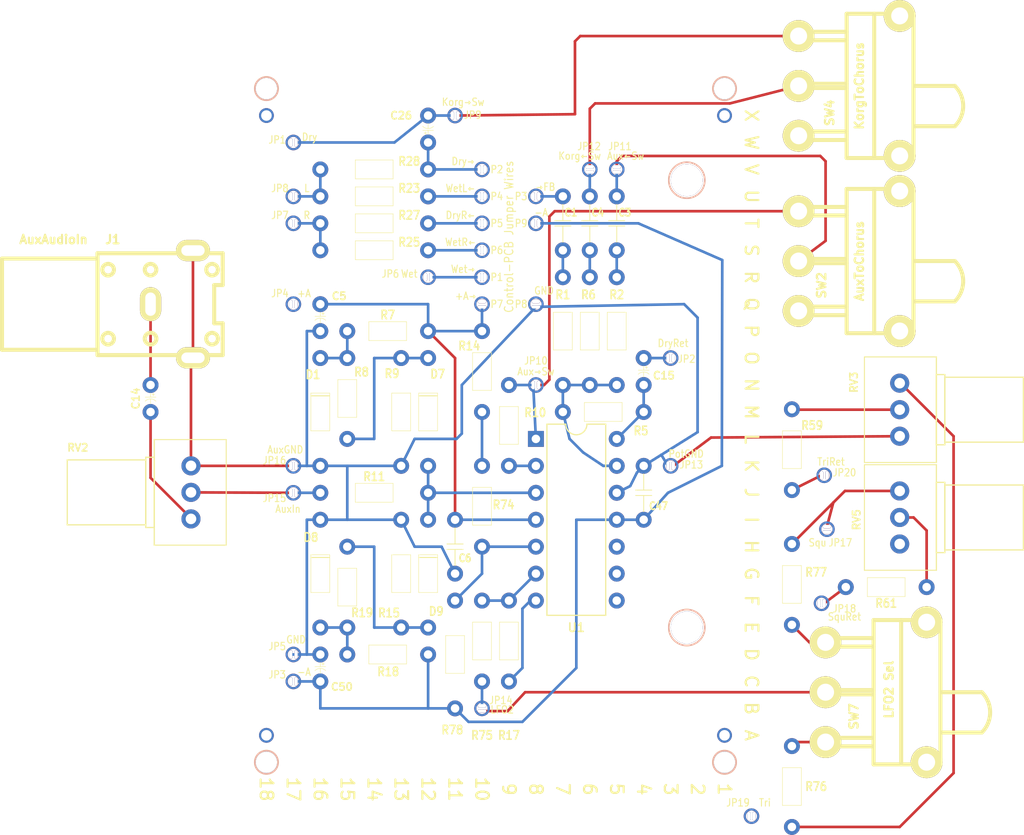
<source format=kicad_pcb>
(kicad_pcb (version 4) (host pcbnew 4.0.7)

  (general
    (links 94)
    (no_connects 2)
    (area 25.487019 24.46962 122.410001 103.566)
    (thickness 1.6)
    (drawings 43)
    (tracks 172)
    (zones 0)
    (modules 86)
    (nets 78)
  )

  (page A4)
  (layers
    (0 F.Cu signal)
    (31 B.Cu signal)
    (32 B.Adhes user)
    (33 F.Adhes user)
    (34 B.Paste user)
    (35 F.Paste user)
    (36 B.SilkS user)
    (37 F.SilkS user)
    (38 B.Mask user)
    (39 F.Mask user)
    (40 Dwgs.User user)
    (41 Cmts.User user)
    (42 Eco1.User user)
    (43 Eco2.User user)
    (44 Edge.Cuts user)
    (45 Margin user)
    (46 B.CrtYd user)
    (47 F.CrtYd user)
    (48 B.Fab user)
    (49 F.Fab user)
  )

  (setup
    (last_trace_width 0.25)
    (trace_clearance 0.2)
    (zone_clearance 0.508)
    (zone_45_only no)
    (trace_min 0.2)
    (segment_width 0.2)
    (edge_width 0.15)
    (via_size 0.6)
    (via_drill 0.4)
    (via_min_size 0.4)
    (via_min_drill 0.3)
    (uvia_size 0.3)
    (uvia_drill 0.1)
    (uvias_allowed no)
    (uvia_min_size 0.2)
    (uvia_min_drill 0.1)
    (pcb_text_width 0.3)
    (pcb_text_size 1.5 1.5)
    (mod_edge_width 0.15)
    (mod_text_size 0.6 0.6)
    (mod_text_width 0.15)
    (pad_size 1.4 1.4)
    (pad_drill 1)
    (pad_to_mask_clearance 0.2)
    (aux_axis_origin 0 0)
    (visible_elements FFFFFFFF)
    (pcbplotparams
      (layerselection 0x00030_80000001)
      (usegerberextensions false)
      (excludeedgelayer true)
      (linewidth 0.100000)
      (plotframeref false)
      (viasonmask false)
      (mode 1)
      (useauxorigin false)
      (hpglpennumber 1)
      (hpglpenspeed 20)
      (hpglpendiameter 15)
      (hpglpenoverlay 2)
      (psnegative false)
      (psa4output false)
      (plotreference true)
      (plotvalue true)
      (plotinvisibletext false)
      (padsonsilk false)
      (subtractmaskfromsilk false)
      (outputformat 1)
      (mirror false)
      (drillshape 1)
      (scaleselection 1)
      (outputdirectory ""))
  )

  (net 0 "")
  (net 1 "Net-(C1-Pad2)")
  (net 2 "Net-(C3-Pad1)")
  (net 3 "Net-(C3-Pad2)")
  (net 4 "Net-(C4-Pad1)")
  (net 5 "Net-(C4-Pad2)")
  (net 6 /GND)
  (net 7 "Net-(C14-Pad2)")
  (net 8 "Net-(D1-Pad1)")
  (net 9 "Net-(D7-Pad2)")
  (net 10 "Net-(D7-Pad1)")
  (net 11 "Net-(D8-Pad2)")
  (net 12 "Net-(D9-Pad2)")
  (net 13 "Net-(R1-Pad1)")
  (net 14 "Net-(R10-Pad1)")
  (net 15 "Net-(R14-Pad2)")
  (net 16 "Net-(R17-Pad2)")
  (net 17 "Net-(R17-Pad1)")
  (net 18 "Net-(R59-Pad1)")
  (net 19 "Net-(R61-Pad1)")
  (net 20 "Net-(R74-Pad2)")
  (net 21 "Net-(R76-Pad2)")
  (net 22 "Net-(R77-Pad1)")
  (net 23 "Net-(RV5-Pad1)")
  (net 24 "Net-(U1-Pad8)")
  (net 25 "Net-(U1-Pad9)")
  (net 26 "Net-(U1-Pad10)")
  (net 27 /ToChorus)
  (net 28 "Net-(C14-Pad1)")
  (net 29 "Net-(SW2-Pad1)")
  (net 30 "Net-(SW4-Pad1)")
  (net 31 "Net-(C1-Pad1)")
  (net 32 "Net-(C5-Pad1)")
  (net 33 "Net-(C15-Pad1)")
  (net 34 "Net-(C26-Pad1)")
  (net 35 "Net-(C26-Pad2)")
  (net 36 "Net-(C47-Pad1)")
  (net 37 "Net-(J1-Pad2)")
  (net 38 "Net-(JP10-Pad1)")
  (net 39 "Net-(JP14-Pad1)")
  (net 40 "Net-(JP15-Pad1)")
  (net 41 "Net-(P4-Pad1)")
  (net 42 "Net-(P5-Pad1)")
  (net 43 "Net-(P6-Pad1)")
  (net 44 "Net-(JP15-Pad2)")
  (net 45 "Net-(JP8-Pad2)")
  (net 46 "Net-(JP7-Pad2)")
  (net 47 "Net-(JP20-Pad2)")
  (net 48 "Net-(JP18-Pad2)")
  (net 49 "Net-(JP19-Pad2)")
  (net 50 "Net-(JP17-Pad2)")
  (net 51 "Net-(JP13-Pad2)")
  (net 52 "Net-(JP11-Pad2)")
  (net 53 "Net-(JP10-Pad2)")
  (net 54 "Net-(JP12-Pad2)")
  (net 55 "Net-(JP9-Pad2)")
  (net 56 "Net-(JP14-Pad2)")
  (net 57 /Dry)
  (net 58 /DryRet)
  (net 59 /-A)
  (net 60 /+A)
  (net 61 "Net-(JP6-Pad2)")
  (net 62 /Wet)
  (net 63 /R)
  (net 64 /L)
  (net 65 /Squ)
  (net 66 /SquRet)
  (net 67 /Tri)
  (net 68 /TriRet)
  (net 69 /Wet→)
  (net 70 /Dry→)
  (net 71 /FB←)
  (net 72 /WetL←)
  (net 73 /DryR←)
  (net 74 /WetR←)
  (net 75 /+A→)
  (net 76 /GND→)
  (net 77 /-A→)

  (net_class Default "This is the default net class."
    (clearance 0.2)
    (trace_width 0.25)
    (via_dia 0.6)
    (via_drill 0.4)
    (uvia_dia 0.3)
    (uvia_drill 0.1)
    (add_net /+A)
    (add_net /+A→)
    (add_net /-A)
    (add_net /-A→)
    (add_net /Dry)
    (add_net /DryRet)
    (add_net /DryR←)
    (add_net /Dry→)
    (add_net /FB←)
    (add_net /GND)
    (add_net /GND→)
    (add_net /L)
    (add_net /R)
    (add_net /Squ)
    (add_net /SquRet)
    (add_net /ToChorus)
    (add_net /Tri)
    (add_net /TriRet)
    (add_net /Wet)
    (add_net /WetL←)
    (add_net /WetR←)
    (add_net /Wet→)
    (add_net "Net-(C1-Pad1)")
    (add_net "Net-(C1-Pad2)")
    (add_net "Net-(C14-Pad1)")
    (add_net "Net-(C14-Pad2)")
    (add_net "Net-(C15-Pad1)")
    (add_net "Net-(C26-Pad1)")
    (add_net "Net-(C26-Pad2)")
    (add_net "Net-(C3-Pad1)")
    (add_net "Net-(C3-Pad2)")
    (add_net "Net-(C4-Pad1)")
    (add_net "Net-(C4-Pad2)")
    (add_net "Net-(C47-Pad1)")
    (add_net "Net-(C5-Pad1)")
    (add_net "Net-(D1-Pad1)")
    (add_net "Net-(D7-Pad1)")
    (add_net "Net-(D7-Pad2)")
    (add_net "Net-(D8-Pad2)")
    (add_net "Net-(D9-Pad2)")
    (add_net "Net-(J1-Pad2)")
    (add_net "Net-(JP10-Pad1)")
    (add_net "Net-(JP10-Pad2)")
    (add_net "Net-(JP11-Pad2)")
    (add_net "Net-(JP12-Pad2)")
    (add_net "Net-(JP13-Pad2)")
    (add_net "Net-(JP14-Pad1)")
    (add_net "Net-(JP14-Pad2)")
    (add_net "Net-(JP15-Pad1)")
    (add_net "Net-(JP15-Pad2)")
    (add_net "Net-(JP17-Pad2)")
    (add_net "Net-(JP18-Pad2)")
    (add_net "Net-(JP19-Pad2)")
    (add_net "Net-(JP20-Pad2)")
    (add_net "Net-(JP6-Pad2)")
    (add_net "Net-(JP7-Pad2)")
    (add_net "Net-(JP8-Pad2)")
    (add_net "Net-(JP9-Pad2)")
    (add_net "Net-(P4-Pad1)")
    (add_net "Net-(P5-Pad1)")
    (add_net "Net-(P6-Pad1)")
    (add_net "Net-(R1-Pad1)")
    (add_net "Net-(R10-Pad1)")
    (add_net "Net-(R14-Pad2)")
    (add_net "Net-(R17-Pad1)")
    (add_net "Net-(R17-Pad2)")
    (add_net "Net-(R59-Pad1)")
    (add_net "Net-(R61-Pad1)")
    (add_net "Net-(R74-Pad2)")
    (add_net "Net-(R76-Pad2)")
    (add_net "Net-(R77-Pad1)")
    (add_net "Net-(RV5-Pad1)")
    (add_net "Net-(SW2-Pad1)")
    (add_net "Net-(SW4-Pad1)")
    (add_net "Net-(U1-Pad10)")
    (add_net "Net-(U1-Pad8)")
    (add_net "Net-(U1-Pad9)")
  )

  (module w_switch:switch_mfp116dg-ra (layer F.Cu) (tedit 5A0804D4) (tstamp 5A29D668)
    (at 110.49 49.276 90)
    (descr "Knitter MFP 116 DG-RA")
    (path /59F86DD8)
    (fp_text reference SW2 (at -2.286 -7.366 90) (layer F.SilkS)
      (effects (font (size 0.8 0.8) (thickness 0.2)))
    )
    (fp_text value AuxToChorus (at 0 -3.81 90) (layer F.SilkS)
      (effects (font (size 0.8 0.8) (thickness 0.2)))
    )
    (fp_line (start 0 5.19938) (end 0 1.30048) (layer F.SilkS) (width 0.37846))
    (fp_line (start -3.79984 5.19938) (end -3.79984 1.30048) (layer F.SilkS) (width 0.37846))
    (fp_arc (start -1.89992 3.29946) (end 0 5.19938) (angle 90) (layer F.SilkS) (width 0.37846))
    (fp_line (start -6.79958 -2.4003) (end 6.79958 -2.4003) (layer F.SilkS) (width 0.37846))
    (fp_line (start -0.20066 -5.00126) (end -0.20066 -9.4996) (layer F.SilkS) (width 0.37846))
    (fp_line (start -0.20066 -9.4996) (end 0.20066 -9.4996) (layer F.SilkS) (width 0.37846))
    (fp_line (start 0.20066 -9.4996) (end 0.20066 -5.00126) (layer F.SilkS) (width 0.37846))
    (fp_line (start -5.10032 -9.4996) (end -5.10032 -5.00126) (layer F.SilkS) (width 0.37846))
    (fp_line (start -5.10032 -9.4996) (end -4.30022 -9.4996) (layer F.SilkS) (width 0.37846))
    (fp_line (start -4.30022 -9.4996) (end -4.30022 -5.00126) (layer F.SilkS) (width 0.37846))
    (fp_line (start 5.10032 -5.00126) (end 5.10032 -9.4996) (layer F.SilkS) (width 0.37846))
    (fp_line (start 5.10032 -9.4996) (end 4.30022 -9.4996) (layer F.SilkS) (width 0.37846))
    (fp_line (start 4.30022 -9.4996) (end 4.30022 -5.00126) (layer F.SilkS) (width 0.37846))
    (fp_line (start 6.79958 1.30048) (end 6.79958 -5.00126) (layer F.SilkS) (width 0.37846))
    (fp_line (start -6.79958 -5.00126) (end -6.79958 1.30048) (layer F.SilkS) (width 0.37846))
    (fp_line (start -6.79958 1.30048) (end 6.79958 1.30048) (layer F.SilkS) (width 0.37846))
    (fp_line (start 6.79958 -5.00126) (end -6.79958 -5.00126) (layer F.SilkS) (width 0.37846))
    (pad 1 thru_hole circle (at -4.699 -9.525 90) (size 3 3) (drill 1.6) (layers *.Cu *.Mask F.SilkS)
      (net 29 "Net-(SW2-Pad1)"))
    (pad 2 thru_hole circle (at 0 -9.52754 90) (size 3 3) (drill 1.6) (layers *.Cu *.Mask F.SilkS)
      (net 52 "Net-(JP11-Pad2)"))
    (pad 3 thru_hole circle (at 4.699 -9.52754 90) (size 3 3) (drill 1.6) (layers *.Cu *.Mask F.SilkS)
      (net 53 "Net-(JP10-Pad2)"))
    (pad "" thru_hole circle (at -6.59638 0 90) (size 3 3) (drill 1.6) (layers *.Cu *.Mask F.SilkS))
    (pad "" thru_hole circle (at 6.59638 0 90) (size 3 3) (drill 1.6) (layers *.Cu *.Mask F.SilkS))
    (model walter/switch/switch_mfp116dg-ra.wrl
      (at (xyz 0 0 0))
      (scale (xyz 1 1 1))
      (rotate (xyz 0 0 0))
    )
  )

  (module MyKi_TH_Capacitors:200Mil_TH_C (layer F.Cu) (tedit 5A0BDA7C) (tstamp 5A03FE29)
    (at 78.74 43.18 270)
    (descr "C, Disc series, Radial, pin pitch=5.00mm, , diameter*width=4.7*2.5mm^2, Capacitor, http://www.vishay.com/docs/45233/krseries.pdf")
    (tags "C Disc series Radial pin pitch 5.00mm  diameter 4.7mm width 2.5mm Capacitor")
    (path /59F86E28)
    (fp_text reference C1 (at 1.524 -0.762 360) (layer F.SilkS)
      (effects (font (size 0.7 0.6) (thickness 0.15)))
    )
    (fp_text value 47n (at 3.556 -1.016 360) (layer F.Fab)
      (effects (font (size 0.7 0.6) (thickness 0.15)))
    )
    (fp_line (start 4.318 0) (end 2.794 0) (layer F.Fab) (width 0.08))
    (fp_line (start 2.794 -0.762) (end 2.794 0.762) (layer F.Fab) (width 0.08))
    (fp_line (start 2.286 -0.762) (end 2.286 0.762) (layer F.Fab) (width 0.08))
    (fp_line (start 0.762 0) (end 2.286 0) (layer F.Fab) (width 0.08))
    (fp_line (start 2.794 -0.762) (end 2.794 0.762) (layer F.SilkS) (width 0.08))
    (fp_line (start 2.286 -0.762) (end 2.286 0.762) (layer F.SilkS) (width 0.08))
    (fp_line (start 4.318 0) (end 2.794 0) (layer F.SilkS) (width 0.08))
    (fp_line (start 0.762 0) (end 2.286 0) (layer F.SilkS) (width 0.08))
    (pad 1 thru_hole circle (at 0 0 270) (size 1.5 1.5) (drill 0.8) (layers *.Cu *.Mask)
      (net 31 "Net-(C1-Pad1)"))
    (pad 2 thru_hole circle (at 5.08 0 270) (size 1.5 1.5) (drill 0.8) (layers *.Cu *.Mask)
      (net 1 "Net-(C1-Pad2)"))
    (model ${KISYS3DMOD}/Capacitors_THT.3dshapes/C_Disc_D4.7mm_W2.5mm_P5.00mm.wrl
      (at (xyz 0 0 0))
      (scale (xyz 1 1 1))
      (rotate (xyz 0 0 0))
    )
  )

  (module MyKi_TH_Capacitors:200Mil_TH_C (layer F.Cu) (tedit 5A0BDA7E) (tstamp 5A03FE2E)
    (at 83.82 43.18 270)
    (descr "C, Disc series, Radial, pin pitch=5.00mm, , diameter*width=4.7*2.5mm^2, Capacitor, http://www.vishay.com/docs/45233/krseries.pdf")
    (tags "C Disc series Radial pin pitch 5.00mm  diameter 4.7mm width 2.5mm Capacitor")
    (path /59F86DC1)
    (fp_text reference C3 (at 1.524 -0.762 360) (layer F.SilkS)
      (effects (font (size 0.7 0.6) (thickness 0.15)))
    )
    (fp_text value 47n (at 3.556 -1.016 360) (layer F.Fab)
      (effects (font (size 0.7 0.6) (thickness 0.15)))
    )
    (fp_line (start 4.318 0) (end 2.794 0) (layer F.Fab) (width 0.08))
    (fp_line (start 2.794 -0.762) (end 2.794 0.762) (layer F.Fab) (width 0.08))
    (fp_line (start 2.286 -0.762) (end 2.286 0.762) (layer F.Fab) (width 0.08))
    (fp_line (start 0.762 0) (end 2.286 0) (layer F.Fab) (width 0.08))
    (fp_line (start 2.794 -0.762) (end 2.794 0.762) (layer F.SilkS) (width 0.08))
    (fp_line (start 2.286 -0.762) (end 2.286 0.762) (layer F.SilkS) (width 0.08))
    (fp_line (start 4.318 0) (end 2.794 0) (layer F.SilkS) (width 0.08))
    (fp_line (start 0.762 0) (end 2.286 0) (layer F.SilkS) (width 0.08))
    (pad 1 thru_hole circle (at 0 0 270) (size 1.5 1.5) (drill 0.8) (layers *.Cu *.Mask)
      (net 2 "Net-(C3-Pad1)"))
    (pad 2 thru_hole circle (at 5.08 0 270) (size 1.5 1.5) (drill 0.8) (layers *.Cu *.Mask)
      (net 3 "Net-(C3-Pad2)"))
    (model ${KISYS3DMOD}/Capacitors_THT.3dshapes/C_Disc_D4.7mm_W2.5mm_P5.00mm.wrl
      (at (xyz 0 0 0))
      (scale (xyz 1 1 1))
      (rotate (xyz 0 0 0))
    )
  )

  (module MyKi_TH_Capacitors:200Mil_TH_C (layer F.Cu) (tedit 5A0BDA7D) (tstamp 5A03FE33)
    (at 81.28 43.18 270)
    (descr "C, Disc series, Radial, pin pitch=5.00mm, , diameter*width=4.7*2.5mm^2, Capacitor, http://www.vishay.com/docs/45233/krseries.pdf")
    (tags "C Disc series Radial pin pitch 5.00mm  diameter 4.7mm width 2.5mm Capacitor")
    (path /59F86E2F)
    (fp_text reference C4 (at 1.524 -0.762 360) (layer F.SilkS)
      (effects (font (size 0.7 0.6) (thickness 0.15)))
    )
    (fp_text value 47n (at 3.556 -1.016 360) (layer F.Fab)
      (effects (font (size 0.7 0.6) (thickness 0.15)))
    )
    (fp_line (start 4.318 0) (end 2.794 0) (layer F.Fab) (width 0.08))
    (fp_line (start 2.794 -0.762) (end 2.794 0.762) (layer F.Fab) (width 0.08))
    (fp_line (start 2.286 -0.762) (end 2.286 0.762) (layer F.Fab) (width 0.08))
    (fp_line (start 0.762 0) (end 2.286 0) (layer F.Fab) (width 0.08))
    (fp_line (start 2.794 -0.762) (end 2.794 0.762) (layer F.SilkS) (width 0.08))
    (fp_line (start 2.286 -0.762) (end 2.286 0.762) (layer F.SilkS) (width 0.08))
    (fp_line (start 4.318 0) (end 2.794 0) (layer F.SilkS) (width 0.08))
    (fp_line (start 0.762 0) (end 2.286 0) (layer F.SilkS) (width 0.08))
    (pad 1 thru_hole circle (at 0 0 270) (size 1.5 1.5) (drill 0.8) (layers *.Cu *.Mask)
      (net 4 "Net-(C4-Pad1)"))
    (pad 2 thru_hole circle (at 5.08 0 270) (size 1.5 1.5) (drill 0.8) (layers *.Cu *.Mask)
      (net 5 "Net-(C4-Pad2)"))
    (model ${KISYS3DMOD}/Capacitors_THT.3dshapes/C_Disc_D4.7mm_W2.5mm_P5.00mm.wrl
      (at (xyz 0 0 0))
      (scale (xyz 1 1 1))
      (rotate (xyz 0 0 0))
    )
  )

  (module MyKi_TH_Capacitors:200Mil_TH_C (layer F.Cu) (tedit 5A0BE59B) (tstamp 5A03FE3D)
    (at 68.58 78.74 90)
    (descr "C, Disc series, Radial, pin pitch=5.00mm, , diameter*width=4.7*2.5mm^2, Capacitor, http://www.vishay.com/docs/45233/krseries.pdf")
    (tags "C Disc series Radial pin pitch 5.00mm  diameter 4.7mm width 2.5mm Capacitor")
    (path /59F86E13)
    (fp_text reference C6 (at 1.4605 0.9398 180) (layer F.SilkS)
      (effects (font (size 0.7 0.6) (thickness 0.15)))
    )
    (fp_text value 0.1µ (at 3.5306 0.7366 180) (layer F.Fab)
      (effects (font (size 0.7 0.6) (thickness 0.15)))
    )
    (fp_line (start 4.318 0) (end 2.794 0) (layer F.Fab) (width 0.08))
    (fp_line (start 2.794 -0.762) (end 2.794 0.762) (layer F.Fab) (width 0.08))
    (fp_line (start 2.286 -0.762) (end 2.286 0.762) (layer F.Fab) (width 0.08))
    (fp_line (start 0.762 0) (end 2.286 0) (layer F.Fab) (width 0.08))
    (fp_line (start 2.794 -0.762) (end 2.794 0.762) (layer F.SilkS) (width 0.08))
    (fp_line (start 2.286 -0.762) (end 2.286 0.762) (layer F.SilkS) (width 0.08))
    (fp_line (start 4.318 0) (end 2.794 0) (layer F.SilkS) (width 0.08))
    (fp_line (start 0.762 0) (end 2.286 0) (layer F.SilkS) (width 0.08))
    (pad 1 thru_hole circle (at 0 0 90) (size 1.5 1.5) (drill 0.8) (layers *.Cu *.Mask)
      (net 6 /GND))
    (pad 2 thru_hole circle (at 5.08 0 90) (size 1.5 1.5) (drill 0.8) (layers *.Cu *.Mask)
      (net 32 "Net-(C5-Pad1)"))
    (model ${KISYS3DMOD}/Capacitors_THT.3dshapes/C_Disc_D4.7mm_W2.5mm_P5.00mm.wrl
      (at (xyz 0 0 0))
      (scale (xyz 1 1 1))
      (rotate (xyz 0 0 0))
    )
  )

  (module MyKi_TH_Capacitors:200Mil_TH_C (layer F.Cu) (tedit 5A0BE584) (tstamp 5A03FE51)
    (at 86.36 73.66 90)
    (descr "C, Disc series, Radial, pin pitch=5.00mm, , diameter*width=4.7*2.5mm^2, Capacitor, http://www.vishay.com/docs/45233/krseries.pdf")
    (tags "C Disc series Radial pin pitch 5.00mm  diameter 4.7mm width 2.5mm Capacitor")
    (path /59F86E1A)
    (fp_text reference C47 (at 1.2954 1.397 180) (layer F.SilkS)
      (effects (font (size 0.7 0.6) (thickness 0.15)))
    )
    (fp_text value 0.1µ (at 3.5306 1.4605 180) (layer F.Fab)
      (effects (font (size 0.7 0.6) (thickness 0.15)))
    )
    (fp_line (start 4.318 0) (end 2.794 0) (layer F.Fab) (width 0.08))
    (fp_line (start 2.794 -0.762) (end 2.794 0.762) (layer F.Fab) (width 0.08))
    (fp_line (start 2.286 -0.762) (end 2.286 0.762) (layer F.Fab) (width 0.08))
    (fp_line (start 0.762 0) (end 2.286 0) (layer F.Fab) (width 0.08))
    (fp_line (start 2.794 -0.762) (end 2.794 0.762) (layer F.SilkS) (width 0.08))
    (fp_line (start 2.286 -0.762) (end 2.286 0.762) (layer F.SilkS) (width 0.08))
    (fp_line (start 4.318 0) (end 2.794 0) (layer F.SilkS) (width 0.08))
    (fp_line (start 0.762 0) (end 2.286 0) (layer F.SilkS) (width 0.08))
    (pad 1 thru_hole circle (at 0 0 90) (size 1.5 1.5) (drill 0.8) (layers *.Cu *.Mask)
      (net 36 "Net-(C47-Pad1)"))
    (pad 2 thru_hole circle (at 5.08 0 90) (size 1.5 1.5) (drill 0.8) (layers *.Cu *.Mask)
      (net 6 /GND))
    (model ${KISYS3DMOD}/Capacitors_THT.3dshapes/C_Disc_D4.7mm_W2.5mm_P5.00mm.wrl
      (at (xyz 0 0 0))
      (scale (xyz 1 1 1))
      (rotate (xyz 0 0 0))
    )
  )

  (module MyKi_TH_Panel_Controls:Pot_TH_Mini_pcbEdge (layer F.Cu) (tedit 5A080939) (tstamp 5A03FEEC)
    (at 43.688 68.58 180)
    (descr "Potentiometer, vertically mounted, Omeg PC16PU, Omeg PC16PU, Omeg PC16PU, Vishay/Spectrol 248GJ/249GJ Single, Vishay/Spectrol 248GJ/249GJ Single, Vishay/Spectrol 248GJ/249GJ Single, Vishay/Spectrol 248GH/249GH Single, Vishay/Spectrol 148/149 Single, Vishay/Spectrol 148/149 Single, Vishay/Spectrol 148/149 Single, Vishay/Spectrol 148A/149A Single with mounting plates, Vishay/Spectrol 148/149 Double, Vishay/Spectrol 148A/149A Double with mounting plates, Piher PC-16 Single, Piher PC-16 Single, Piher PC-16 Single, Piher PC-16SV Single, Piher PC-16 Double, Piher PC-16 Triple, Piher T16H Single, Piher T16L Single, Piher T16H Double, Alps RK163 Single, Alps RK163 Double, Alps RK097 Single, Alps RK097 Double, Bourns PTV09A-2 Single with mounting sleve Single, Bourns PTV09A-1 with mounting sleve Single, Bourns PRS11S Single, Alps RK09K Single with mounting sleve Single, http://www.alps.com/prod/info/E/HTML/Potentiometer/RotaryPotentiometers/RK09K/RK09K1110A2S.html")
    (tags "Potentiometer vertical  Omeg PC16PU  Omeg PC16PU  Omeg PC16PU  Vishay/Spectrol 248GJ/249GJ Single  Vishay/Spectrol 248GJ/249GJ Single  Vishay/Spectrol 248GJ/249GJ Single  Vishay/Spectrol 248GH/249GH Single  Vishay/Spectrol 148/149 Single  Vishay/Spectrol 148/149 Single  Vishay/Spectrol 148/149 Single  Vishay/Spectrol 148A/149A Single with mounting plates  Vishay/Spectrol 148/149 Double  Vishay/Spectrol 148A/149A Double with mounting plates  Piher PC-16 Single  Piher PC-16 Single  Piher PC-16 Single  Piher PC-16SV Single  Piher PC-16 Double  Piher PC-16 Triple  Piher T16H Single  Piher T16L Single  Piher T16H Double  Alps RK163 Single  Alps RK163 Double  Alps RK097 Single  Alps RK097 Double  Bourns PTV09A-2 Single with mounting sleve Single  Bourns PTV09A-1 with mounting sleve Single  Bourns PRS11S Single  Alps RK09K Single with mounting sleve Single")
    (path /59F86DED)
    (fp_text reference RV2 (at 10.668 1.7145 180) (layer F.SilkS)
      (effects (font (size 0.7 0.7) (thickness 0.15)))
    )
    (fp_text value B100K (at 7.5692 1.4986 180) (layer F.Fab)
      (effects (font (size 0.7 0.7) (thickness 0.15)))
    )
    (fp_line (start -3.4508 -7.4) (end -3.4508 2.4) (layer F.Fab) (width 0.1))
    (fp_line (start 3.3492 -7.4) (end -3.4508 -7.4) (layer F.Fab) (width 0.1))
    (fp_line (start -3.4508 2.4) (end 3.3492 2.4) (layer F.Fab) (width 0.1))
    (fp_line (start -3.3238 -7.4254) (end -3.3238 2.4746) (layer F.SilkS) (width 0.1))
    (fp_line (start -3.3238 2.4762) (end 3.4762 2.4762) (layer F.SilkS) (width 0.1))
    (fp_line (start 3.4 2.4) (end 3.4 -7.4) (layer F.Fab) (width 0.1))
    (fp_line (start 3.4762 -7.4762) (end -3.3238 -7.4762) (layer F.SilkS) (width 0.1))
    (fp_line (start 3.4 -5.75) (end 3.4 0.75) (layer F.Fab) (width 0.1))
    (fp_line (start 3.4 0.75) (end 4.2 0.75) (layer F.Fab) (width 0.1))
    (fp_line (start 4.2 0.75) (end 4.2 -5.75) (layer F.Fab) (width 0.1))
    (fp_line (start 4.2 -5.75) (end 3.4 -5.75) (layer F.Fab) (width 0.1))
    (fp_line (start 4.2 -5.5) (end 4.2 0.5) (layer F.Fab) (width 0.1))
    (fp_line (start 4.2 0.5) (end 11.6 0.5) (layer F.Fab) (width 0.1))
    (fp_line (start 11.6 0.5) (end 11.6 -5.5) (layer F.Fab) (width 0.1))
    (fp_line (start 11.6 -5.5) (end 4.2 -5.5) (layer F.Fab) (width 0.1))
    (fp_line (start 3.46 -7.461) (end 3.46 2.46) (layer F.SilkS) (width 0.12))
    (fp_line (start 3.46 -5.81) (end 4.26 -5.81) (layer F.SilkS) (width 0.12))
    (fp_line (start 3.46 0.81) (end 4.26 0.81) (layer F.SilkS) (width 0.12))
    (fp_line (start 3.46 -5.81) (end 3.46 0.81) (layer F.SilkS) (width 0.12))
    (fp_line (start 4.26 -5.81) (end 4.26 0.81) (layer F.SilkS) (width 0.12))
    (fp_line (start 4.26 -5.56) (end 11.66 -5.56) (layer F.SilkS) (width 0.12))
    (fp_line (start 4.26 0.56) (end 11.66 0.56) (layer F.SilkS) (width 0.12))
    (fp_line (start 4.26 -5.56) (end 4.26 0.56) (layer F.SilkS) (width 0.12))
    (fp_line (start 11.66 -5.56) (end 11.66 0.56) (layer F.SilkS) (width 0.12))
    (pad 3 thru_hole circle (at 0 -5 180) (size 1.8 1.8) (drill 1) (layers *.Cu *.Mask)
      (net 7 "Net-(C14-Pad2)"))
    (pad 2 thru_hole circle (at 0 -2.5 180) (size 1.8 1.8) (drill 1) (layers *.Cu *.Mask)
      (net 40 "Net-(JP15-Pad1)"))
    (pad 1 thru_hole circle (at 0 0 180) (size 1.8 1.8) (drill 1) (layers *.Cu *.Mask)
      (net 37 "Net-(J1-Pad2)"))
    (model Potentiometers.3dshapes/Potentiometer_Alps_RK09K_Vertical.wrl
      (at (xyz 0 0 0))
      (scale (xyz 0.393701 0.393701 0.393701))
      (rotate (xyz 0 0 0))
    )
  )

  (module w_switch:switch_mfp116dg-ra (layer F.Cu) (tedit 5A0804D6) (tstamp 5A02BA34)
    (at 110.49 32.766 90)
    (descr "Knitter MFP 116 DG-RA")
    (path /59F870DC)
    (fp_text reference SW4 (at -2.54 -6.604 90) (layer F.SilkS)
      (effects (font (size 0.8 0.8) (thickness 0.2)))
    )
    (fp_text value KorgToChorus (at 0 -3.81 90) (layer F.SilkS)
      (effects (font (size 0.8 0.8) (thickness 0.2)))
    )
    (fp_line (start 0 5.19938) (end 0 1.30048) (layer F.SilkS) (width 0.37846))
    (fp_line (start -3.79984 5.19938) (end -3.79984 1.30048) (layer F.SilkS) (width 0.37846))
    (fp_arc (start -1.89992 3.29946) (end 0 5.19938) (angle 90) (layer F.SilkS) (width 0.37846))
    (fp_line (start -6.79958 -2.4003) (end 6.79958 -2.4003) (layer F.SilkS) (width 0.37846))
    (fp_line (start -0.20066 -5.00126) (end -0.20066 -9.4996) (layer F.SilkS) (width 0.37846))
    (fp_line (start -0.20066 -9.4996) (end 0.20066 -9.4996) (layer F.SilkS) (width 0.37846))
    (fp_line (start 0.20066 -9.4996) (end 0.20066 -5.00126) (layer F.SilkS) (width 0.37846))
    (fp_line (start -5.10032 -9.4996) (end -5.10032 -5.00126) (layer F.SilkS) (width 0.37846))
    (fp_line (start -5.10032 -9.4996) (end -4.30022 -9.4996) (layer F.SilkS) (width 0.37846))
    (fp_line (start -4.30022 -9.4996) (end -4.30022 -5.00126) (layer F.SilkS) (width 0.37846))
    (fp_line (start 5.10032 -5.00126) (end 5.10032 -9.4996) (layer F.SilkS) (width 0.37846))
    (fp_line (start 5.10032 -9.4996) (end 4.30022 -9.4996) (layer F.SilkS) (width 0.37846))
    (fp_line (start 4.30022 -9.4996) (end 4.30022 -5.00126) (layer F.SilkS) (width 0.37846))
    (fp_line (start 6.79958 1.30048) (end 6.79958 -5.00126) (layer F.SilkS) (width 0.37846))
    (fp_line (start -6.79958 -5.00126) (end -6.79958 1.30048) (layer F.SilkS) (width 0.37846))
    (fp_line (start -6.79958 1.30048) (end 6.79958 1.30048) (layer F.SilkS) (width 0.37846))
    (fp_line (start 6.79958 -5.00126) (end -6.79958 -5.00126) (layer F.SilkS) (width 0.37846))
    (pad 1 thru_hole circle (at -4.699 -9.525 90) (size 3 3) (drill 1.6) (layers *.Cu *.Mask F.SilkS)
      (net 30 "Net-(SW4-Pad1)"))
    (pad 2 thru_hole circle (at 0 -9.52754 90) (size 3 3) (drill 1.6) (layers *.Cu *.Mask F.SilkS)
      (net 54 "Net-(JP12-Pad2)"))
    (pad 3 thru_hole circle (at 4.699 -9.52754 90) (size 3 3) (drill 1.6) (layers *.Cu *.Mask F.SilkS)
      (net 55 "Net-(JP9-Pad2)"))
    (pad "" thru_hole circle (at -6.59638 0 90) (size 3 3) (drill 1.6) (layers *.Cu *.Mask F.SilkS))
    (pad "" thru_hole circle (at 6.59638 0 90) (size 3 3) (drill 1.6) (layers *.Cu *.Mask F.SilkS))
    (model walter/switch/switch_mfp116dg-ra.wrl
      (at (xyz 0 0 0))
      (scale (xyz 1 1 1))
      (rotate (xyz 0 0 0))
    )
  )

  (module MyKi_TH_Panel_Controls:Pot_TH_Mini_pcbEdge (layer F.Cu) (tedit 5A080444) (tstamp 5A03FEF2)
    (at 110.49 65.786)
    (descr "Potentiometer, vertically mounted, Omeg PC16PU, Omeg PC16PU, Omeg PC16PU, Vishay/Spectrol 248GJ/249GJ Single, Vishay/Spectrol 248GJ/249GJ Single, Vishay/Spectrol 248GJ/249GJ Single, Vishay/Spectrol 248GH/249GH Single, Vishay/Spectrol 148/149 Single, Vishay/Spectrol 148/149 Single, Vishay/Spectrol 148/149 Single, Vishay/Spectrol 148A/149A Single with mounting plates, Vishay/Spectrol 148/149 Double, Vishay/Spectrol 148A/149A Double with mounting plates, Piher PC-16 Single, Piher PC-16 Single, Piher PC-16 Single, Piher PC-16SV Single, Piher PC-16 Double, Piher PC-16 Triple, Piher T16H Single, Piher T16L Single, Piher T16H Double, Alps RK163 Single, Alps RK163 Double, Alps RK097 Single, Alps RK097 Double, Bourns PTV09A-2 Single with mounting sleve Single, Bourns PTV09A-1 with mounting sleve Single, Bourns PRS11S Single, Alps RK09K Single with mounting sleve Single, http://www.alps.com/prod/info/E/HTML/Potentiometer/RotaryPotentiometers/RK09K/RK09K1110A2S.html")
    (tags "Potentiometer vertical  Omeg PC16PU  Omeg PC16PU  Omeg PC16PU  Vishay/Spectrol 248GJ/249GJ Single  Vishay/Spectrol 248GJ/249GJ Single  Vishay/Spectrol 248GJ/249GJ Single  Vishay/Spectrol 248GH/249GH Single  Vishay/Spectrol 148/149 Single  Vishay/Spectrol 148/149 Single  Vishay/Spectrol 148/149 Single  Vishay/Spectrol 148A/149A Single with mounting plates  Vishay/Spectrol 148/149 Double  Vishay/Spectrol 148A/149A Double with mounting plates  Piher PC-16 Single  Piher PC-16 Single  Piher PC-16 Single  Piher PC-16SV Single  Piher PC-16 Double  Piher PC-16 Triple  Piher T16H Single  Piher T16L Single  Piher T16H Double  Alps RK163 Single  Alps RK163 Double  Alps RK097 Single  Alps RK097 Double  Bourns PTV09A-2 Single with mounting sleve Single  Bourns PTV09A-1 with mounting sleve Single  Bourns PRS11S Single  Alps RK09K Single with mounting sleve Single")
    (path /59F86E5F)
    (fp_text reference RV3 (at -4.318 -5.08 90) (layer F.SilkS)
      (effects (font (size 0.7 0.7) (thickness 0.15)))
    )
    (fp_text value B100K (at -2.286 -2.286 270) (layer F.Fab)
      (effects (font (size 0.7 0.7) (thickness 0.15)))
    )
    (fp_line (start -3.4508 -7.4) (end -3.4508 2.4) (layer F.Fab) (width 0.1))
    (fp_line (start 3.3492 -7.4) (end -3.4508 -7.4) (layer F.Fab) (width 0.1))
    (fp_line (start -3.4508 2.4) (end 3.3492 2.4) (layer F.Fab) (width 0.1))
    (fp_line (start -3.3238 -7.4254) (end -3.3238 2.4746) (layer F.SilkS) (width 0.1))
    (fp_line (start -3.3238 2.4762) (end 3.4762 2.4762) (layer F.SilkS) (width 0.1))
    (fp_line (start 3.4 2.4) (end 3.4 -7.4) (layer F.Fab) (width 0.1))
    (fp_line (start 3.4762 -7.4762) (end -3.3238 -7.4762) (layer F.SilkS) (width 0.1))
    (fp_line (start 3.4 -5.75) (end 3.4 0.75) (layer F.Fab) (width 0.1))
    (fp_line (start 3.4 0.75) (end 4.2 0.75) (layer F.Fab) (width 0.1))
    (fp_line (start 4.2 0.75) (end 4.2 -5.75) (layer F.Fab) (width 0.1))
    (fp_line (start 4.2 -5.75) (end 3.4 -5.75) (layer F.Fab) (width 0.1))
    (fp_line (start 4.2 -5.5) (end 4.2 0.5) (layer F.Fab) (width 0.1))
    (fp_line (start 4.2 0.5) (end 11.6 0.5) (layer F.Fab) (width 0.1))
    (fp_line (start 11.6 0.5) (end 11.6 -5.5) (layer F.Fab) (width 0.1))
    (fp_line (start 11.6 -5.5) (end 4.2 -5.5) (layer F.Fab) (width 0.1))
    (fp_line (start 3.46 -7.461) (end 3.46 2.46) (layer F.SilkS) (width 0.12))
    (fp_line (start 3.46 -5.81) (end 4.26 -5.81) (layer F.SilkS) (width 0.12))
    (fp_line (start 3.46 0.81) (end 4.26 0.81) (layer F.SilkS) (width 0.12))
    (fp_line (start 3.46 -5.81) (end 3.46 0.81) (layer F.SilkS) (width 0.12))
    (fp_line (start 4.26 -5.81) (end 4.26 0.81) (layer F.SilkS) (width 0.12))
    (fp_line (start 4.26 -5.56) (end 11.66 -5.56) (layer F.SilkS) (width 0.12))
    (fp_line (start 4.26 0.56) (end 11.66 0.56) (layer F.SilkS) (width 0.12))
    (fp_line (start 4.26 -5.56) (end 4.26 0.56) (layer F.SilkS) (width 0.12))
    (fp_line (start 11.66 -5.56) (end 11.66 0.56) (layer F.SilkS) (width 0.12))
    (pad 3 thru_hole circle (at 0 -5) (size 1.8 1.8) (drill 1) (layers *.Cu *.Mask)
      (net 49 "Net-(JP19-Pad2)"))
    (pad 2 thru_hole circle (at 0 -2.5) (size 1.8 1.8) (drill 1) (layers *.Cu *.Mask)
      (net 18 "Net-(R59-Pad1)"))
    (pad 1 thru_hole circle (at 0 0) (size 1.8 1.8) (drill 1) (layers *.Cu *.Mask)
      (net 51 "Net-(JP13-Pad2)"))
    (model Potentiometers.3dshapes/Potentiometer_Alps_RK09K_Vertical.wrl
      (at (xyz 0 0 0))
      (scale (xyz 0.393701 0.393701 0.393701))
      (rotate (xyz 0 0 0))
    )
  )

  (module MyKi_TH_Panel_Controls:Pot_TH_Mini_pcbEdge (layer F.Cu) (tedit 5A08045D) (tstamp 5A03FEF8)
    (at 110.49 75.946)
    (descr "Potentiometer, vertically mounted, Omeg PC16PU, Omeg PC16PU, Omeg PC16PU, Vishay/Spectrol 248GJ/249GJ Single, Vishay/Spectrol 248GJ/249GJ Single, Vishay/Spectrol 248GJ/249GJ Single, Vishay/Spectrol 248GH/249GH Single, Vishay/Spectrol 148/149 Single, Vishay/Spectrol 148/149 Single, Vishay/Spectrol 148/149 Single, Vishay/Spectrol 148A/149A Single with mounting plates, Vishay/Spectrol 148/149 Double, Vishay/Spectrol 148A/149A Double with mounting plates, Piher PC-16 Single, Piher PC-16 Single, Piher PC-16 Single, Piher PC-16SV Single, Piher PC-16 Double, Piher PC-16 Triple, Piher T16H Single, Piher T16L Single, Piher T16H Double, Alps RK163 Single, Alps RK163 Double, Alps RK097 Single, Alps RK097 Double, Bourns PTV09A-2 Single with mounting sleve Single, Bourns PTV09A-1 with mounting sleve Single, Bourns PRS11S Single, Alps RK09K Single with mounting sleve Single, http://www.alps.com/prod/info/E/HTML/Potentiometer/RotaryPotentiometers/RK09K/RK09K1110A2S.html")
    (tags "Potentiometer vertical  Omeg PC16PU  Omeg PC16PU  Omeg PC16PU  Vishay/Spectrol 248GJ/249GJ Single  Vishay/Spectrol 248GJ/249GJ Single  Vishay/Spectrol 248GJ/249GJ Single  Vishay/Spectrol 248GH/249GH Single  Vishay/Spectrol 148/149 Single  Vishay/Spectrol 148/149 Single  Vishay/Spectrol 148/149 Single  Vishay/Spectrol 148A/149A Single with mounting plates  Vishay/Spectrol 148/149 Double  Vishay/Spectrol 148A/149A Double with mounting plates  Piher PC-16 Single  Piher PC-16 Single  Piher PC-16 Single  Piher PC-16SV Single  Piher PC-16 Double  Piher PC-16 Triple  Piher T16H Single  Piher T16L Single  Piher T16H Double  Alps RK163 Single  Alps RK163 Double  Alps RK097 Single  Alps RK097 Double  Bourns PTV09A-2 Single with mounting sleve Single  Bourns PTV09A-1 with mounting sleve Single  Bourns PRS11S Single  Alps RK09K Single with mounting sleve Single")
    (path /59F86E4E)
    (fp_text reference RV5 (at -4.064 -2.286 90) (layer F.SilkS)
      (effects (font (size 0.7 0.7) (thickness 0.15)))
    )
    (fp_text value B1M (at -2.032 -2.54 90) (layer F.Fab)
      (effects (font (size 0.7 0.7) (thickness 0.15)))
    )
    (fp_line (start -3.4508 -7.4) (end -3.4508 2.4) (layer F.Fab) (width 0.1))
    (fp_line (start 3.3492 -7.4) (end -3.4508 -7.4) (layer F.Fab) (width 0.1))
    (fp_line (start -3.4508 2.4) (end 3.3492 2.4) (layer F.Fab) (width 0.1))
    (fp_line (start -3.3238 -7.4254) (end -3.3238 2.4746) (layer F.SilkS) (width 0.1))
    (fp_line (start -3.3238 2.4762) (end 3.4762 2.4762) (layer F.SilkS) (width 0.1))
    (fp_line (start 3.4 2.4) (end 3.4 -7.4) (layer F.Fab) (width 0.1))
    (fp_line (start 3.4762 -7.4762) (end -3.3238 -7.4762) (layer F.SilkS) (width 0.1))
    (fp_line (start 3.4 -5.75) (end 3.4 0.75) (layer F.Fab) (width 0.1))
    (fp_line (start 3.4 0.75) (end 4.2 0.75) (layer F.Fab) (width 0.1))
    (fp_line (start 4.2 0.75) (end 4.2 -5.75) (layer F.Fab) (width 0.1))
    (fp_line (start 4.2 -5.75) (end 3.4 -5.75) (layer F.Fab) (width 0.1))
    (fp_line (start 4.2 -5.5) (end 4.2 0.5) (layer F.Fab) (width 0.1))
    (fp_line (start 4.2 0.5) (end 11.6 0.5) (layer F.Fab) (width 0.1))
    (fp_line (start 11.6 0.5) (end 11.6 -5.5) (layer F.Fab) (width 0.1))
    (fp_line (start 11.6 -5.5) (end 4.2 -5.5) (layer F.Fab) (width 0.1))
    (fp_line (start 3.46 -7.461) (end 3.46 2.46) (layer F.SilkS) (width 0.12))
    (fp_line (start 3.46 -5.81) (end 4.26 -5.81) (layer F.SilkS) (width 0.12))
    (fp_line (start 3.46 0.81) (end 4.26 0.81) (layer F.SilkS) (width 0.12))
    (fp_line (start 3.46 -5.81) (end 3.46 0.81) (layer F.SilkS) (width 0.12))
    (fp_line (start 4.26 -5.81) (end 4.26 0.81) (layer F.SilkS) (width 0.12))
    (fp_line (start 4.26 -5.56) (end 11.66 -5.56) (layer F.SilkS) (width 0.12))
    (fp_line (start 4.26 0.56) (end 11.66 0.56) (layer F.SilkS) (width 0.12))
    (fp_line (start 4.26 -5.56) (end 4.26 0.56) (layer F.SilkS) (width 0.12))
    (fp_line (start 11.66 -5.56) (end 11.66 0.56) (layer F.SilkS) (width 0.12))
    (pad 3 thru_hole circle (at 0 -5) (size 1.8 1.8) (drill 1) (layers *.Cu *.Mask)
      (net 50 "Net-(JP17-Pad2)"))
    (pad 2 thru_hole circle (at 0 -2.5) (size 1.8 1.8) (drill 1) (layers *.Cu *.Mask)
      (net 19 "Net-(R61-Pad1)"))
    (pad 1 thru_hole circle (at 0 0) (size 1.8 1.8) (drill 1) (layers *.Cu *.Mask)
      (net 23 "Net-(RV5-Pad1)"))
    (model Potentiometers.3dshapes/Potentiometer_Alps_RK09K_Vertical.wrl
      (at (xyz 0 0 0))
      (scale (xyz 0.393701 0.393701 0.393701))
      (rotate (xyz 0 0 0))
    )
  )

  (module w_conn_av:rca_red (layer F.Cu) (tedit 5A080932) (tstamp 5A29D27F)
    (at 39.878 53.34 270)
    (descr "RCA Audio connector, red, Pro Signal p/n PSG01545")
    (tags "rca, audio")
    (path /5A04F3A8)
    (fp_text reference J1 (at -6.096 3.556 360) (layer F.SilkS)
      (effects (font (size 0.8 0.8) (thickness 0.2)))
    )
    (fp_text value AuxAudioIn (at -6.096 9.144 360) (layer F.SilkS)
      (effects (font (size 0.8 0.8) (thickness 0.2)))
    )
    (fp_circle (center -3.2512 -5.79882) (end -3.79984 -5.79882) (layer F.SilkS) (width 0.381))
    (fp_circle (center 3.2512 -5.79882) (end 2.70002 -5.84962) (layer F.SilkS) (width 0.381))
    (fp_circle (center 3.2512 4.0005) (end 2.70002 4.04876) (layer F.SilkS) (width 0.381))
    (fp_circle (center -3.2512 4.0005) (end -3.79984 3.9497) (layer F.SilkS) (width 0.381))
    (fp_circle (center -3.2512 0) (end -3.79984 0) (layer F.SilkS) (width 0.381))
    (fp_circle (center 3.2512 0) (end 2.70002 -0.0508) (layer F.SilkS) (width 0.381))
    (fp_line (start -4.30022 5.00126) (end -4.30022 14.00048) (layer F.SilkS) (width 0.381))
    (fp_line (start -4.30022 14.00048) (end 4.30022 14.00048) (layer F.SilkS) (width 0.381))
    (fp_line (start 4.30022 14.00048) (end 4.30022 5.00126) (layer F.SilkS) (width 0.381))
    (fp_line (start 4.8006 -4.89966) (end 5.40004 -4.89966) (layer F.SilkS) (width 0.381))
    (fp_line (start 5.40004 -4.89966) (end 5.40004 -3.0988) (layer F.SilkS) (width 0.381))
    (fp_line (start 5.40004 -3.0988) (end 4.8006 -3.0988) (layer F.SilkS) (width 0.381))
    (fp_line (start -5.40004 -4.89966) (end -4.8006 -4.89966) (layer F.SilkS) (width 0.381))
    (fp_line (start -4.8006 -3.0988) (end -5.40004 -3.0988) (layer F.SilkS) (width 0.381))
    (fp_line (start -5.40004 -3.0988) (end -5.40004 -4.89966) (layer F.SilkS) (width 0.381))
    (fp_line (start -4.8006 -6.79958) (end -1.80086 -6.79958) (layer F.SilkS) (width 0.381))
    (fp_line (start -1.80086 -6.79958) (end -1.80086 -5.99948) (layer F.SilkS) (width 0.381))
    (fp_line (start -1.80086 -5.99948) (end 1.80086 -5.99948) (layer F.SilkS) (width 0.381))
    (fp_line (start 1.80086 -5.99948) (end 1.80086 -6.79958) (layer F.SilkS) (width 0.381))
    (fp_line (start 1.80086 -6.79958) (end 4.8006 -6.79958) (layer F.SilkS) (width 0.381))
    (fp_line (start 4.8006 5.00126) (end -4.8006 5.00126) (layer F.SilkS) (width 0.381))
    (fp_line (start -4.8006 4.99872) (end -4.8006 -6.80212) (layer F.SilkS) (width 0.381))
    (fp_line (start 4.8006 -6.79958) (end 4.8006 5.00126) (layer F.SilkS) (width 0.381))
    (pad 2 thru_hole oval (at 5.0546 -3.99796 270) (size 1.99898 3.19786) (drill oval 0.99568 2.1971) (layers *.Cu *.Mask F.SilkS)
      (net 37 "Net-(J1-Pad2)"))
    (pad 1 thru_hole oval (at 0 0 270) (size 3.19786 1.99898) (drill oval 2.1971 0.99568) (layers *.Cu *.Mask F.SilkS)
      (net 28 "Net-(C14-Pad1)"))
    (pad 2 thru_hole oval (at -5.0546 -3.99796 270) (size 1.99898 3.19786) (drill oval 0.99568 2.1971) (layers *.Cu *.Mask F.SilkS)
      (net 37 "Net-(J1-Pad2)"))
    (model walter/conn_av/rca_red.wrl
      (at (xyz 0 0 0))
      (scale (xyz 1 1 1))
      (rotate (xyz 0 0 0))
    )
  )

  (module w_switch:switch_mfp116dg-ra (layer F.Cu) (tedit 5A080487) (tstamp 5A29D681)
    (at 113.03 89.916 90)
    (descr "Knitter MFP 116 DG-RA")
    (path /59F86E70)
    (fp_text reference SW7 (at -2.286 -6.858 90) (layer F.SilkS)
      (effects (font (size 0.8 0.8) (thickness 0.2)))
    )
    (fp_text value "LFO2 Sel" (at 0.254 -3.556 90) (layer F.SilkS)
      (effects (font (size 0.8 0.8) (thickness 0.2)))
    )
    (fp_line (start 0 5.19938) (end 0 1.30048) (layer F.SilkS) (width 0.37846))
    (fp_line (start -3.79984 5.19938) (end -3.79984 1.30048) (layer F.SilkS) (width 0.37846))
    (fp_arc (start -1.89992 3.29946) (end 0 5.19938) (angle 90) (layer F.SilkS) (width 0.37846))
    (fp_line (start -6.79958 -2.4003) (end 6.79958 -2.4003) (layer F.SilkS) (width 0.37846))
    (fp_line (start -0.20066 -5.00126) (end -0.20066 -9.4996) (layer F.SilkS) (width 0.37846))
    (fp_line (start -0.20066 -9.4996) (end 0.20066 -9.4996) (layer F.SilkS) (width 0.37846))
    (fp_line (start 0.20066 -9.4996) (end 0.20066 -5.00126) (layer F.SilkS) (width 0.37846))
    (fp_line (start -5.10032 -9.4996) (end -5.10032 -5.00126) (layer F.SilkS) (width 0.37846))
    (fp_line (start -5.10032 -9.4996) (end -4.30022 -9.4996) (layer F.SilkS) (width 0.37846))
    (fp_line (start -4.30022 -9.4996) (end -4.30022 -5.00126) (layer F.SilkS) (width 0.37846))
    (fp_line (start 5.10032 -5.00126) (end 5.10032 -9.4996) (layer F.SilkS) (width 0.37846))
    (fp_line (start 5.10032 -9.4996) (end 4.30022 -9.4996) (layer F.SilkS) (width 0.37846))
    (fp_line (start 4.30022 -9.4996) (end 4.30022 -5.00126) (layer F.SilkS) (width 0.37846))
    (fp_line (start 6.79958 1.30048) (end 6.79958 -5.00126) (layer F.SilkS) (width 0.37846))
    (fp_line (start -6.79958 -5.00126) (end -6.79958 1.30048) (layer F.SilkS) (width 0.37846))
    (fp_line (start -6.79958 1.30048) (end 6.79958 1.30048) (layer F.SilkS) (width 0.37846))
    (fp_line (start 6.79958 -5.00126) (end -6.79958 -5.00126) (layer F.SilkS) (width 0.37846))
    (pad 1 thru_hole circle (at -4.699 -9.525 90) (size 3 3) (drill 1.6) (layers *.Cu *.Mask F.SilkS)
      (net 21 "Net-(R76-Pad2)"))
    (pad 2 thru_hole circle (at 0 -9.52754 90) (size 3 3) (drill 1.6) (layers *.Cu *.Mask F.SilkS)
      (net 56 "Net-(JP14-Pad2)"))
    (pad 3 thru_hole circle (at 4.699 -9.52754 90) (size 3 3) (drill 1.6) (layers *.Cu *.Mask F.SilkS)
      (net 22 "Net-(R77-Pad1)"))
    (pad "" thru_hole circle (at -6.59638 0 90) (size 3 3) (drill 1.6) (layers *.Cu *.Mask F.SilkS))
    (pad "" thru_hole circle (at 6.59638 0 90) (size 3 3) (drill 1.6) (layers *.Cu *.Mask F.SilkS))
    (model walter/switch/switch_mfp116dg-ra.wrl
      (at (xyz 0 0 0))
      (scale (xyz 1 1 1))
      (rotate (xyz 0 0 0))
    )
  )

  (module MyKi_TH_Resistors:400Mil_TH_Resistor placed (layer F.Cu) (tedit 5A0BE670) (tstamp 5A03FEC4)
    (at 55.88 40.64)
    (descr "D, T-1 series, Axial, Horizontal, pin pitch=5.08mm, , length*diameter=3.2*2.6mm^2, , http://www.diodes.com/_files/packages/T-1.pdf")
    (tags "D T-1 series Axial Horizontal pin pitch 5.08mm  length 3.2mm diameter 2.6mm")
    (path /59F870EB)
    (fp_text reference R28 (at 8.382 -0.762) (layer F.SilkS)
      (effects (font (size 0.8 0.7) (thickness 0.15)))
    )
    (fp_text value 33K (at 5.08 0) (layer F.Fab)
      (effects (font (size 0.8 0.7) (thickness 0.15)))
    )
    (fp_line (start 6.858 0) (end 9.398 0) (layer F.Fab) (width 0.05))
    (fp_line (start 0.762 0) (end 3.302 0) (layer F.Fab) (width 0.05))
    (fp_line (start 3.302 0.889) (end 6.858 0.889) (layer F.Fab) (width 0.05))
    (fp_line (start 6.858 -0.889) (end 6.858 0.889) (layer F.Fab) (width 0.05))
    (fp_line (start 3.302 -0.889) (end 6.858 -0.889) (layer F.Fab) (width 0.05))
    (fp_line (start 3.302 -0.889) (end 3.302 0.889) (layer F.Fab) (width 0.05))
    (fp_line (start 3.302 0.889) (end 6.858 0.889) (layer F.SilkS) (width 0.05))
    (fp_line (start 3.302 -0.889) (end 6.858 -0.889) (layer F.SilkS) (width 0.05))
    (fp_line (start 6.858 -0.889) (end 6.858 0.889) (layer F.SilkS) (width 0.05))
    (fp_line (start 3.302 -0.889) (end 3.302 0.889) (layer F.SilkS) (width 0.05))
    (pad 2 thru_hole circle (at 10.16 0) (size 1.5 1.5) (drill 0.8) (layers *.Cu *.Mask)
      (net 34 "Net-(C26-Pad1)"))
    (pad 1 thru_hole circle (at 0 0) (size 1.5 1.5) (drill 0.8) (layers *.Cu *.Mask)
      (net 45 "Net-(JP8-Pad2)"))
    (model ${KISYS3DMOD}/Resistors_THT.3dshapes/R_Axial_DIN0207_L6.3mm_D2.5mm_P10.16mm_Horizontal.wrl
      (at (xyz 0 0 0))
      (scale (xyz 0.393701 0.393701 0.393701))
      (rotate (xyz 0 0 0))
    )
  )

  (module MyKi_TH_Resistors:400Mil_TH_Resistor placed (layer F.Cu) (tedit 5A0BE672) (tstamp 5A03FEBF)
    (at 55.88 45.72)
    (descr "D, T-1 series, Axial, Horizontal, pin pitch=5.08mm, , length*diameter=3.2*2.6mm^2, , http://www.diodes.com/_files/packages/T-1.pdf")
    (tags "D T-1 series Axial Horizontal pin pitch 5.08mm  length 3.2mm diameter 2.6mm")
    (path /59F870F2)
    (fp_text reference R27 (at 8.382 -0.762) (layer F.SilkS)
      (effects (font (size 0.8 0.7) (thickness 0.15)))
    )
    (fp_text value 33K (at 5.08 0) (layer F.Fab)
      (effects (font (size 0.8 0.7) (thickness 0.15)))
    )
    (fp_line (start 6.858 0) (end 9.398 0) (layer F.Fab) (width 0.05))
    (fp_line (start 0.762 0) (end 3.302 0) (layer F.Fab) (width 0.05))
    (fp_line (start 3.302 0.889) (end 6.858 0.889) (layer F.Fab) (width 0.05))
    (fp_line (start 6.858 -0.889) (end 6.858 0.889) (layer F.Fab) (width 0.05))
    (fp_line (start 3.302 -0.889) (end 6.858 -0.889) (layer F.Fab) (width 0.05))
    (fp_line (start 3.302 -0.889) (end 3.302 0.889) (layer F.Fab) (width 0.05))
    (fp_line (start 3.302 0.889) (end 6.858 0.889) (layer F.SilkS) (width 0.05))
    (fp_line (start 3.302 -0.889) (end 6.858 -0.889) (layer F.SilkS) (width 0.05))
    (fp_line (start 6.858 -0.889) (end 6.858 0.889) (layer F.SilkS) (width 0.05))
    (fp_line (start 3.302 -0.889) (end 3.302 0.889) (layer F.SilkS) (width 0.05))
    (pad 2 thru_hole circle (at 10.16 0) (size 1.5 1.5) (drill 0.8) (layers *.Cu *.Mask)
      (net 42 "Net-(P5-Pad1)"))
    (pad 1 thru_hole circle (at 0 0) (size 1.5 1.5) (drill 0.8) (layers *.Cu *.Mask)
      (net 46 "Net-(JP7-Pad2)"))
    (model ${KISYS3DMOD}/Resistors_THT.3dshapes/R_Axial_DIN0207_L6.3mm_D2.5mm_P10.16mm_Horizontal.wrl
      (at (xyz 0 0 0))
      (scale (xyz 0.393701 0.393701 0.393701))
      (rotate (xyz 0 0 0))
    )
  )

  (module MyKi_TH_Resistors:400Mil_TH_Resistor placed (layer F.Cu) (tedit 5A0BE676) (tstamp 5A03FEBA)
    (at 55.88 48.26)
    (descr "D, T-1 series, Axial, Horizontal, pin pitch=5.08mm, , length*diameter=3.2*2.6mm^2, , http://www.diodes.com/_files/packages/T-1.pdf")
    (tags "D T-1 series Axial Horizontal pin pitch 5.08mm  length 3.2mm diameter 2.6mm")
    (path /59F87100)
    (fp_text reference R25 (at 8.382 -0.762) (layer F.SilkS)
      (effects (font (size 0.8 0.7) (thickness 0.15)))
    )
    (fp_text value 18K (at 5.08 0) (layer F.Fab)
      (effects (font (size 0.8 0.7) (thickness 0.15)))
    )
    (fp_line (start 6.858 0) (end 9.398 0) (layer F.Fab) (width 0.05))
    (fp_line (start 0.762 0) (end 3.302 0) (layer F.Fab) (width 0.05))
    (fp_line (start 3.302 0.889) (end 6.858 0.889) (layer F.Fab) (width 0.05))
    (fp_line (start 6.858 -0.889) (end 6.858 0.889) (layer F.Fab) (width 0.05))
    (fp_line (start 3.302 -0.889) (end 6.858 -0.889) (layer F.Fab) (width 0.05))
    (fp_line (start 3.302 -0.889) (end 3.302 0.889) (layer F.Fab) (width 0.05))
    (fp_line (start 3.302 0.889) (end 6.858 0.889) (layer F.SilkS) (width 0.05))
    (fp_line (start 3.302 -0.889) (end 6.858 -0.889) (layer F.SilkS) (width 0.05))
    (fp_line (start 6.858 -0.889) (end 6.858 0.889) (layer F.SilkS) (width 0.05))
    (fp_line (start 3.302 -0.889) (end 3.302 0.889) (layer F.SilkS) (width 0.05))
    (pad 2 thru_hole circle (at 10.16 0) (size 1.5 1.5) (drill 0.8) (layers *.Cu *.Mask)
      (net 43 "Net-(P6-Pad1)"))
    (pad 1 thru_hole circle (at 0 0) (size 1.5 1.5) (drill 0.8) (layers *.Cu *.Mask)
      (net 46 "Net-(JP7-Pad2)"))
    (model ${KISYS3DMOD}/Resistors_THT.3dshapes/R_Axial_DIN0207_L6.3mm_D2.5mm_P10.16mm_Horizontal.wrl
      (at (xyz 0 0 0))
      (scale (xyz 0.393701 0.393701 0.393701))
      (rotate (xyz 0 0 0))
    )
  )

  (module MyKi_TH_Resistors:400Mil_TH_Resistor placed (layer F.Cu) (tedit 5A0BE66E) (tstamp 5A03FEB5)
    (at 55.88 43.18)
    (descr "D, T-1 series, Axial, Horizontal, pin pitch=5.08mm, , length*diameter=3.2*2.6mm^2, , http://www.diodes.com/_files/packages/T-1.pdf")
    (tags "D T-1 series Axial Horizontal pin pitch 5.08mm  length 3.2mm diameter 2.6mm")
    (path /59F870F9)
    (fp_text reference R23 (at 8.382 -0.762) (layer F.SilkS)
      (effects (font (size 0.8 0.7) (thickness 0.15)))
    )
    (fp_text value 18K (at 5.08 0) (layer F.Fab)
      (effects (font (size 0.8 0.7) (thickness 0.15)))
    )
    (fp_line (start 6.858 0) (end 9.398 0) (layer F.Fab) (width 0.05))
    (fp_line (start 0.762 0) (end 3.302 0) (layer F.Fab) (width 0.05))
    (fp_line (start 3.302 0.889) (end 6.858 0.889) (layer F.Fab) (width 0.05))
    (fp_line (start 6.858 -0.889) (end 6.858 0.889) (layer F.Fab) (width 0.05))
    (fp_line (start 3.302 -0.889) (end 6.858 -0.889) (layer F.Fab) (width 0.05))
    (fp_line (start 3.302 -0.889) (end 3.302 0.889) (layer F.Fab) (width 0.05))
    (fp_line (start 3.302 0.889) (end 6.858 0.889) (layer F.SilkS) (width 0.05))
    (fp_line (start 3.302 -0.889) (end 6.858 -0.889) (layer F.SilkS) (width 0.05))
    (fp_line (start 6.858 -0.889) (end 6.858 0.889) (layer F.SilkS) (width 0.05))
    (fp_line (start 3.302 -0.889) (end 3.302 0.889) (layer F.SilkS) (width 0.05))
    (pad 2 thru_hole circle (at 10.16 0) (size 1.5 1.5) (drill 0.8) (layers *.Cu *.Mask)
      (net 41 "Net-(P4-Pad1)"))
    (pad 1 thru_hole circle (at 0 0) (size 1.5 1.5) (drill 0.8) (layers *.Cu *.Mask)
      (net 45 "Net-(JP8-Pad2)"))
    (model ${KISYS3DMOD}/Resistors_THT.3dshapes/R_Axial_DIN0207_L6.3mm_D2.5mm_P10.16mm_Horizontal.wrl
      (at (xyz 0 0 0))
      (scale (xyz 0.393701 0.393701 0.393701))
      (rotate (xyz 0 0 0))
    )
  )

  (module MyKi_TH_Resistors:400Mil_TH_Resistor placed (layer F.Cu) (tedit 5A0BE5F9) (tstamp 5A03FEA1)
    (at 63.5 83.82 90)
    (descr "D, T-1 series, Axial, Horizontal, pin pitch=5.08mm, , length*diameter=3.2*2.6mm^2, , http://www.diodes.com/_files/packages/T-1.pdf")
    (tags "D T-1 series Axial Horizontal pin pitch 5.08mm  length 3.2mm diameter 2.6mm")
    (path /59F87124)
    (fp_text reference R15 (at 1.3716 -1.143 180) (layer F.SilkS)
      (effects (font (size 0.8 0.7) (thickness 0.15)))
    )
    (fp_text value 470 (at 5.08 0 90) (layer F.Fab)
      (effects (font (size 0.8 0.7) (thickness 0.15)))
    )
    (fp_line (start 6.858 0) (end 9.398 0) (layer F.Fab) (width 0.05))
    (fp_line (start 0.762 0) (end 3.302 0) (layer F.Fab) (width 0.05))
    (fp_line (start 3.302 0.889) (end 6.858 0.889) (layer F.Fab) (width 0.05))
    (fp_line (start 6.858 -0.889) (end 6.858 0.889) (layer F.Fab) (width 0.05))
    (fp_line (start 3.302 -0.889) (end 6.858 -0.889) (layer F.Fab) (width 0.05))
    (fp_line (start 3.302 -0.889) (end 3.302 0.889) (layer F.Fab) (width 0.05))
    (fp_line (start 3.302 0.889) (end 6.858 0.889) (layer F.SilkS) (width 0.05))
    (fp_line (start 3.302 -0.889) (end 6.858 -0.889) (layer F.SilkS) (width 0.05))
    (fp_line (start 6.858 -0.889) (end 6.858 0.889) (layer F.SilkS) (width 0.05))
    (fp_line (start 3.302 -0.889) (end 3.302 0.889) (layer F.SilkS) (width 0.05))
    (pad 2 thru_hole circle (at 10.16 0 90) (size 1.5 1.5) (drill 0.8) (layers *.Cu *.Mask)
      (net 6 /GND))
    (pad 1 thru_hole circle (at 0 0 90) (size 1.5 1.5) (drill 0.8) (layers *.Cu *.Mask)
      (net 12 "Net-(D9-Pad2)"))
    (model ${KISYS3DMOD}/Resistors_THT.3dshapes/R_Axial_DIN0207_L6.3mm_D2.5mm_P10.16mm_Horizontal.wrl
      (at (xyz 0 0 0))
      (scale (xyz 0.393701 0.393701 0.393701))
      (rotate (xyz 0 0 0))
    )
  )

  (module MyKi_TH_Resistors:400Mil_TH_Resistor placed (layer F.Cu) (tedit 5A080317) (tstamp 5A03FE97)
    (at 55.88 71.12)
    (descr "D, T-1 series, Axial, Horizontal, pin pitch=5.08mm, , length*diameter=3.2*2.6mm^2, , http://www.diodes.com/_files/packages/T-1.pdf")
    (tags "D T-1 series Axial Horizontal pin pitch 5.08mm  length 3.2mm diameter 2.6mm")
    (path /59F86DE6)
    (fp_text reference R11 (at 5.08 -1.524) (layer F.SilkS)
      (effects (font (size 0.8 0.7) (thickness 0.15)))
    )
    (fp_text value 5.1K (at 5.08 0) (layer F.Fab)
      (effects (font (size 0.8 0.7) (thickness 0.15)))
    )
    (fp_line (start 6.858 0) (end 9.398 0) (layer F.Fab) (width 0.05))
    (fp_line (start 0.762 0) (end 3.302 0) (layer F.Fab) (width 0.05))
    (fp_line (start 3.302 0.889) (end 6.858 0.889) (layer F.Fab) (width 0.05))
    (fp_line (start 6.858 -0.889) (end 6.858 0.889) (layer F.Fab) (width 0.05))
    (fp_line (start 3.302 -0.889) (end 6.858 -0.889) (layer F.Fab) (width 0.05))
    (fp_line (start 3.302 -0.889) (end 3.302 0.889) (layer F.Fab) (width 0.05))
    (fp_line (start 3.302 0.889) (end 6.858 0.889) (layer F.SilkS) (width 0.05))
    (fp_line (start 3.302 -0.889) (end 6.858 -0.889) (layer F.SilkS) (width 0.05))
    (fp_line (start 6.858 -0.889) (end 6.858 0.889) (layer F.SilkS) (width 0.05))
    (fp_line (start 3.302 -0.889) (end 3.302 0.889) (layer F.SilkS) (width 0.05))
    (pad 2 thru_hole circle (at 10.16 0) (size 1.5 1.5) (drill 0.8) (layers *.Cu *.Mask)
      (net 9 "Net-(D7-Pad2)"))
    (pad 1 thru_hole circle (at 0 0) (size 1.5 1.5) (drill 0.8) (layers *.Cu *.Mask)
      (net 44 "Net-(JP15-Pad2)"))
    (model ${KISYS3DMOD}/Resistors_THT.3dshapes/R_Axial_DIN0207_L6.3mm_D2.5mm_P10.16mm_Horizontal.wrl
      (at (xyz 0 0 0))
      (scale (xyz 0.393701 0.393701 0.393701))
      (rotate (xyz 0 0 0))
    )
  )

  (module MyKi_TH_Resistors:400Mil_TH_Resistor placed (layer F.Cu) (tedit 5A0BE60A) (tstamp 5A03FE8D)
    (at 63.5 68.58 90)
    (descr "D, T-1 series, Axial, Horizontal, pin pitch=5.08mm, , length*diameter=3.2*2.6mm^2, , http://www.diodes.com/_files/packages/T-1.pdf")
    (tags "D T-1 series Axial Horizontal pin pitch 5.08mm  length 3.2mm diameter 2.6mm")
    (path /59F8711D)
    (fp_text reference R9 (at 8.6995 -0.8636 180) (layer F.SilkS)
      (effects (font (size 0.8 0.7) (thickness 0.15)))
    )
    (fp_text value 470 (at 5.08 0 90) (layer F.Fab)
      (effects (font (size 0.8 0.7) (thickness 0.15)))
    )
    (fp_line (start 6.858 0) (end 9.398 0) (layer F.Fab) (width 0.05))
    (fp_line (start 0.762 0) (end 3.302 0) (layer F.Fab) (width 0.05))
    (fp_line (start 3.302 0.889) (end 6.858 0.889) (layer F.Fab) (width 0.05))
    (fp_line (start 6.858 -0.889) (end 6.858 0.889) (layer F.Fab) (width 0.05))
    (fp_line (start 3.302 -0.889) (end 6.858 -0.889) (layer F.Fab) (width 0.05))
    (fp_line (start 3.302 -0.889) (end 3.302 0.889) (layer F.Fab) (width 0.05))
    (fp_line (start 3.302 0.889) (end 6.858 0.889) (layer F.SilkS) (width 0.05))
    (fp_line (start 3.302 -0.889) (end 6.858 -0.889) (layer F.SilkS) (width 0.05))
    (fp_line (start 6.858 -0.889) (end 6.858 0.889) (layer F.SilkS) (width 0.05))
    (fp_line (start 3.302 -0.889) (end 3.302 0.889) (layer F.SilkS) (width 0.05))
    (pad 2 thru_hole circle (at 10.16 0 90) (size 1.5 1.5) (drill 0.8) (layers *.Cu *.Mask)
      (net 10 "Net-(D7-Pad1)"))
    (pad 1 thru_hole circle (at 0 0 90) (size 1.5 1.5) (drill 0.8) (layers *.Cu *.Mask)
      (net 6 /GND))
    (model ${KISYS3DMOD}/Resistors_THT.3dshapes/R_Axial_DIN0207_L6.3mm_D2.5mm_P10.16mm_Horizontal.wrl
      (at (xyz 0 0 0))
      (scale (xyz 0.393701 0.393701 0.393701))
      (rotate (xyz 0 0 0))
    )
  )

  (module MyKi_TH_Resistors:400Mil_TH_Resistor placed (layer F.Cu) (tedit 5A0BD2CE) (tstamp 5A03FE7E)
    (at 81.28 60.96 90)
    (descr "D, T-1 series, Axial, Horizontal, pin pitch=5.08mm, , length*diameter=3.2*2.6mm^2, , http://www.diodes.com/_files/packages/T-1.pdf")
    (tags "D T-1 series Axial Horizontal pin pitch 5.08mm  length 3.2mm diameter 2.6mm")
    (path /59F8710F)
    (fp_text reference R6 (at 8.509 -0.127 180) (layer F.SilkS)
      (effects (font (size 0.8 0.7) (thickness 0.15)))
    )
    (fp_text value 22K (at 5.08 0 90) (layer F.Fab)
      (effects (font (size 0.8 0.7) (thickness 0.15)))
    )
    (fp_line (start 6.858 0) (end 9.398 0) (layer F.Fab) (width 0.05))
    (fp_line (start 0.762 0) (end 3.302 0) (layer F.Fab) (width 0.05))
    (fp_line (start 3.302 0.889) (end 6.858 0.889) (layer F.Fab) (width 0.05))
    (fp_line (start 6.858 -0.889) (end 6.858 0.889) (layer F.Fab) (width 0.05))
    (fp_line (start 3.302 -0.889) (end 6.858 -0.889) (layer F.Fab) (width 0.05))
    (fp_line (start 3.302 -0.889) (end 3.302 0.889) (layer F.Fab) (width 0.05))
    (fp_line (start 3.302 0.889) (end 6.858 0.889) (layer F.SilkS) (width 0.05))
    (fp_line (start 3.302 -0.889) (end 6.858 -0.889) (layer F.SilkS) (width 0.05))
    (fp_line (start 6.858 -0.889) (end 6.858 0.889) (layer F.SilkS) (width 0.05))
    (fp_line (start 3.302 -0.889) (end 3.302 0.889) (layer F.SilkS) (width 0.05))
    (pad 2 thru_hole circle (at 10.16 0 90) (size 1.5 1.5) (drill 0.8) (layers *.Cu *.Mask)
      (net 5 "Net-(C4-Pad2)"))
    (pad 1 thru_hole circle (at 0 0 90) (size 1.5 1.5) (drill 0.8) (layers *.Cu *.Mask)
      (net 13 "Net-(R1-Pad1)"))
    (model ${KISYS3DMOD}/Resistors_THT.3dshapes/R_Axial_DIN0207_L6.3mm_D2.5mm_P10.16mm_Horizontal.wrl
      (at (xyz 0 0 0))
      (scale (xyz 0.393701 0.393701 0.393701))
      (rotate (xyz 0 0 0))
    )
  )

  (module MyKi_TH_Resistors:400Mil_TH_Resistor placed (layer F.Cu) (tedit 5A0BD2C8) (tstamp 5A03FE74)
    (at 83.82 50.8 270)
    (descr "D, T-1 series, Axial, Horizontal, pin pitch=5.08mm, , length*diameter=3.2*2.6mm^2, , http://www.diodes.com/_files/packages/T-1.pdf")
    (tags "D T-1 series Axial Horizontal pin pitch 5.08mm  length 3.2mm diameter 2.6mm")
    (path /59F86DD1)
    (fp_text reference R2 (at 1.651 0 360) (layer F.SilkS)
      (effects (font (size 0.8 0.7) (thickness 0.15)))
    )
    (fp_text value 33K (at 5.08 0 270) (layer F.Fab)
      (effects (font (size 0.8 0.7) (thickness 0.15)))
    )
    (fp_line (start 6.858 0) (end 9.398 0) (layer F.Fab) (width 0.05))
    (fp_line (start 0.762 0) (end 3.302 0) (layer F.Fab) (width 0.05))
    (fp_line (start 3.302 0.889) (end 6.858 0.889) (layer F.Fab) (width 0.05))
    (fp_line (start 6.858 -0.889) (end 6.858 0.889) (layer F.Fab) (width 0.05))
    (fp_line (start 3.302 -0.889) (end 6.858 -0.889) (layer F.Fab) (width 0.05))
    (fp_line (start 3.302 -0.889) (end 3.302 0.889) (layer F.Fab) (width 0.05))
    (fp_line (start 3.302 0.889) (end 6.858 0.889) (layer F.SilkS) (width 0.05))
    (fp_line (start 3.302 -0.889) (end 6.858 -0.889) (layer F.SilkS) (width 0.05))
    (fp_line (start 6.858 -0.889) (end 6.858 0.889) (layer F.SilkS) (width 0.05))
    (fp_line (start 3.302 -0.889) (end 3.302 0.889) (layer F.SilkS) (width 0.05))
    (pad 2 thru_hole circle (at 10.16 0 270) (size 1.5 1.5) (drill 0.8) (layers *.Cu *.Mask)
      (net 13 "Net-(R1-Pad1)"))
    (pad 1 thru_hole circle (at 0 0 270) (size 1.5 1.5) (drill 0.8) (layers *.Cu *.Mask)
      (net 3 "Net-(C3-Pad2)"))
    (model ${KISYS3DMOD}/Resistors_THT.3dshapes/R_Axial_DIN0207_L6.3mm_D2.5mm_P10.16mm_Horizontal.wrl
      (at (xyz 0 0 0))
      (scale (xyz 0.393701 0.393701 0.393701))
      (rotate (xyz 0 0 0))
    )
  )

  (module MyKi_TH_Resistors:400Mil_TH_Resistor placed (layer F.Cu) (tedit 5A0BD2D1) (tstamp 5A03FE6F)
    (at 78.74 60.96 90)
    (descr "D, T-1 series, Axial, Horizontal, pin pitch=5.08mm, , length*diameter=3.2*2.6mm^2, , http://www.diodes.com/_files/packages/T-1.pdf")
    (tags "D T-1 series Axial Horizontal pin pitch 5.08mm  length 3.2mm diameter 2.6mm")
    (path /59F87116)
    (fp_text reference R1 (at 8.509 0 180) (layer F.SilkS)
      (effects (font (size 0.8 0.7) (thickness 0.15)))
    )
    (fp_text value 22K (at 5.08 0 90) (layer F.Fab)
      (effects (font (size 0.8 0.7) (thickness 0.15)))
    )
    (fp_line (start 6.858 0) (end 9.398 0) (layer F.Fab) (width 0.05))
    (fp_line (start 0.762 0) (end 3.302 0) (layer F.Fab) (width 0.05))
    (fp_line (start 3.302 0.889) (end 6.858 0.889) (layer F.Fab) (width 0.05))
    (fp_line (start 6.858 -0.889) (end 6.858 0.889) (layer F.Fab) (width 0.05))
    (fp_line (start 3.302 -0.889) (end 6.858 -0.889) (layer F.Fab) (width 0.05))
    (fp_line (start 3.302 -0.889) (end 3.302 0.889) (layer F.Fab) (width 0.05))
    (fp_line (start 3.302 0.889) (end 6.858 0.889) (layer F.SilkS) (width 0.05))
    (fp_line (start 3.302 -0.889) (end 6.858 -0.889) (layer F.SilkS) (width 0.05))
    (fp_line (start 6.858 -0.889) (end 6.858 0.889) (layer F.SilkS) (width 0.05))
    (fp_line (start 3.302 -0.889) (end 3.302 0.889) (layer F.SilkS) (width 0.05))
    (pad 2 thru_hole circle (at 10.16 0 90) (size 1.5 1.5) (drill 0.8) (layers *.Cu *.Mask)
      (net 1 "Net-(C1-Pad2)"))
    (pad 1 thru_hole circle (at 0 0 90) (size 1.5 1.5) (drill 0.8) (layers *.Cu *.Mask)
      (net 13 "Net-(R1-Pad1)"))
    (model ${KISYS3DMOD}/Resistors_THT.3dshapes/R_Axial_DIN0207_L6.3mm_D2.5mm_P10.16mm_Horizontal.wrl
      (at (xyz 0 0 0))
      (scale (xyz 0.393701 0.393701 0.393701))
      (rotate (xyz 0 0 0))
    )
  )

  (module MyKi_TH_Resistors:400Mil_TH_Resistor placed (layer F.Cu) (tedit 5A0803B8) (tstamp 5A03FEE7)
    (at 68.58 81.28 270)
    (descr "D, T-1 series, Axial, Horizontal, pin pitch=5.08mm, , length*diameter=3.2*2.6mm^2, , http://www.diodes.com/_files/packages/T-1.pdf")
    (tags "D T-1 series Axial Horizontal pin pitch 5.08mm  length 3.2mm diameter 2.6mm")
    (path /59F86E38)
    (fp_text reference R78 (at 12.192 0.254 360) (layer F.SilkS)
      (effects (font (size 0.8 0.7) (thickness 0.15)))
    )
    (fp_text value 100K (at 5.08 0 270) (layer F.Fab)
      (effects (font (size 0.8 0.7) (thickness 0.15)))
    )
    (fp_line (start 6.858 0) (end 9.398 0) (layer F.Fab) (width 0.05))
    (fp_line (start 0.762 0) (end 3.302 0) (layer F.Fab) (width 0.05))
    (fp_line (start 3.302 0.889) (end 6.858 0.889) (layer F.Fab) (width 0.05))
    (fp_line (start 6.858 -0.889) (end 6.858 0.889) (layer F.Fab) (width 0.05))
    (fp_line (start 3.302 -0.889) (end 6.858 -0.889) (layer F.Fab) (width 0.05))
    (fp_line (start 3.302 -0.889) (end 3.302 0.889) (layer F.Fab) (width 0.05))
    (fp_line (start 3.302 0.889) (end 6.858 0.889) (layer F.SilkS) (width 0.05))
    (fp_line (start 3.302 -0.889) (end 6.858 -0.889) (layer F.SilkS) (width 0.05))
    (fp_line (start 6.858 -0.889) (end 6.858 0.889) (layer F.SilkS) (width 0.05))
    (fp_line (start 3.302 -0.889) (end 3.302 0.889) (layer F.SilkS) (width 0.05))
    (pad 2 thru_hole circle (at 10.16 0 270) (size 1.5 1.5) (drill 0.8) (layers *.Cu *.Mask)
      (net 36 "Net-(C47-Pad1)"))
    (pad 1 thru_hole circle (at 0 0 270) (size 1.5 1.5) (drill 0.8) (layers *.Cu *.Mask)
      (net 20 "Net-(R74-Pad2)"))
    (model ${KISYS3DMOD}/Resistors_THT.3dshapes/R_Axial_DIN0207_L6.3mm_D2.5mm_P10.16mm_Horizontal.wrl
      (at (xyz 0 0 0))
      (scale (xyz 0.393701 0.393701 0.393701))
      (rotate (xyz 0 0 0))
    )
  )

  (module MyKi_TH_Resistors:300Mil_TH_Resistor placed (layer F.Cu) (tedit 5A0802C2) (tstamp 5A03FE83)
    (at 58.42 55.88)
    (descr "D, T-1 series, Axial, Horizontal, pin pitch=5.08mm, , length*diameter=3.2*2.6mm^2, , http://www.diodes.com/_files/packages/T-1.pdf")
    (tags "D T-1 series Axial Horizontal pin pitch 5.08mm  length 3.2mm diameter 2.6mm")
    (path /59F86D9A)
    (fp_text reference R7 (at 3.81 -1.524 180) (layer F.SilkS)
      (effects (font (size 0.8 0.7) (thickness 0.15)))
    )
    (fp_text value 1K (at 3.81 0) (layer F.Fab)
      (effects (font (size 0.8 0.7) (thickness 0.15)))
    )
    (fp_line (start 2.032 0.889) (end 5.588 0.889) (layer F.Fab) (width 0.05))
    (fp_line (start 5.588 -0.889) (end 5.588 0.889) (layer F.Fab) (width 0.05))
    (fp_line (start 2.032 -0.889) (end 5.588 -0.889) (layer F.Fab) (width 0.05))
    (fp_line (start 2.032 -0.889) (end 2.032 0.889) (layer F.Fab) (width 0.05))
    (fp_line (start 5.588 0) (end 6.858 0) (layer F.Fab) (width 0.05))
    (fp_line (start 0.762 0) (end 2.032 0) (layer F.Fab) (width 0.05))
    (fp_line (start 2.032 0.889) (end 5.588 0.889) (layer F.SilkS) (width 0.05))
    (fp_line (start 2.032 -0.889) (end 5.588 -0.889) (layer F.SilkS) (width 0.05))
    (fp_line (start 5.588 -0.889) (end 5.588 0.889) (layer F.SilkS) (width 0.05))
    (fp_line (start 2.032 -0.889) (end 2.032 0.889) (layer F.SilkS) (width 0.05))
    (pad 2 thru_hole circle (at 7.62 0) (size 1.5 1.5) (drill 0.8) (layers *.Cu *.Mask)
      (net 32 "Net-(C5-Pad1)"))
    (pad 1 thru_hole circle (at 0 0) (size 1.5 1.5) (drill 0.8) (layers *.Cu *.Mask)
      (net 8 "Net-(D1-Pad1)"))
    (model ${KISYS3DMOD}/Resistors_THT.3dshapes/R_Axial_DIN0207_L6.3mm_D2.5mm_P7.62mm_Horizontal.wrl
      (at (xyz 0 0 0))
      (scale (xyz 0.393701 0.393701 0.393701))
      (rotate (xyz 0 0 0))
    )
  )

  (module MyKi_TH_Resistors:300Mil_TH_Resistor placed (layer F.Cu) (tedit 5A0BE608) (tstamp 5A03FE88)
    (at 58.42 58.42 270)
    (descr "D, T-1 series, Axial, Horizontal, pin pitch=5.08mm, , length*diameter=3.2*2.6mm^2, , http://www.diodes.com/_files/packages/T-1.pdf")
    (tags "D T-1 series Axial Horizontal pin pitch 5.08mm  length 3.2mm diameter 2.6mm")
    (path /59F86DB4)
    (fp_text reference R8 (at 1.3208 -1.3462 360) (layer F.SilkS)
      (effects (font (size 0.8 0.7) (thickness 0.15)))
    )
    (fp_text value 470 (at 3.81 0 270) (layer F.Fab)
      (effects (font (size 0.8 0.7) (thickness 0.15)))
    )
    (fp_line (start 2.032 0.889) (end 5.588 0.889) (layer F.Fab) (width 0.05))
    (fp_line (start 5.588 -0.889) (end 5.588 0.889) (layer F.Fab) (width 0.05))
    (fp_line (start 2.032 -0.889) (end 5.588 -0.889) (layer F.Fab) (width 0.05))
    (fp_line (start 2.032 -0.889) (end 2.032 0.889) (layer F.Fab) (width 0.05))
    (fp_line (start 5.588 0) (end 6.858 0) (layer F.Fab) (width 0.05))
    (fp_line (start 0.762 0) (end 2.032 0) (layer F.Fab) (width 0.05))
    (fp_line (start 2.032 0.889) (end 5.588 0.889) (layer F.SilkS) (width 0.05))
    (fp_line (start 2.032 -0.889) (end 5.588 -0.889) (layer F.SilkS) (width 0.05))
    (fp_line (start 5.588 -0.889) (end 5.588 0.889) (layer F.SilkS) (width 0.05))
    (fp_line (start 2.032 -0.889) (end 2.032 0.889) (layer F.SilkS) (width 0.05))
    (pad 2 thru_hole circle (at 7.62 0 270) (size 1.5 1.5) (drill 0.8) (layers *.Cu *.Mask)
      (net 10 "Net-(D7-Pad1)"))
    (pad 1 thru_hole circle (at 0 0 270) (size 1.5 1.5) (drill 0.8) (layers *.Cu *.Mask)
      (net 8 "Net-(D1-Pad1)"))
    (model ${KISYS3DMOD}/Resistors_THT.3dshapes/R_Axial_DIN0207_L6.3mm_D2.5mm_P7.62mm_Horizontal.wrl
      (at (xyz 0 0 0))
      (scale (xyz 0.393701 0.393701 0.393701))
      (rotate (xyz 0 0 0))
    )
  )

  (module MyKi_TH_Resistors:300Mil_TH_Resistor placed (layer F.Cu) (tedit 5A0BD5E0) (tstamp 5A03FE92)
    (at 73.66 68.58 90)
    (descr "D, T-1 series, Axial, Horizontal, pin pitch=5.08mm, , length*diameter=3.2*2.6mm^2, , http://www.diodes.com/_files/packages/T-1.pdf")
    (tags "D T-1 series Axial Horizontal pin pitch 5.08mm  length 3.2mm diameter 2.6mm")
    (path /59F86E09)
    (fp_text reference R10 (at 5.0165 2.4765 180) (layer F.SilkS)
      (effects (font (size 0.8 0.7) (thickness 0.15)))
    )
    (fp_text value 5.1K (at 3.81 0 90) (layer F.Fab)
      (effects (font (size 0.8 0.7) (thickness 0.15)))
    )
    (fp_line (start 2.032 0.889) (end 5.588 0.889) (layer F.Fab) (width 0.05))
    (fp_line (start 5.588 -0.889) (end 5.588 0.889) (layer F.Fab) (width 0.05))
    (fp_line (start 2.032 -0.889) (end 5.588 -0.889) (layer F.Fab) (width 0.05))
    (fp_line (start 2.032 -0.889) (end 2.032 0.889) (layer F.Fab) (width 0.05))
    (fp_line (start 5.588 0) (end 6.858 0) (layer F.Fab) (width 0.05))
    (fp_line (start 0.762 0) (end 2.032 0) (layer F.Fab) (width 0.05))
    (fp_line (start 2.032 0.889) (end 5.588 0.889) (layer F.SilkS) (width 0.05))
    (fp_line (start 2.032 -0.889) (end 5.588 -0.889) (layer F.SilkS) (width 0.05))
    (fp_line (start 5.588 -0.889) (end 5.588 0.889) (layer F.SilkS) (width 0.05))
    (fp_line (start 2.032 -0.889) (end 2.032 0.889) (layer F.SilkS) (width 0.05))
    (pad 2 thru_hole circle (at 7.62 0 90) (size 1.5 1.5) (drill 0.8) (layers *.Cu *.Mask)
      (net 38 "Net-(JP10-Pad1)"))
    (pad 1 thru_hole circle (at 0 0 90) (size 1.5 1.5) (drill 0.8) (layers *.Cu *.Mask)
      (net 14 "Net-(R10-Pad1)"))
    (model ${KISYS3DMOD}/Resistors_THT.3dshapes/R_Axial_DIN0207_L6.3mm_D2.5mm_P7.62mm_Horizontal.wrl
      (at (xyz 0 0 0))
      (scale (xyz 0.393701 0.393701 0.393701))
      (rotate (xyz 0 0 0))
    )
  )

  (module MyKi_TH_Resistors:300Mil_TH_Resistor placed (layer F.Cu) (tedit 5A0BB9BB) (tstamp 5A03FEA6)
    (at 73.66 88.9 90)
    (descr "D, T-1 series, Axial, Horizontal, pin pitch=5.08mm, , length*diameter=3.2*2.6mm^2, , http://www.diodes.com/_files/packages/T-1.pdf")
    (tags "D T-1 series Axial Horizontal pin pitch 5.08mm  length 3.2mm diameter 2.6mm")
    (path /59F86E46)
    (fp_text reference R17 (at -5.08 0 180) (layer F.SilkS)
      (effects (font (size 0.8 0.7) (thickness 0.15)))
    )
    (fp_text value 1.5M (at 3.81 0 90) (layer F.Fab)
      (effects (font (size 0.8 0.7) (thickness 0.15)))
    )
    (fp_line (start 2.032 0.889) (end 5.588 0.889) (layer F.Fab) (width 0.05))
    (fp_line (start 5.588 -0.889) (end 5.588 0.889) (layer F.Fab) (width 0.05))
    (fp_line (start 2.032 -0.889) (end 5.588 -0.889) (layer F.Fab) (width 0.05))
    (fp_line (start 2.032 -0.889) (end 2.032 0.889) (layer F.Fab) (width 0.05))
    (fp_line (start 5.588 0) (end 6.858 0) (layer F.Fab) (width 0.05))
    (fp_line (start 0.762 0) (end 2.032 0) (layer F.Fab) (width 0.05))
    (fp_line (start 2.032 0.889) (end 5.588 0.889) (layer F.SilkS) (width 0.05))
    (fp_line (start 2.032 -0.889) (end 5.588 -0.889) (layer F.SilkS) (width 0.05))
    (fp_line (start 5.588 -0.889) (end 5.588 0.889) (layer F.SilkS) (width 0.05))
    (fp_line (start 2.032 -0.889) (end 2.032 0.889) (layer F.SilkS) (width 0.05))
    (pad 2 thru_hole circle (at 7.62 0 90) (size 1.5 1.5) (drill 0.8) (layers *.Cu *.Mask)
      (net 16 "Net-(R17-Pad2)"))
    (pad 1 thru_hole circle (at 0 0 90) (size 1.5 1.5) (drill 0.8) (layers *.Cu *.Mask)
      (net 17 "Net-(R17-Pad1)"))
    (model ${KISYS3DMOD}/Resistors_THT.3dshapes/R_Axial_DIN0207_L6.3mm_D2.5mm_P7.62mm_Horizontal.wrl
      (at (xyz 0 0 0))
      (scale (xyz 0.393701 0.393701 0.393701))
      (rotate (xyz 0 0 0))
    )
  )

  (module MyKi_TH_Resistors:300Mil_TH_Resistor placed (layer F.Cu) (tedit 5A0BE5BA) (tstamp 5A03FEAB)
    (at 58.42 86.36)
    (descr "D, T-1 series, Axial, Horizontal, pin pitch=5.08mm, , length*diameter=3.2*2.6mm^2, , http://www.diodes.com/_files/packages/T-1.pdf")
    (tags "D T-1 series Axial Horizontal pin pitch 5.08mm  length 3.2mm diameter 2.6mm")
    (path /59F86DDF)
    (fp_text reference R18 (at 3.8608 1.6256 180) (layer F.SilkS)
      (effects (font (size 0.8 0.7) (thickness 0.15)))
    )
    (fp_text value 1K (at 3.81 0) (layer F.Fab)
      (effects (font (size 0.8 0.7) (thickness 0.15)))
    )
    (fp_line (start 2.032 0.889) (end 5.588 0.889) (layer F.Fab) (width 0.05))
    (fp_line (start 5.588 -0.889) (end 5.588 0.889) (layer F.Fab) (width 0.05))
    (fp_line (start 2.032 -0.889) (end 5.588 -0.889) (layer F.Fab) (width 0.05))
    (fp_line (start 2.032 -0.889) (end 2.032 0.889) (layer F.Fab) (width 0.05))
    (fp_line (start 5.588 0) (end 6.858 0) (layer F.Fab) (width 0.05))
    (fp_line (start 0.762 0) (end 2.032 0) (layer F.Fab) (width 0.05))
    (fp_line (start 2.032 0.889) (end 5.588 0.889) (layer F.SilkS) (width 0.05))
    (fp_line (start 2.032 -0.889) (end 5.588 -0.889) (layer F.SilkS) (width 0.05))
    (fp_line (start 5.588 -0.889) (end 5.588 0.889) (layer F.SilkS) (width 0.05))
    (fp_line (start 2.032 -0.889) (end 2.032 0.889) (layer F.SilkS) (width 0.05))
    (pad 2 thru_hole circle (at 7.62 0) (size 1.5 1.5) (drill 0.8) (layers *.Cu *.Mask)
      (net 36 "Net-(C47-Pad1)"))
    (pad 1 thru_hole circle (at 0 0) (size 1.5 1.5) (drill 0.8) (layers *.Cu *.Mask)
      (net 11 "Net-(D8-Pad2)"))
    (model ${KISYS3DMOD}/Resistors_THT.3dshapes/R_Axial_DIN0207_L6.3mm_D2.5mm_P7.62mm_Horizontal.wrl
      (at (xyz 0 0 0))
      (scale (xyz 0.393701 0.393701 0.393701))
      (rotate (xyz 0 0 0))
    )
  )

  (module MyKi_TH_Resistors:300Mil_TH_Resistor placed (layer F.Cu) (tedit 5A0BE5FC) (tstamp 5A03FEB0)
    (at 58.42 83.82 90)
    (descr "D, T-1 series, Axial, Horizontal, pin pitch=5.08mm, , length*diameter=3.2*2.6mm^2, , http://www.diodes.com/_files/packages/T-1.pdf")
    (tags "D T-1 series Axial Horizontal pin pitch 5.08mm  length 3.2mm diameter 2.6mm")
    (path /59F8712B)
    (fp_text reference R19 (at 1.397 1.397 180) (layer F.SilkS)
      (effects (font (size 0.8 0.7) (thickness 0.15)))
    )
    (fp_text value 470 (at 3.81 0 90) (layer F.Fab)
      (effects (font (size 0.8 0.7) (thickness 0.15)))
    )
    (fp_line (start 2.032 0.889) (end 5.588 0.889) (layer F.Fab) (width 0.05))
    (fp_line (start 5.588 -0.889) (end 5.588 0.889) (layer F.Fab) (width 0.05))
    (fp_line (start 2.032 -0.889) (end 5.588 -0.889) (layer F.Fab) (width 0.05))
    (fp_line (start 2.032 -0.889) (end 2.032 0.889) (layer F.Fab) (width 0.05))
    (fp_line (start 5.588 0) (end 6.858 0) (layer F.Fab) (width 0.05))
    (fp_line (start 0.762 0) (end 2.032 0) (layer F.Fab) (width 0.05))
    (fp_line (start 2.032 0.889) (end 5.588 0.889) (layer F.SilkS) (width 0.05))
    (fp_line (start 2.032 -0.889) (end 5.588 -0.889) (layer F.SilkS) (width 0.05))
    (fp_line (start 5.588 -0.889) (end 5.588 0.889) (layer F.SilkS) (width 0.05))
    (fp_line (start 2.032 -0.889) (end 2.032 0.889) (layer F.SilkS) (width 0.05))
    (pad 2 thru_hole circle (at 7.62 0 90) (size 1.5 1.5) (drill 0.8) (layers *.Cu *.Mask)
      (net 12 "Net-(D9-Pad2)"))
    (pad 1 thru_hole circle (at 0 0 90) (size 1.5 1.5) (drill 0.8) (layers *.Cu *.Mask)
      (net 11 "Net-(D8-Pad2)"))
    (model ${KISYS3DMOD}/Resistors_THT.3dshapes/R_Axial_DIN0207_L6.3mm_D2.5mm_P7.62mm_Horizontal.wrl
      (at (xyz 0 0 0))
      (scale (xyz 0.393701 0.393701 0.393701))
      (rotate (xyz 0 0 0))
    )
  )

  (module MyKi_TH_Resistors:300Mil_TH_Resistor placed (layer F.Cu) (tedit 5A0BE58E) (tstamp 5A03FED3)
    (at 71.12 68.58 270)
    (descr "D, T-1 series, Axial, Horizontal, pin pitch=5.08mm, , length*diameter=3.2*2.6mm^2, , http://www.diodes.com/_files/packages/T-1.pdf")
    (tags "D T-1 series Axial Horizontal pin pitch 5.08mm  length 3.2mm diameter 2.6mm")
    (path /59F86DAD)
    (fp_text reference R74 (at 3.6703 -2.032 360) (layer F.SilkS)
      (effects (font (size 0.8 0.7) (thickness 0.15)))
    )
    (fp_text value 12K (at 3.81 0 270) (layer F.Fab)
      (effects (font (size 0.8 0.7) (thickness 0.15)))
    )
    (fp_line (start 2.032 0.889) (end 5.588 0.889) (layer F.Fab) (width 0.05))
    (fp_line (start 5.588 -0.889) (end 5.588 0.889) (layer F.Fab) (width 0.05))
    (fp_line (start 2.032 -0.889) (end 5.588 -0.889) (layer F.Fab) (width 0.05))
    (fp_line (start 2.032 -0.889) (end 2.032 0.889) (layer F.Fab) (width 0.05))
    (fp_line (start 5.588 0) (end 6.858 0) (layer F.Fab) (width 0.05))
    (fp_line (start 0.762 0) (end 2.032 0) (layer F.Fab) (width 0.05))
    (fp_line (start 2.032 0.889) (end 5.588 0.889) (layer F.SilkS) (width 0.05))
    (fp_line (start 2.032 -0.889) (end 5.588 -0.889) (layer F.SilkS) (width 0.05))
    (fp_line (start 5.588 -0.889) (end 5.588 0.889) (layer F.SilkS) (width 0.05))
    (fp_line (start 2.032 -0.889) (end 2.032 0.889) (layer F.SilkS) (width 0.05))
    (pad 2 thru_hole circle (at 7.62 0 270) (size 1.5 1.5) (drill 0.8) (layers *.Cu *.Mask)
      (net 20 "Net-(R74-Pad2)"))
    (pad 1 thru_hole circle (at 0 0 270) (size 1.5 1.5) (drill 0.8) (layers *.Cu *.Mask)
      (net 15 "Net-(R14-Pad2)"))
    (model ${KISYS3DMOD}/Resistors_THT.3dshapes/R_Axial_DIN0207_L6.3mm_D2.5mm_P7.62mm_Horizontal.wrl
      (at (xyz 0 0 0))
      (scale (xyz 0.393701 0.393701 0.393701))
      (rotate (xyz 0 0 0))
    )
  )

  (module MyKi_TH_Resistors:300Mil_TH_Resistor placed (layer F.Cu) (tedit 5A0BB9B9) (tstamp 5A03FED8)
    (at 71.12 88.9 90)
    (descr "D, T-1 series, Axial, Horizontal, pin pitch=5.08mm, , length*diameter=3.2*2.6mm^2, , http://www.diodes.com/_files/packages/T-1.pdf")
    (tags "D T-1 series Axial Horizontal pin pitch 5.08mm  length 3.2mm diameter 2.6mm")
    (path /59F86E3F)
    (fp_text reference R75 (at -5.08 0 180) (layer F.SilkS)
      (effects (font (size 0.8 0.7) (thickness 0.15)))
    )
    (fp_text value 1M (at 3.81 0 90) (layer F.Fab)
      (effects (font (size 0.8 0.7) (thickness 0.15)))
    )
    (fp_line (start 2.032 0.889) (end 5.588 0.889) (layer F.Fab) (width 0.05))
    (fp_line (start 5.588 -0.889) (end 5.588 0.889) (layer F.Fab) (width 0.05))
    (fp_line (start 2.032 -0.889) (end 5.588 -0.889) (layer F.Fab) (width 0.05))
    (fp_line (start 2.032 -0.889) (end 2.032 0.889) (layer F.Fab) (width 0.05))
    (fp_line (start 5.588 0) (end 6.858 0) (layer F.Fab) (width 0.05))
    (fp_line (start 0.762 0) (end 2.032 0) (layer F.Fab) (width 0.05))
    (fp_line (start 2.032 0.889) (end 5.588 0.889) (layer F.SilkS) (width 0.05))
    (fp_line (start 2.032 -0.889) (end 5.588 -0.889) (layer F.SilkS) (width 0.05))
    (fp_line (start 5.588 -0.889) (end 5.588 0.889) (layer F.SilkS) (width 0.05))
    (fp_line (start 2.032 -0.889) (end 2.032 0.889) (layer F.SilkS) (width 0.05))
    (pad 2 thru_hole circle (at 7.62 0 90) (size 1.5 1.5) (drill 0.8) (layers *.Cu *.Mask)
      (net 16 "Net-(R17-Pad2)"))
    (pad 1 thru_hole circle (at 0 0 90) (size 1.5 1.5) (drill 0.8) (layers *.Cu *.Mask)
      (net 39 "Net-(JP14-Pad1)"))
    (model ${KISYS3DMOD}/Resistors_THT.3dshapes/R_Axial_DIN0207_L6.3mm_D2.5mm_P7.62mm_Horizontal.wrl
      (at (xyz 0 0 0))
      (scale (xyz 0.393701 0.393701 0.393701))
      (rotate (xyz 0 0 0))
    )
  )

  (module MyKi_TH_Resistors:300Mil_TH_Resistor placed (layer F.Cu) (tedit 5A0BAE9B) (tstamp 5A03FE79)
    (at 78.74 63.5)
    (descr "D, T-1 series, Axial, Horizontal, pin pitch=5.08mm, , length*diameter=3.2*2.6mm^2, , http://www.diodes.com/_files/packages/T-1.pdf")
    (tags "D T-1 series Axial Horizontal pin pitch 5.08mm  length 3.2mm diameter 2.6mm")
    (path /59F86E21)
    (fp_text reference R5 (at 7.366 1.778 180) (layer F.SilkS)
      (effects (font (size 0.8 0.7) (thickness 0.15)))
    )
    (fp_text value 22K (at 3.81 0) (layer F.Fab)
      (effects (font (size 0.8 0.7) (thickness 0.15)))
    )
    (fp_line (start 2.032 0.889) (end 5.588 0.889) (layer F.Fab) (width 0.05))
    (fp_line (start 5.588 -0.889) (end 5.588 0.889) (layer F.Fab) (width 0.05))
    (fp_line (start 2.032 -0.889) (end 5.588 -0.889) (layer F.Fab) (width 0.05))
    (fp_line (start 2.032 -0.889) (end 2.032 0.889) (layer F.Fab) (width 0.05))
    (fp_line (start 5.588 0) (end 6.858 0) (layer F.Fab) (width 0.05))
    (fp_line (start 0.762 0) (end 2.032 0) (layer F.Fab) (width 0.05))
    (fp_line (start 2.032 0.889) (end 5.588 0.889) (layer F.SilkS) (width 0.05))
    (fp_line (start 2.032 -0.889) (end 5.588 -0.889) (layer F.SilkS) (width 0.05))
    (fp_line (start 5.588 -0.889) (end 5.588 0.889) (layer F.SilkS) (width 0.05))
    (fp_line (start 2.032 -0.889) (end 2.032 0.889) (layer F.SilkS) (width 0.05))
    (pad 2 thru_hole circle (at 7.62 0) (size 1.5 1.5) (drill 0.8) (layers *.Cu *.Mask)
      (net 27 /ToChorus))
    (pad 1 thru_hole circle (at 0 0) (size 1.5 1.5) (drill 0.8) (layers *.Cu *.Mask)
      (net 13 "Net-(R1-Pad1)"))
    (model ${KISYS3DMOD}/Resistors_THT.3dshapes/R_Axial_DIN0207_L6.3mm_D2.5mm_P7.62mm_Horizontal.wrl
      (at (xyz 0 0 0))
      (scale (xyz 0.393701 0.393701 0.393701))
      (rotate (xyz 0 0 0))
    )
  )

  (module MyKi_TH_Resistors:300Mil_TH_Resistor placed (layer F.Cu) (tedit 5A0BDDAB) (tstamp 5A03FEC9)
    (at 100.33 63.246 270)
    (descr "D, T-1 series, Axial, Horizontal, pin pitch=5.08mm, , length*diameter=3.2*2.6mm^2, , http://www.diodes.com/_files/packages/T-1.pdf")
    (tags "D T-1 series Axial Horizontal pin pitch 5.08mm  length 3.2mm diameter 2.6mm")
    (path /59F86E67)
    (fp_text reference R59 (at 1.524 -1.905 540) (layer F.SilkS)
      (effects (font (size 0.8 0.7) (thickness 0.15)))
    )
    (fp_text value 10K (at 3.81 0 270) (layer F.Fab)
      (effects (font (size 0.8 0.7) (thickness 0.15)))
    )
    (fp_line (start 2.032 0.889) (end 5.588 0.889) (layer F.Fab) (width 0.05))
    (fp_line (start 5.588 -0.889) (end 5.588 0.889) (layer F.Fab) (width 0.05))
    (fp_line (start 2.032 -0.889) (end 5.588 -0.889) (layer F.Fab) (width 0.05))
    (fp_line (start 2.032 -0.889) (end 2.032 0.889) (layer F.Fab) (width 0.05))
    (fp_line (start 5.588 0) (end 6.858 0) (layer F.Fab) (width 0.05))
    (fp_line (start 0.762 0) (end 2.032 0) (layer F.Fab) (width 0.05))
    (fp_line (start 2.032 0.889) (end 5.588 0.889) (layer F.SilkS) (width 0.05))
    (fp_line (start 2.032 -0.889) (end 5.588 -0.889) (layer F.SilkS) (width 0.05))
    (fp_line (start 5.588 -0.889) (end 5.588 0.889) (layer F.SilkS) (width 0.05))
    (fp_line (start 2.032 -0.889) (end 2.032 0.889) (layer F.SilkS) (width 0.05))
    (pad 2 thru_hole circle (at 7.62 0 270) (size 1.5 1.5) (drill 0.8) (layers *.Cu *.Mask)
      (net 47 "Net-(JP20-Pad2)"))
    (pad 1 thru_hole circle (at 0 0 270) (size 1.5 1.5) (drill 0.8) (layers *.Cu *.Mask)
      (net 18 "Net-(R59-Pad1)"))
    (model ${KISYS3DMOD}/Resistors_THT.3dshapes/R_Axial_DIN0207_L6.3mm_D2.5mm_P7.62mm_Horizontal.wrl
      (at (xyz 0 0 0))
      (scale (xyz 0.393701 0.393701 0.393701))
      (rotate (xyz 0 0 0))
    )
  )

  (module MyKi_TH_Resistors:300Mil_TH_Resistor placed (layer F.Cu) (tedit 5A080402) (tstamp 5A03FECE)
    (at 113.03 80.01 180)
    (descr "D, T-1 series, Axial, Horizontal, pin pitch=5.08mm, , length*diameter=3.2*2.6mm^2, , http://www.diodes.com/_files/packages/T-1.pdf")
    (tags "D T-1 series Axial Horizontal pin pitch 5.08mm  length 3.2mm diameter 2.6mm")
    (path /59F86E58)
    (fp_text reference R61 (at 3.81 -1.524 360) (layer F.SilkS)
      (effects (font (size 0.8 0.7) (thickness 0.15)))
    )
    (fp_text value 4.7K (at 3.81 0 180) (layer F.Fab)
      (effects (font (size 0.8 0.7) (thickness 0.15)))
    )
    (fp_line (start 2.032 0.889) (end 5.588 0.889) (layer F.Fab) (width 0.05))
    (fp_line (start 5.588 -0.889) (end 5.588 0.889) (layer F.Fab) (width 0.05))
    (fp_line (start 2.032 -0.889) (end 5.588 -0.889) (layer F.Fab) (width 0.05))
    (fp_line (start 2.032 -0.889) (end 2.032 0.889) (layer F.Fab) (width 0.05))
    (fp_line (start 5.588 0) (end 6.858 0) (layer F.Fab) (width 0.05))
    (fp_line (start 0.762 0) (end 2.032 0) (layer F.Fab) (width 0.05))
    (fp_line (start 2.032 0.889) (end 5.588 0.889) (layer F.SilkS) (width 0.05))
    (fp_line (start 2.032 -0.889) (end 5.588 -0.889) (layer F.SilkS) (width 0.05))
    (fp_line (start 5.588 -0.889) (end 5.588 0.889) (layer F.SilkS) (width 0.05))
    (fp_line (start 2.032 -0.889) (end 2.032 0.889) (layer F.SilkS) (width 0.05))
    (pad 2 thru_hole circle (at 7.62 0 180) (size 1.5 1.5) (drill 0.8) (layers *.Cu *.Mask)
      (net 48 "Net-(JP18-Pad2)"))
    (pad 1 thru_hole circle (at 0 0 180) (size 1.5 1.5) (drill 0.8) (layers *.Cu *.Mask)
      (net 19 "Net-(R61-Pad1)"))
    (model ${KISYS3DMOD}/Resistors_THT.3dshapes/R_Axial_DIN0207_L6.3mm_D2.5mm_P7.62mm_Horizontal.wrl
      (at (xyz 0 0 0))
      (scale (xyz 0.393701 0.393701 0.393701))
      (rotate (xyz 0 0 0))
    )
  )

  (module MyKi_TH_Resistors:300Mil_TH_Resistor placed (layer F.Cu) (tedit 5A0808F2) (tstamp 5A03FEDD)
    (at 100.33 102.616 90)
    (descr "D, T-1 series, Axial, Horizontal, pin pitch=5.08mm, , length*diameter=3.2*2.6mm^2, , http://www.diodes.com/_files/packages/T-1.pdf")
    (tags "D T-1 series Axial Horizontal pin pitch 5.08mm  length 3.2mm diameter 2.6mm")
    (path /59F86E77)
    (fp_text reference R76 (at 3.81 2.286 180) (layer F.SilkS)
      (effects (font (size 0.8 0.7) (thickness 0.15)))
    )
    (fp_text value 220K (at 3.81 0 90) (layer F.Fab)
      (effects (font (size 0.8 0.7) (thickness 0.15)))
    )
    (fp_line (start 2.032 0.889) (end 5.588 0.889) (layer F.Fab) (width 0.05))
    (fp_line (start 5.588 -0.889) (end 5.588 0.889) (layer F.Fab) (width 0.05))
    (fp_line (start 2.032 -0.889) (end 5.588 -0.889) (layer F.Fab) (width 0.05))
    (fp_line (start 2.032 -0.889) (end 2.032 0.889) (layer F.Fab) (width 0.05))
    (fp_line (start 5.588 0) (end 6.858 0) (layer F.Fab) (width 0.05))
    (fp_line (start 0.762 0) (end 2.032 0) (layer F.Fab) (width 0.05))
    (fp_line (start 2.032 0.889) (end 5.588 0.889) (layer F.SilkS) (width 0.05))
    (fp_line (start 2.032 -0.889) (end 5.588 -0.889) (layer F.SilkS) (width 0.05))
    (fp_line (start 5.588 -0.889) (end 5.588 0.889) (layer F.SilkS) (width 0.05))
    (fp_line (start 2.032 -0.889) (end 2.032 0.889) (layer F.SilkS) (width 0.05))
    (pad 2 thru_hole circle (at 7.62 0 90) (size 1.5 1.5) (drill 0.8) (layers *.Cu *.Mask)
      (net 21 "Net-(R76-Pad2)"))
    (pad 1 thru_hole circle (at 0 0 90) (size 1.5 1.5) (drill 0.8) (layers *.Cu *.Mask)
      (net 49 "Net-(JP19-Pad2)"))
    (model ${KISYS3DMOD}/Resistors_THT.3dshapes/R_Axial_DIN0207_L6.3mm_D2.5mm_P7.62mm_Horizontal.wrl
      (at (xyz 0 0 0))
      (scale (xyz 0.393701 0.393701 0.393701))
      (rotate (xyz 0 0 0))
    )
  )

  (module MyKi_TH_Resistors:300Mil_TH_Resistor placed (layer F.Cu) (tedit 5A0BDDC5) (tstamp 5A03FEE2)
    (at 100.33 83.566 90)
    (descr "D, T-1 series, Axial, Horizontal, pin pitch=5.08mm, , length*diameter=3.2*2.6mm^2, , http://www.diodes.com/_files/packages/T-1.pdf")
    (tags "D T-1 series Axial Horizontal pin pitch 5.08mm  length 3.2mm diameter 2.6mm")
    (path /59F86E7E)
    (fp_text reference R77 (at 4.953 2.286 180) (layer F.SilkS)
      (effects (font (size 0.8 0.7) (thickness 0.15)))
    )
    (fp_text value 1.5M (at 3.81 0 90) (layer F.Fab)
      (effects (font (size 0.8 0.7) (thickness 0.15)))
    )
    (fp_line (start 2.032 0.889) (end 5.588 0.889) (layer F.Fab) (width 0.05))
    (fp_line (start 5.588 -0.889) (end 5.588 0.889) (layer F.Fab) (width 0.05))
    (fp_line (start 2.032 -0.889) (end 5.588 -0.889) (layer F.Fab) (width 0.05))
    (fp_line (start 2.032 -0.889) (end 2.032 0.889) (layer F.Fab) (width 0.05))
    (fp_line (start 5.588 0) (end 6.858 0) (layer F.Fab) (width 0.05))
    (fp_line (start 0.762 0) (end 2.032 0) (layer F.Fab) (width 0.05))
    (fp_line (start 2.032 0.889) (end 5.588 0.889) (layer F.SilkS) (width 0.05))
    (fp_line (start 2.032 -0.889) (end 5.588 -0.889) (layer F.SilkS) (width 0.05))
    (fp_line (start 5.588 -0.889) (end 5.588 0.889) (layer F.SilkS) (width 0.05))
    (fp_line (start 2.032 -0.889) (end 2.032 0.889) (layer F.SilkS) (width 0.05))
    (pad 2 thru_hole circle (at 7.62 0 90) (size 1.5 1.5) (drill 0.8) (layers *.Cu *.Mask)
      (net 50 "Net-(JP17-Pad2)"))
    (pad 1 thru_hole circle (at 0 0 90) (size 1.5 1.5) (drill 0.8) (layers *.Cu *.Mask)
      (net 22 "Net-(R77-Pad1)"))
    (model ${KISYS3DMOD}/Resistors_THT.3dshapes/R_Axial_DIN0207_L6.3mm_D2.5mm_P7.62mm_Horizontal.wrl
      (at (xyz 0 0 0))
      (scale (xyz 0.393701 0.393701 0.393701))
      (rotate (xyz 0 0 0))
    )
  )

  (module MyKi_TH_Resistors:300Mil_TH_Resistor placed (layer F.Cu) (tedit 5A0BD5DD) (tstamp 5A29D659)
    (at 71.12 55.88 270)
    (descr "D, T-1 series, Axial, Horizontal, pin pitch=5.08mm, , length*diameter=3.2*2.6mm^2, , http://www.diodes.com/_files/packages/T-1.pdf")
    (tags "D T-1 series Axial Horizontal pin pitch 5.08mm  length 3.2mm diameter 2.6mm")
    (path /59F86DA6)
    (fp_text reference R14 (at 1.397 1.2065 360) (layer F.SilkS)
      (effects (font (size 0.8 0.7) (thickness 0.15)))
    )
    (fp_text value 100K (at 3.81 0 270) (layer F.Fab)
      (effects (font (size 0.8 0.7) (thickness 0.15)))
    )
    (fp_line (start 2.032 0.889) (end 5.588 0.889) (layer F.Fab) (width 0.05))
    (fp_line (start 5.588 -0.889) (end 5.588 0.889) (layer F.Fab) (width 0.05))
    (fp_line (start 2.032 -0.889) (end 5.588 -0.889) (layer F.Fab) (width 0.05))
    (fp_line (start 2.032 -0.889) (end 2.032 0.889) (layer F.Fab) (width 0.05))
    (fp_line (start 5.588 0) (end 6.858 0) (layer F.Fab) (width 0.05))
    (fp_line (start 0.762 0) (end 2.032 0) (layer F.Fab) (width 0.05))
    (fp_line (start 2.032 0.889) (end 5.588 0.889) (layer F.SilkS) (width 0.05))
    (fp_line (start 2.032 -0.889) (end 5.588 -0.889) (layer F.SilkS) (width 0.05))
    (fp_line (start 5.588 -0.889) (end 5.588 0.889) (layer F.SilkS) (width 0.05))
    (fp_line (start 2.032 -0.889) (end 2.032 0.889) (layer F.SilkS) (width 0.05))
    (pad 2 thru_hole circle (at 7.62 0 270) (size 1.5 1.5) (drill 0.8) (layers *.Cu *.Mask)
      (net 15 "Net-(R14-Pad2)"))
    (pad 1 thru_hole circle (at 0 0 270) (size 1.5 1.5) (drill 0.8) (layers *.Cu *.Mask)
      (net 32 "Net-(C5-Pad1)"))
    (model ${KISYS3DMOD}/Resistors_THT.3dshapes/R_Axial_DIN0207_L6.3mm_D2.5mm_P7.62mm_Horizontal.wrl
      (at (xyz 0 0 0))
      (scale (xyz 0.393701 0.393701 0.393701))
      (rotate (xyz 0 0 0))
    )
  )

  (module MyKi_TH_Capacitors:100Mil_TH_CP (layer F.Cu) (tedit 5A0BCFA6) (tstamp 5A03FE38)
    (at 55.88 53.34 270)
    (descr "CP, Radial series, Radial, pin pitch=2.50mm, , diameter=5mm, Electrolytic Capacitor")
    (tags "CP Radial series Radial pin pitch 2.50mm  diameter 5mm Electrolytic Capacitor")
    (path /59F86E02)
    (fp_text reference C5 (at -0.762 -1.778 360) (layer F.SilkS)
      (effects (font (size 0.7 0.7) (thickness 0.15)))
    )
    (fp_text value 1µ (at -1.778 -0.508 360) (layer F.Fab)
      (effects (font (size 0.7 0.7) (thickness 0.15)))
    )
    (fp_line (start 1.3208 0) (end 1.778 0) (layer F.Fab) (width 0.05))
    (fp_arc (start 2.032 0) (end 1.524 0.508) (angle 90) (layer F.Fab) (width 0.05))
    (fp_line (start 0.762 -0.254) (end 1.016 -0.254) (layer F.Fab) (width 0.05))
    (fp_line (start 0.889 -0.381) (end 0.889 -0.127) (layer F.Fab) (width 0.05))
    (fp_line (start 0.762 0) (end 1.143 0) (layer F.Fab) (width 0.05))
    (fp_line (start 1.143 -0.508) (end 1.143 0.508) (layer F.Fab) (width 0.05))
    (fp_line (start 0.762 -0.254) (end 1.016 -0.254) (layer F.SilkS) (width 0.05))
    (fp_line (start 0.889 -0.381) (end 0.889 -0.127) (layer F.SilkS) (width 0.05))
    (fp_line (start 1.3208 0) (end 1.778 0) (layer F.SilkS) (width 0.05))
    (fp_line (start 0.762 0) (end 1.143 0) (layer F.SilkS) (width 0.05))
    (fp_arc (start 2.032 0) (end 1.524 0.508) (angle 90) (layer F.SilkS) (width 0.05))
    (fp_line (start 1.143 -0.508) (end 1.143 0.508) (layer F.SilkS) (width 0.05))
    (pad 1 thru_hole circle (at 0 0 270) (size 1.5 1.5) (drill 0.8) (layers *.Cu *.Mask)
      (net 32 "Net-(C5-Pad1)"))
    (pad 2 thru_hole circle (at 2.54 0 270) (size 1.5 1.5) (drill 0.8) (layers *.Cu *.Mask)
      (net 6 /GND))
    (model ${KISYS3DMOD}/Capacitors_THT.3dshapes/CP_Radial_D5.0mm_P2.50mm.wrl
      (at (xyz 0 0 0))
      (scale (xyz 1 1 1))
      (rotate (xyz 0 0 0))
    )
  )

  (module MyKi_TH_Capacitors:100Mil_TH_CP (layer F.Cu) (tedit 5A07FA2D) (tstamp 5A03FE42)
    (at 39.878 60.96 270)
    (descr "CP, Radial series, Radial, pin pitch=2.50mm, , diameter=5mm, Electrolytic Capacitor")
    (tags "CP Radial series Radial pin pitch 2.50mm  diameter 5mm Electrolytic Capacitor")
    (path /59F86DF4)
    (fp_text reference C14 (at 1.27 1.397 270) (layer F.SilkS)
      (effects (font (size 0.7 0.7) (thickness 0.15)))
    )
    (fp_text value 10µ (at 1.27 -1.27 270) (layer F.Fab)
      (effects (font (size 0.7 0.7) (thickness 0.15)))
    )
    (fp_line (start 1.3208 0) (end 1.778 0) (layer F.Fab) (width 0.05))
    (fp_arc (start 2.032 0) (end 1.524 0.508) (angle 90) (layer F.Fab) (width 0.05))
    (fp_line (start 0.762 -0.254) (end 1.016 -0.254) (layer F.Fab) (width 0.05))
    (fp_line (start 0.889 -0.381) (end 0.889 -0.127) (layer F.Fab) (width 0.05))
    (fp_line (start 0.762 0) (end 1.143 0) (layer F.Fab) (width 0.05))
    (fp_line (start 1.143 -0.508) (end 1.143 0.508) (layer F.Fab) (width 0.05))
    (fp_line (start 0.762 -0.254) (end 1.016 -0.254) (layer F.SilkS) (width 0.05))
    (fp_line (start 0.889 -0.381) (end 0.889 -0.127) (layer F.SilkS) (width 0.05))
    (fp_line (start 1.3208 0) (end 1.778 0) (layer F.SilkS) (width 0.05))
    (fp_line (start 0.762 0) (end 1.143 0) (layer F.SilkS) (width 0.05))
    (fp_arc (start 2.032 0) (end 1.524 0.508) (angle 90) (layer F.SilkS) (width 0.05))
    (fp_line (start 1.143 -0.508) (end 1.143 0.508) (layer F.SilkS) (width 0.05))
    (pad 1 thru_hole circle (at 0 0 270) (size 1.5 1.5) (drill 0.8) (layers *.Cu *.Mask)
      (net 28 "Net-(C14-Pad1)"))
    (pad 2 thru_hole circle (at 2.54 0 270) (size 1.5 1.5) (drill 0.8) (layers *.Cu *.Mask)
      (net 7 "Net-(C14-Pad2)"))
    (model ${KISYS3DMOD}/Capacitors_THT.3dshapes/CP_Radial_D5.0mm_P2.50mm.wrl
      (at (xyz 0 0 0))
      (scale (xyz 1 1 1))
      (rotate (xyz 0 0 0))
    )
  )

  (module MyKi_TH_Capacitors:100Mil_TH_CP (layer F.Cu) (tedit 5A0BD375) (tstamp 5A03FE47)
    (at 86.36 58.42 270)
    (descr "CP, Radial series, Radial, pin pitch=2.50mm, , diameter=5mm, Electrolytic Capacitor")
    (tags "CP Radial series Radial pin pitch 2.50mm  diameter 5mm Electrolytic Capacitor")
    (path /59F86DCA)
    (fp_text reference C15 (at 1.651 -1.905 360) (layer F.SilkS)
      (effects (font (size 0.7 0.7) (thickness 0.15)))
    )
    (fp_text value 10µ (at 2.794 -2.159 360) (layer F.Fab)
      (effects (font (size 0.7 0.7) (thickness 0.15)))
    )
    (fp_line (start 1.3208 0) (end 1.778 0) (layer F.Fab) (width 0.05))
    (fp_arc (start 2.032 0) (end 1.524 0.508) (angle 90) (layer F.Fab) (width 0.05))
    (fp_line (start 0.762 -0.254) (end 1.016 -0.254) (layer F.Fab) (width 0.05))
    (fp_line (start 0.889 -0.381) (end 0.889 -0.127) (layer F.Fab) (width 0.05))
    (fp_line (start 0.762 0) (end 1.143 0) (layer F.Fab) (width 0.05))
    (fp_line (start 1.143 -0.508) (end 1.143 0.508) (layer F.Fab) (width 0.05))
    (fp_line (start 0.762 -0.254) (end 1.016 -0.254) (layer F.SilkS) (width 0.05))
    (fp_line (start 0.889 -0.381) (end 0.889 -0.127) (layer F.SilkS) (width 0.05))
    (fp_line (start 1.3208 0) (end 1.778 0) (layer F.SilkS) (width 0.05))
    (fp_line (start 0.762 0) (end 1.143 0) (layer F.SilkS) (width 0.05))
    (fp_arc (start 2.032 0) (end 1.524 0.508) (angle 90) (layer F.SilkS) (width 0.05))
    (fp_line (start 1.143 -0.508) (end 1.143 0.508) (layer F.SilkS) (width 0.05))
    (pad 1 thru_hole circle (at 0 0 270) (size 1.5 1.5) (drill 0.8) (layers *.Cu *.Mask)
      (net 33 "Net-(C15-Pad1)"))
    (pad 2 thru_hole circle (at 2.54 0 270) (size 1.5 1.5) (drill 0.8) (layers *.Cu *.Mask)
      (net 27 /ToChorus))
    (model ${KISYS3DMOD}/Capacitors_THT.3dshapes/CP_Radial_D5.0mm_P2.50mm.wrl
      (at (xyz 0 0 0))
      (scale (xyz 1 1 1))
      (rotate (xyz 0 0 0))
    )
  )

  (module MyKi_TH_Capacitors:100Mil_TH_CP (layer F.Cu) (tedit 5A0BD008) (tstamp 5A03FE56)
    (at 55.88 86.36 270)
    (descr "CP, Radial series, Radial, pin pitch=2.50mm, , diameter=5mm, Electrolytic Capacitor")
    (tags "CP Radial series Radial pin pitch 2.50mm  diameter 5mm Electrolytic Capacitor")
    (path /59F86DFB)
    (fp_text reference C50 (at 3.048 -2.032 360) (layer F.SilkS)
      (effects (font (size 0.7 0.7) (thickness 0.15)))
    )
    (fp_text value 1µ (at 1.778 -1.778 360) (layer F.Fab)
      (effects (font (size 0.7 0.7) (thickness 0.15)))
    )
    (fp_line (start 1.3208 0) (end 1.778 0) (layer F.Fab) (width 0.05))
    (fp_arc (start 2.032 0) (end 1.524 0.508) (angle 90) (layer F.Fab) (width 0.05))
    (fp_line (start 0.762 -0.254) (end 1.016 -0.254) (layer F.Fab) (width 0.05))
    (fp_line (start 0.889 -0.381) (end 0.889 -0.127) (layer F.Fab) (width 0.05))
    (fp_line (start 0.762 0) (end 1.143 0) (layer F.Fab) (width 0.05))
    (fp_line (start 1.143 -0.508) (end 1.143 0.508) (layer F.Fab) (width 0.05))
    (fp_line (start 0.762 -0.254) (end 1.016 -0.254) (layer F.SilkS) (width 0.05))
    (fp_line (start 0.889 -0.381) (end 0.889 -0.127) (layer F.SilkS) (width 0.05))
    (fp_line (start 1.3208 0) (end 1.778 0) (layer F.SilkS) (width 0.05))
    (fp_line (start 0.762 0) (end 1.143 0) (layer F.SilkS) (width 0.05))
    (fp_arc (start 2.032 0) (end 1.524 0.508) (angle 90) (layer F.SilkS) (width 0.05))
    (fp_line (start 1.143 -0.508) (end 1.143 0.508) (layer F.SilkS) (width 0.05))
    (pad 1 thru_hole circle (at 0 0 270) (size 1.5 1.5) (drill 0.8) (layers *.Cu *.Mask)
      (net 6 /GND))
    (pad 2 thru_hole circle (at 2.54 0 270) (size 1.5 1.5) (drill 0.8) (layers *.Cu *.Mask)
      (net 36 "Net-(C47-Pad1)"))
    (model ${KISYS3DMOD}/Capacitors_THT.3dshapes/CP_Radial_D5.0mm_P2.50mm.wrl
      (at (xyz 0 0 0))
      (scale (xyz 1 1 1))
      (rotate (xyz 0 0 0))
    )
  )

  (module MyKi_TH_Capacitors:100Mil_TH_CP (layer F.Cu) (tedit 5A0BD78F) (tstamp 5A03FE4C)
    (at 66.04 38.1 90)
    (descr "CP, Radial series, Radial, pin pitch=2.50mm, , diameter=5mm, Electrolytic Capacitor")
    (tags "CP Radial series Radial pin pitch 2.50mm  diameter 5mm Electrolytic Capacitor")
    (path /59F87108)
    (fp_text reference C26 (at 2.54 -2.54 180) (layer F.SilkS)
      (effects (font (size 0.7 0.7) (thickness 0.15)))
    )
    (fp_text value 1µ (at 1.27 -2.54 180) (layer F.Fab)
      (effects (font (size 0.7 0.7) (thickness 0.15)))
    )
    (fp_line (start 1.3208 0) (end 1.778 0) (layer F.Fab) (width 0.05))
    (fp_arc (start 2.032 0) (end 1.524 0.508) (angle 90) (layer F.Fab) (width 0.05))
    (fp_line (start 0.762 -0.254) (end 1.016 -0.254) (layer F.Fab) (width 0.05))
    (fp_line (start 0.889 -0.381) (end 0.889 -0.127) (layer F.Fab) (width 0.05))
    (fp_line (start 0.762 0) (end 1.143 0) (layer F.Fab) (width 0.05))
    (fp_line (start 1.143 -0.508) (end 1.143 0.508) (layer F.Fab) (width 0.05))
    (fp_line (start 0.762 -0.254) (end 1.016 -0.254) (layer F.SilkS) (width 0.05))
    (fp_line (start 0.889 -0.381) (end 0.889 -0.127) (layer F.SilkS) (width 0.05))
    (fp_line (start 1.3208 0) (end 1.778 0) (layer F.SilkS) (width 0.05))
    (fp_line (start 0.762 0) (end 1.143 0) (layer F.SilkS) (width 0.05))
    (fp_arc (start 2.032 0) (end 1.524 0.508) (angle 90) (layer F.SilkS) (width 0.05))
    (fp_line (start 1.143 -0.508) (end 1.143 0.508) (layer F.SilkS) (width 0.05))
    (pad 1 thru_hole circle (at 0 0 90) (size 1.5 1.5) (drill 0.8) (layers *.Cu *.Mask)
      (net 34 "Net-(C26-Pad1)"))
    (pad 2 thru_hole circle (at 2.54 0 90) (size 1.5 1.5) (drill 0.8) (layers *.Cu *.Mask)
      (net 35 "Net-(C26-Pad2)"))
    (model ${KISYS3DMOD}/Capacitors_THT.3dshapes/CP_Radial_D5.0mm_P2.50mm.wrl
      (at (xyz 0 0 0))
      (scale (xyz 1 1 1))
      (rotate (xyz 0 0 0))
    )
  )

  (module MyKi_TH_Diodes:400Mil_TH_Diode placed (layer F.Cu) (tedit 5A080388) (tstamp 5A03FE6A)
    (at 66.04 73.66 270)
    (descr "D, T-1 series, Axial, Horizontal, pin pitch=5.08mm, , length*diameter=3.2*2.6mm^2, , http://www.diodes.com/_files/packages/T-1.pdf")
    (tags "D T-1 series Axial Horizontal pin pitch 5.08mm  length 3.2mm diameter 2.6mm")
    (path /59F86D8C)
    (fp_text reference D9 (at 8.636 -0.762 360) (layer F.SilkS)
      (effects (font (size 0.8 0.7) (thickness 0.15)))
    )
    (fp_text value 1N4148 (at 5.207 0 270) (layer F.Fab)
      (effects (font (size 0.8 0.56) (thickness 0.14)))
    )
    (fp_line (start 6.858 0) (end 9.398 0) (layer F.Fab) (width 0.05))
    (fp_line (start 0.762 0) (end 3.302 0) (layer F.Fab) (width 0.05))
    (fp_line (start 3.556 -0.85) (end 3.556 0.85) (layer F.Fab) (width 0.1))
    (fp_line (start 6.858 -0.889) (end 6.858 0.889) (layer F.Fab) (width 0.05))
    (fp_line (start 6.858 -0.889) (end 3.302 -0.889) (layer F.Fab) (width 0.05))
    (fp_line (start 3.302 -0.889) (end 3.302 0.889) (layer F.Fab) (width 0.05))
    (fp_line (start 3.302 0.889) (end 6.858 0.889) (layer F.Fab) (width 0.05))
    (fp_line (start 3.556 -0.85) (end 3.556 0.85) (layer F.SilkS) (width 0.1))
    (fp_line (start 6.858 0.889) (end 3.302 0.889) (layer F.SilkS) (width 0.05))
    (fp_line (start 6.858 -0.889) (end 6.858 0.889) (layer F.SilkS) (width 0.05))
    (fp_line (start 3.302 -0.889) (end 6.858 -0.889) (layer F.SilkS) (width 0.05))
    (fp_line (start 3.302 -0.889) (end 3.302 0.889) (layer F.SilkS) (width 0.05))
    (pad 2 thru_hole circle (at 10.16 0 180) (size 1.5 1.5) (drill 0.8) (layers *.Cu *.Mask)
      (net 12 "Net-(D9-Pad2)"))
    (pad 1 thru_hole circle (at 0 0 180) (size 1.5 1.5) (drill 0.8) (layers *.Cu *.Mask)
      (net 9 "Net-(D7-Pad2)"))
    (model ${KISYS3DMOD}/Diodes_THT.3dshapes/D_DO-35_SOD27_P7.62mm_Horizontal.wrl
      (at (xyz 0 0 0))
      (scale (xyz 0.525 0.393701 0.393701))
      (rotate (xyz 0 0 0))
    )
  )

  (module MyKi_TH_Diodes:400Mil_TH_Diode placed (layer F.Cu) (tedit 5A0BE61C) (tstamp 5A03FE65)
    (at 55.88 73.66 270)
    (descr "D, T-1 series, Axial, Horizontal, pin pitch=5.08mm, , length*diameter=3.2*2.6mm^2, , http://www.diodes.com/_files/packages/T-1.pdf")
    (tags "D T-1 series Axial Horizontal pin pitch 5.08mm  length 3.2mm diameter 2.6mm")
    (path /59F87139)
    (fp_text reference D8 (at 1.6637 0.889 360) (layer F.SilkS)
      (effects (font (size 0.8 0.7) (thickness 0.15)))
    )
    (fp_text value 2v2 (at 5.207 0 270) (layer F.Fab)
      (effects (font (size 0.8 0.56) (thickness 0.14)))
    )
    (fp_line (start 6.858 0) (end 9.398 0) (layer F.Fab) (width 0.05))
    (fp_line (start 0.762 0) (end 3.302 0) (layer F.Fab) (width 0.05))
    (fp_line (start 3.556 -0.85) (end 3.556 0.85) (layer F.Fab) (width 0.1))
    (fp_line (start 6.858 -0.889) (end 6.858 0.889) (layer F.Fab) (width 0.05))
    (fp_line (start 6.858 -0.889) (end 3.302 -0.889) (layer F.Fab) (width 0.05))
    (fp_line (start 3.302 -0.889) (end 3.302 0.889) (layer F.Fab) (width 0.05))
    (fp_line (start 3.302 0.889) (end 6.858 0.889) (layer F.Fab) (width 0.05))
    (fp_line (start 3.556 -0.85) (end 3.556 0.85) (layer F.SilkS) (width 0.1))
    (fp_line (start 6.858 0.889) (end 3.302 0.889) (layer F.SilkS) (width 0.05))
    (fp_line (start 6.858 -0.889) (end 6.858 0.889) (layer F.SilkS) (width 0.05))
    (fp_line (start 3.302 -0.889) (end 6.858 -0.889) (layer F.SilkS) (width 0.05))
    (fp_line (start 3.302 -0.889) (end 3.302 0.889) (layer F.SilkS) (width 0.05))
    (pad 2 thru_hole circle (at 10.16 0 180) (size 1.5 1.5) (drill 0.8) (layers *.Cu *.Mask)
      (net 11 "Net-(D8-Pad2)"))
    (pad 1 thru_hole circle (at 0 0 180) (size 1.5 1.5) (drill 0.8) (layers *.Cu *.Mask)
      (net 6 /GND))
    (model ${KISYS3DMOD}/Diodes_THT.3dshapes/D_DO-35_SOD27_P7.62mm_Horizontal.wrl
      (at (xyz 0 0 0))
      (scale (xyz 0.525 0.393701 0.393701))
      (rotate (xyz 0 0 0))
    )
  )

  (module MyKi_TH_Diodes:400Mil_TH_Diode placed (layer F.Cu) (tedit 5A0BE60C) (tstamp 5A03FE60)
    (at 66.04 58.42 270)
    (descr "D, T-1 series, Axial, Horizontal, pin pitch=5.08mm, , length*diameter=3.2*2.6mm^2, , http://www.diodes.com/_files/packages/T-1.pdf")
    (tags "D T-1 series Axial Horizontal pin pitch 5.08mm  length 3.2mm diameter 2.6mm")
    (path /59F86D93)
    (fp_text reference D7 (at 1.5113 -0.9017 360) (layer F.SilkS)
      (effects (font (size 0.8 0.7) (thickness 0.15)))
    )
    (fp_text value 1N4148 (at 5.207 0 270) (layer F.Fab)
      (effects (font (size 0.8 0.56) (thickness 0.14)))
    )
    (fp_line (start 6.858 0) (end 9.398 0) (layer F.Fab) (width 0.05))
    (fp_line (start 0.762 0) (end 3.302 0) (layer F.Fab) (width 0.05))
    (fp_line (start 3.556 -0.85) (end 3.556 0.85) (layer F.Fab) (width 0.1))
    (fp_line (start 6.858 -0.889) (end 6.858 0.889) (layer F.Fab) (width 0.05))
    (fp_line (start 6.858 -0.889) (end 3.302 -0.889) (layer F.Fab) (width 0.05))
    (fp_line (start 3.302 -0.889) (end 3.302 0.889) (layer F.Fab) (width 0.05))
    (fp_line (start 3.302 0.889) (end 6.858 0.889) (layer F.Fab) (width 0.05))
    (fp_line (start 3.556 -0.85) (end 3.556 0.85) (layer F.SilkS) (width 0.1))
    (fp_line (start 6.858 0.889) (end 3.302 0.889) (layer F.SilkS) (width 0.05))
    (fp_line (start 6.858 -0.889) (end 6.858 0.889) (layer F.SilkS) (width 0.05))
    (fp_line (start 3.302 -0.889) (end 6.858 -0.889) (layer F.SilkS) (width 0.05))
    (fp_line (start 3.302 -0.889) (end 3.302 0.889) (layer F.SilkS) (width 0.05))
    (pad 2 thru_hole circle (at 10.16 0 180) (size 1.5 1.5) (drill 0.8) (layers *.Cu *.Mask)
      (net 9 "Net-(D7-Pad2)"))
    (pad 1 thru_hole circle (at 0 0 180) (size 1.5 1.5) (drill 0.8) (layers *.Cu *.Mask)
      (net 10 "Net-(D7-Pad1)"))
    (model ${KISYS3DMOD}/Diodes_THT.3dshapes/D_DO-35_SOD27_P7.62mm_Horizontal.wrl
      (at (xyz 0 0 0))
      (scale (xyz 0.525 0.393701 0.393701))
      (rotate (xyz 0 0 0))
    )
  )

  (module MyKi_TH_Diodes:400Mil_TH_Diode placed (layer F.Cu) (tedit 5A0BE61F) (tstamp 5A03FE5B)
    (at 55.88 58.42 270)
    (descr "D, T-1 series, Axial, Horizontal, pin pitch=5.08mm, , length*diameter=3.2*2.6mm^2, , http://www.diodes.com/_files/packages/T-1.pdf")
    (tags "D T-1 series Axial Horizontal pin pitch 5.08mm  length 3.2mm diameter 2.6mm")
    (path /59F87132)
    (fp_text reference D1 (at 1.5621 0.6985 360) (layer F.SilkS)
      (effects (font (size 0.8 0.7) (thickness 0.15)))
    )
    (fp_text value 2v2 (at 5.207 0 270) (layer F.Fab)
      (effects (font (size 0.8 0.56) (thickness 0.14)))
    )
    (fp_line (start 6.858 0) (end 9.398 0) (layer F.Fab) (width 0.05))
    (fp_line (start 0.762 0) (end 3.302 0) (layer F.Fab) (width 0.05))
    (fp_line (start 3.556 -0.85) (end 3.556 0.85) (layer F.Fab) (width 0.1))
    (fp_line (start 6.858 -0.889) (end 6.858 0.889) (layer F.Fab) (width 0.05))
    (fp_line (start 6.858 -0.889) (end 3.302 -0.889) (layer F.Fab) (width 0.05))
    (fp_line (start 3.302 -0.889) (end 3.302 0.889) (layer F.Fab) (width 0.05))
    (fp_line (start 3.302 0.889) (end 6.858 0.889) (layer F.Fab) (width 0.05))
    (fp_line (start 3.556 -0.85) (end 3.556 0.85) (layer F.SilkS) (width 0.1))
    (fp_line (start 6.858 0.889) (end 3.302 0.889) (layer F.SilkS) (width 0.05))
    (fp_line (start 6.858 -0.889) (end 6.858 0.889) (layer F.SilkS) (width 0.05))
    (fp_line (start 3.302 -0.889) (end 6.858 -0.889) (layer F.SilkS) (width 0.05))
    (fp_line (start 3.302 -0.889) (end 3.302 0.889) (layer F.SilkS) (width 0.05))
    (pad 2 thru_hole circle (at 10.16 0 180) (size 1.5 1.5) (drill 0.8) (layers *.Cu *.Mask)
      (net 6 /GND))
    (pad 1 thru_hole circle (at 0 0 180) (size 1.5 1.5) (drill 0.8) (layers *.Cu *.Mask)
      (net 8 "Net-(D1-Pad1)"))
    (model ${KISYS3DMOD}/Diodes_THT.3dshapes/D_DO-35_SOD27_P7.62mm_Horizontal.wrl
      (at (xyz 0 0 0))
      (scale (xyz 0.525 0.393701 0.393701))
      (rotate (xyz 0 0 0))
    )
  )

  (module MyKi_TH_IC:300Mil_DIP14 placed (layer F.Cu) (tedit 5A0803C4) (tstamp 5A29D998)
    (at 76.2 66.04)
    (descr "14-lead dip package, row spacing 7.62 mm (300 mils), Socket")
    (tags "DIL DIP PDIP 2.54mm 7.62mm 300mil Socket")
    (path /59F870E4)
    (fp_text reference U1 (at 3.81 17.78) (layer F.SilkS)
      (effects (font (size 0.8 0.8) (thickness 0.15)))
    )
    (fp_text value TL084 (at 3.81 8.255 90) (layer F.Fab)
      (effects (font (size 0.8 0.8) (thickness 0.15)))
    )
    (fp_line (start 1.04 16.63) (end 6.58 16.63) (layer F.Fab) (width 0.12))
    (fp_line (start 1.04 -1.39) (end 1.04 16.63) (layer F.Fab) (width 0.12))
    (fp_line (start 6.58 16.63) (end 6.58 -1.39) (layer F.Fab) (width 0.12))
    (fp_line (start 6.58 -1.39) (end 4.81 -1.39) (layer F.Fab) (width 0.12))
    (fp_arc (start 3.81 -1.39) (end 2.81 -1.39) (angle -180) (layer F.Fab) (width 0.12))
    (fp_line (start 2.81 -1.39) (end 1.04 -1.39) (layer F.Fab) (width 0.12))
    (fp_line (start 2.81 -1.39) (end 1.04 -1.39) (layer F.SilkS) (width 0.12))
    (fp_line (start 1.04 -1.39) (end 1.04 16.63) (layer F.SilkS) (width 0.12))
    (fp_line (start 1.04 16.63) (end 6.58 16.63) (layer F.SilkS) (width 0.12))
    (fp_line (start 6.58 16.63) (end 6.58 -1.39) (layer F.SilkS) (width 0.12))
    (fp_line (start 6.58 -1.39) (end 4.81 -1.39) (layer F.SilkS) (width 0.12))
    (fp_arc (start 3.81 -1.39) (end 2.81 -1.39) (angle -180) (layer F.SilkS) (width 0.12))
    (pad 1 thru_hole rect (at 0 0) (size 1.5 1.5) (drill 0.8) (layers *.Cu *.Mask)
      (net 38 "Net-(JP10-Pad1)"))
    (pad 8 thru_hole circle (at 7.62 15.24) (size 1.5 1.5) (drill 0.8) (layers *.Cu *.Mask)
      (net 24 "Net-(U1-Pad8)"))
    (pad 2 thru_hole circle (at 0 2.54) (size 1.5 1.5) (drill 0.8) (layers *.Cu *.Mask)
      (net 14 "Net-(R10-Pad1)"))
    (pad 9 thru_hole circle (at 7.62 12.7) (size 1.5 1.5) (drill 0.8) (layers *.Cu *.Mask)
      (net 25 "Net-(U1-Pad9)"))
    (pad 3 thru_hole circle (at 0 5.08) (size 1.5 1.5) (drill 0.8) (layers *.Cu *.Mask)
      (net 9 "Net-(D7-Pad2)"))
    (pad 10 thru_hole circle (at 7.62 10.16) (size 1.5 1.5) (drill 0.8) (layers *.Cu *.Mask)
      (net 26 "Net-(U1-Pad10)"))
    (pad 4 thru_hole circle (at 0 7.62) (size 1.5 1.5) (drill 0.8) (layers *.Cu *.Mask)
      (net 32 "Net-(C5-Pad1)"))
    (pad 11 thru_hole circle (at 7.62 7.62) (size 1.5 1.5) (drill 0.8) (layers *.Cu *.Mask)
      (net 36 "Net-(C47-Pad1)"))
    (pad 5 thru_hole circle (at 0 10.16) (size 1.5 1.5) (drill 0.8) (layers *.Cu *.Mask)
      (net 20 "Net-(R74-Pad2)"))
    (pad 12 thru_hole circle (at 7.62 5.08) (size 1.5 1.5) (drill 0.8) (layers *.Cu *.Mask)
      (net 6 /GND))
    (pad 6 thru_hole circle (at 0 12.7) (size 1.5 1.5) (drill 0.8) (layers *.Cu *.Mask)
      (net 16 "Net-(R17-Pad2)"))
    (pad 13 thru_hole circle (at 7.62 2.54) (size 1.5 1.5) (drill 0.8) (layers *.Cu *.Mask)
      (net 13 "Net-(R1-Pad1)"))
    (pad 7 thru_hole circle (at 0 15.24) (size 1.5 1.5) (drill 0.8) (layers *.Cu *.Mask)
      (net 17 "Net-(R17-Pad1)"))
    (pad 14 thru_hole circle (at 7.62 0) (size 1.5 1.5) (drill 0.8) (layers *.Cu *.Mask)
      (net 27 /ToChorus))
    (model MyKi/TH_IC/300Mil_DIP14.wrl
      (at (xyz 0.15 -0.3 0))
      (scale (xyz 1 1 1))
      (rotate (xyz 0 0 90))
    )
  )

  (module MyKi_TH_Board_Features:BackPlated_TH locked (layer F.Cu) (tedit 5A0BB0E7) (tstamp 5ADF4367)
    (at 93.98 93.98)
    (descr "module 1 pin (ou trou mecanique de percage)")
    (tags DEV)
    (fp_text reference A1 (at 0 -0.127) (layer F.SilkS) hide
      (effects (font (size 0.127 0.127) (thickness 0.02)))
    )
    (fp_text value BackPlated_TH (at 0 0.127) (layer F.SilkS) hide
      (effects (font (size 0.127 0.127) (thickness 0.02)))
    )
    (pad "" thru_hole circle (at 0 0) (size 1.4 1.4) (drill 1) (layers *.Mask B.Cu))
  )

  (module MyKi_TH_Board_Features:BackPlated_TH locked (layer F.Cu) (tedit 5A0BB0E7) (tstamp 5ADF434C)
    (at 50.8 93.98)
    (descr "module 1 pin (ou trou mecanique de percage)")
    (tags DEV)
    (fp_text reference A18 (at 0 -0.127) (layer F.SilkS) hide
      (effects (font (size 0.127 0.127) (thickness 0.02)))
    )
    (fp_text value BackPlated_TH (at 0 0.127) (layer F.SilkS) hide
      (effects (font (size 0.127 0.127) (thickness 0.02)))
    )
    (pad "" thru_hole circle (at 0 0) (size 1.4 1.4) (drill 1) (layers *.Mask B.Cu))
  )

  (module MyKi_TH_Board_Features:BackPlated_TH locked (layer F.Cu) (tedit 5A0BB0E7) (tstamp 5ADF4327)
    (at 93.98 35.56)
    (descr "module 1 pin (ou trou mecanique de percage)")
    (tags DEV)
    (fp_text reference X1 (at 0 -0.127) (layer F.SilkS) hide
      (effects (font (size 0.127 0.127) (thickness 0.02)))
    )
    (fp_text value BackPlated_TH (at 0 0.127) (layer F.SilkS) hide
      (effects (font (size 0.127 0.127) (thickness 0.02)))
    )
    (pad "" thru_hole circle (at 0 0) (size 1.4 1.4) (drill 1) (layers *.Mask B.Cu))
  )

  (module MyKi_TH_Board_Features:BackPlated_TH locked (layer F.Cu) (tedit 5A0BB0E7) (tstamp 5ADF42B4)
    (at 50.8 35.56)
    (descr "module 1 pin (ou trou mecanique de percage)")
    (tags DEV)
    (fp_text reference X18 (at 0 -0.127) (layer F.SilkS) hide
      (effects (font (size 0.127 0.127) (thickness 0.02)))
    )
    (fp_text value BackPlated_TH (at 0 0.127) (layer F.SilkS) hide
      (effects (font (size 0.127 0.127) (thickness 0.02)))
    )
    (pad "" thru_hole circle (at 0 0) (size 1.4 1.4) (drill 1) (layers *.Mask B.Cu))
  )

  (module MyKi_TH_Board_Features:2mm_DrillHole locked (layer F.Cu) (tedit 5A0BB1C3) (tstamp 5AE84142)
    (at 93.98 33.02)
    (descr "module 1 pin (ou trou mecanique de percage)")
    (tags DEV)
    (fp_text reference Hole2 (at 0 -0.254) (layer F.SilkS) hide
      (effects (font (size 0.2 0.2) (thickness 0.04)))
    )
    (fp_text value 2mm_DrillHole (at 0 0.254) (layer F.Fab) hide
      (effects (font (size 0.2 0.2) (thickness 0.04)))
    )
    (fp_circle (center 0 0) (end 0 -1.1) (layer B.SilkS) (width 0.15))
    (fp_circle (center 0 0) (end 0 -1.1) (layer F.SilkS) (width 0.15))
    (pad "" thru_hole circle (at 0 0) (size 2 2) (drill 2) (layers *.Cu *.Mask))
  )

  (module MyKi_TH_Board_Features:2mm_DrillHole locked (layer F.Cu) (tedit 5A0BB1C3) (tstamp 5AE84169)
    (at 93.98 96.52)
    (descr "module 1 pin (ou trou mecanique de percage)")
    (tags DEV)
    (fp_text reference Hole4 (at 0 -0.254) (layer F.SilkS) hide
      (effects (font (size 0.2 0.2) (thickness 0.04)))
    )
    (fp_text value 2mm_DrillHole (at 0 0.254) (layer F.Fab) hide
      (effects (font (size 0.2 0.2) (thickness 0.04)))
    )
    (fp_circle (center 0 0) (end 0 -1.1) (layer B.SilkS) (width 0.15))
    (fp_circle (center 0 0) (end 0 -1.1) (layer F.SilkS) (width 0.15))
    (pad "" thru_hole circle (at 0 0) (size 2 2) (drill 2) (layers *.Cu *.Mask))
  )

  (module MyKi_TH_Board_Features:2mm_DrillHole locked (layer F.Cu) (tedit 5A0BB1C3) (tstamp 5AE8415C)
    (at 50.8 96.52)
    (descr "module 1 pin (ou trou mecanique de percage)")
    (tags DEV)
    (fp_text reference Hole3 (at 0 -0.254) (layer F.SilkS) hide
      (effects (font (size 0.2 0.2) (thickness 0.04)))
    )
    (fp_text value 2mm_DrillHole (at 0 0.254) (layer F.Fab) hide
      (effects (font (size 0.2 0.2) (thickness 0.04)))
    )
    (fp_circle (center 0 0) (end 0 -1.1) (layer B.SilkS) (width 0.15))
    (fp_circle (center 0 0) (end 0 -1.1) (layer F.SilkS) (width 0.15))
    (pad "" thru_hole circle (at 0 0) (size 2 2) (drill 2) (layers *.Cu *.Mask))
  )

  (module MyKi_TH_Board_Features:2mm_DrillHole locked (layer F.Cu) (tedit 5A0BB1C3) (tstamp 5AE8414F)
    (at 50.8 33.02)
    (descr "module 1 pin (ou trou mecanique de percage)")
    (tags DEV)
    (fp_text reference Hole1 (at 0 -0.254) (layer F.SilkS) hide
      (effects (font (size 0.2 0.2) (thickness 0.04)))
    )
    (fp_text value 2mm_DrillHole (at 0 0.254) (layer F.Fab) hide
      (effects (font (size 0.2 0.2) (thickness 0.04)))
    )
    (fp_circle (center 0 0) (end 0 -1.1) (layer B.SilkS) (width 0.15))
    (fp_circle (center 0 0) (end 0 -1.1) (layer F.SilkS) (width 0.15))
    (pad "" thru_hole circle (at 0 0) (size 2 2) (drill 2) (layers *.Cu *.Mask))
  )

  (module MyKi_TH_Board_Features:3mm_DrillHole locked (layer F.Cu) (tedit 5A0BB23F) (tstamp 5B422B2B)
    (at 90.424 41.656)
    (descr "module 1 pin (ou trou mecanique de percage)")
    (tags DEV)
    (fp_text reference Drill1 (at 0 -0.254) (layer F.SilkS) hide
      (effects (font (size 0.2 0.2) (thickness 0.04)))
    )
    (fp_text value 3mm_DrillHole (at 0 0.254) (layer F.Fab) hide
      (effects (font (size 0.2 0.2) (thickness 0.04)))
    )
    (fp_circle (center 0 0) (end 0 -1.7) (layer B.SilkS) (width 0.15))
    (fp_circle (center 0 0) (end 0 -1.7) (layer F.SilkS) (width 0.15))
    (pad "" thru_hole circle (at 0 0) (size 3 3) (drill 3) (layers *.Cu *.Mask))
  )

  (module MyKi_TH_Board_Features:3mm_DrillHole locked (layer F.Cu) (tedit 5A0BB23F) (tstamp 5AF13F4D)
    (at 90.424 83.82)
    (descr "module 1 pin (ou trou mecanique de percage)")
    (tags DEV)
    (fp_text reference Drill2 (at 0 -0.254) (layer F.SilkS) hide
      (effects (font (size 0.2 0.2) (thickness 0.04)))
    )
    (fp_text value 3mm_DrillHole (at 0 0.254) (layer F.Fab) hide
      (effects (font (size 0.2 0.2) (thickness 0.04)))
    )
    (fp_circle (center 0 0) (end 0 -1.7) (layer B.SilkS) (width 0.15))
    (fp_circle (center 0 0) (end 0 -1.7) (layer F.SilkS) (width 0.15))
    (pad "" thru_hole circle (at 0 0) (size 3 3) (drill 3) (layers *.Cu *.Mask))
  )

  (module MyKi_TH_Board_Features:TH_Via (layer F.Cu) (tedit 5A0BD04B) (tstamp 5A54A8F3)
    (at 53.34 38.1)
    (tags "th hole double via")
    (path /5A084541)
    (fp_text reference JP1 (at -1.524 -0.254) (layer F.SilkS)
      (effects (font (size 0.7 0.6) (thickness 0.1)))
    )
    (fp_text value Dry (at 1.524 -0.508) (layer F.SilkS)
      (effects (font (size 0.7 0.6) (thickness 0.1)))
    )
    (fp_circle (center 0 0) (end 0.3048 0.5588) (layer F.Cu) (width 0.2))
    (fp_circle (center 0 0) (end 0.3048 0.5588) (layer B.Cu) (width 0.2))
    (pad 1 thru_hole oval (at -0.254 0) (size 0.32 0.82) (drill oval 0.3 0.8) (layers *.Cu *.Mask)
      (net 57 /Dry))
    (pad 2 thru_hole oval (at 0.254 0) (size 0.32 0.82) (drill oval 0.3 0.8) (layers *.Cu *.Mask)
      (net 35 "Net-(C26-Pad2)"))
  )

  (module MyKi_TH_Board_Features:TH_Via (layer F.Cu) (tedit 5A0BE570) (tstamp 5A54A8F9)
    (at 88.9 58.42)
    (tags "th hole double via")
    (path /5A08472D)
    (fp_text reference JP2 (at 1.5113 0.0889) (layer F.SilkS)
      (effects (font (size 0.7 0.6) (thickness 0.1)))
    )
    (fp_text value DryRet (at 0.2286 -1.397) (layer F.SilkS)
      (effects (font (size 0.7 0.6) (thickness 0.1)))
    )
    (fp_circle (center 0 0) (end 0.3048 0.5588) (layer F.Cu) (width 0.2))
    (fp_circle (center 0 0) (end 0.3048 0.5588) (layer B.Cu) (width 0.2))
    (pad 1 thru_hole oval (at -0.254 0) (size 0.32 0.82) (drill oval 0.3 0.8) (layers *.Cu *.Mask)
      (net 33 "Net-(C15-Pad1)"))
    (pad 2 thru_hole oval (at 0.254 0) (size 0.32 0.82) (drill oval 0.3 0.8) (layers *.Cu *.Mask)
      (net 58 /DryRet))
  )

  (module MyKi_TH_Board_Features:TH_Via (layer F.Cu) (tedit 5A0BD464) (tstamp 5A54A8FF)
    (at 53.34 88.9)
    (tags "th hole double via")
    (path /5A0847CD)
    (fp_text reference JP3 (at -1.524 -0.635) (layer F.SilkS)
      (effects (font (size 0.7 0.6) (thickness 0.1)))
    )
    (fp_text value -A (at 1.016 -0.889) (layer F.SilkS)
      (effects (font (size 0.7 0.6) (thickness 0.1)))
    )
    (fp_circle (center 0 0) (end 0.3048 0.5588) (layer F.Cu) (width 0.2))
    (fp_circle (center 0 0) (end 0.3048 0.5588) (layer B.Cu) (width 0.2))
    (pad 1 thru_hole oval (at -0.254 0) (size 0.32 0.82) (drill oval 0.3 0.8) (layers *.Cu *.Mask)
      (net 59 /-A))
    (pad 2 thru_hole oval (at 0.254 0) (size 0.32 0.82) (drill oval 0.3 0.8) (layers *.Cu *.Mask)
      (net 36 "Net-(C47-Pad1)"))
  )

  (module MyKi_TH_Board_Features:TH_Via (layer F.Cu) (tedit 5A0BCFAF) (tstamp 5A54A905)
    (at 53.34 53.34)
    (tags "th hole double via")
    (path /5A084872)
    (fp_text reference JP4 (at -1.27 -1.016) (layer F.SilkS)
      (effects (font (size 0.7 0.6) (thickness 0.1)))
    )
    (fp_text value +A (at 1.016 -1.016) (layer F.SilkS)
      (effects (font (size 0.7 0.6) (thickness 0.1)))
    )
    (fp_circle (center 0 0) (end 0.3048 0.5588) (layer F.Cu) (width 0.2))
    (fp_circle (center 0 0) (end 0.3048 0.5588) (layer B.Cu) (width 0.2))
    (pad 1 thru_hole oval (at -0.254 0) (size 0.32 0.82) (drill oval 0.3 0.8) (layers *.Cu *.Mask)
      (net 60 /+A))
    (pad 2 thru_hole oval (at 0.254 0) (size 0.32 0.82) (drill oval 0.3 0.8) (layers *.Cu *.Mask)
      (net 32 "Net-(C5-Pad1)"))
  )

  (module MyKi_TH_Board_Features:TH_Via (layer F.Cu) (tedit 5A0BD471) (tstamp 5A54A90B)
    (at 53.34 86.36)
    (tags "th hole double via")
    (path /5A0849F3)
    (fp_text reference JP5 (at -1.524 -0.762) (layer F.SilkS)
      (effects (font (size 0.7 0.6) (thickness 0.1)))
    )
    (fp_text value GND (at 0.254 -1.397) (layer F.SilkS)
      (effects (font (size 0.7 0.6) (thickness 0.1)))
    )
    (fp_circle (center 0 0) (end 0.3048 0.5588) (layer F.Cu) (width 0.2))
    (fp_circle (center 0 0) (end 0.3048 0.5588) (layer B.Cu) (width 0.2))
    (pad 1 thru_hole oval (at -0.254 0) (size 0.32 0.82) (drill oval 0.3 0.8) (layers *.Cu *.Mask)
      (net 6 /GND))
    (pad 2 thru_hole oval (at 0.254 0) (size 0.32 0.82) (drill oval 0.3 0.8) (layers *.Cu *.Mask)
      (net 6 /GND))
  )

  (module MyKi_TH_Board_Features:TH_Via (layer F.Cu) (tedit 5A0BD5BD) (tstamp 5A54A911)
    (at 66.04 50.8)
    (tags "th hole double via")
    (path /5A0849FA)
    (fp_text reference JP6 (at -3.556 -0.3175) (layer F.SilkS)
      (effects (font (size 0.7 0.6) (thickness 0.1)))
    )
    (fp_text value Wet (at -1.778 -0.3175) (layer F.SilkS)
      (effects (font (size 0.7 0.6) (thickness 0.1)))
    )
    (fp_circle (center 0 0) (end 0.3048 0.5588) (layer F.Cu) (width 0.2))
    (fp_circle (center 0 0) (end 0.3048 0.5588) (layer B.Cu) (width 0.2))
    (pad 1 thru_hole oval (at -0.254 0) (size 0.32 0.82) (drill oval 0.3 0.8) (layers *.Cu *.Mask)
      (net 62 /Wet))
    (pad 2 thru_hole oval (at 0.254 0) (size 0.32 0.82) (drill oval 0.3 0.8) (layers *.Cu *.Mask)
      (net 61 "Net-(JP6-Pad2)"))
  )

  (module MyKi_TH_Board_Features:TH_Via (layer F.Cu) (tedit 5A0BCF8C) (tstamp 5A54A917)
    (at 53.34 45.72)
    (tags "th hole double via")
    (path /5A084A01)
    (fp_text reference JP7 (at -1.27 -0.762) (layer F.SilkS)
      (effects (font (size 0.7 0.6) (thickness 0.1)))
    )
    (fp_text value R (at 1.27 -0.762) (layer F.SilkS)
      (effects (font (size 0.7 0.6) (thickness 0.1)))
    )
    (fp_circle (center 0 0) (end 0.3048 0.5588) (layer F.Cu) (width 0.2))
    (fp_circle (center 0 0) (end 0.3048 0.5588) (layer B.Cu) (width 0.2))
    (pad 1 thru_hole oval (at -0.254 0) (size 0.32 0.82) (drill oval 0.3 0.8) (layers *.Cu *.Mask)
      (net 63 /R))
    (pad 2 thru_hole oval (at 0.254 0) (size 0.32 0.82) (drill oval 0.3 0.8) (layers *.Cu *.Mask)
      (net 46 "Net-(JP7-Pad2)"))
  )

  (module MyKi_TH_Board_Features:TH_Via (layer F.Cu) (tedit 5A0BCF90) (tstamp 5A54A91D)
    (at 53.34 43.18)
    (tags "th hole double via")
    (path /5A084A08)
    (fp_text reference JP8 (at -1.27 -0.762) (layer F.SilkS)
      (effects (font (size 0.7 0.6) (thickness 0.1)))
    )
    (fp_text value L (at 1.27 -0.762) (layer F.SilkS)
      (effects (font (size 0.7 0.6) (thickness 0.1)))
    )
    (fp_circle (center 0 0) (end 0.3048 0.5588) (layer F.Cu) (width 0.2))
    (fp_circle (center 0 0) (end 0.3048 0.5588) (layer B.Cu) (width 0.2))
    (pad 1 thru_hole oval (at -0.254 0) (size 0.32 0.82) (drill oval 0.3 0.8) (layers *.Cu *.Mask)
      (net 64 /L))
    (pad 2 thru_hole oval (at 0.254 0) (size 0.32 0.82) (drill oval 0.3 0.8) (layers *.Cu *.Mask)
      (net 45 "Net-(JP8-Pad2)"))
  )

  (module MyKi_TH_Board_Features:TH_Via (layer F.Cu) (tedit 5A0BE53B) (tstamp 5A54A923)
    (at 68.58 35.56)
    (tags "th hole double via")
    (path /5A084D43)
    (fp_text reference JP9 (at 1.6637 -0.0508) (layer F.SilkS)
      (effects (font (size 0.7 0.6) (thickness 0.1)))
    )
    (fp_text value Korg→Sw (at 0.762 -1.27) (layer F.SilkS)
      (effects (font (size 0.7 0.6) (thickness 0.1)))
    )
    (fp_circle (center 0 0) (end 0.3048 0.5588) (layer F.Cu) (width 0.2))
    (fp_circle (center 0 0) (end 0.3048 0.5588) (layer B.Cu) (width 0.2))
    (pad 1 thru_hole oval (at -0.254 0) (size 0.32 0.82) (drill oval 0.3 0.8) (layers *.Cu *.Mask)
      (net 35 "Net-(C26-Pad2)"))
    (pad 2 thru_hole oval (at 0.254 0) (size 0.32 0.82) (drill oval 0.3 0.8) (layers *.Cu *.Mask)
      (net 55 "Net-(JP9-Pad2)"))
  )

  (module MyKi_TH_Board_Features:TH_Via (layer F.Cu) (tedit 5A0BE6AF) (tstamp 5A54A929)
    (at 76.2 60.96)
    (tags "th hole double via")
    (path /5A084D4A)
    (fp_text reference JP10 (at 0 -2.286 180) (layer F.SilkS)
      (effects (font (size 0.7 0.6) (thickness 0.1)))
    )
    (fp_text value Aux→Sw (at 0 -1.27 180) (layer F.SilkS)
      (effects (font (size 0.7 0.6) (thickness 0.1)))
    )
    (fp_circle (center 0 0) (end 0.3048 0.5588) (layer F.Cu) (width 0.2))
    (fp_circle (center 0 0) (end 0.3048 0.5588) (layer B.Cu) (width 0.2))
    (pad 1 thru_hole oval (at -0.254 0) (size 0.32 0.82) (drill oval 0.3 0.8) (layers *.Cu *.Mask)
      (net 38 "Net-(JP10-Pad1)"))
    (pad 2 thru_hole oval (at 0.254 0) (size 0.32 0.82) (drill oval 0.3 0.8) (layers *.Cu *.Mask)
      (net 53 "Net-(JP10-Pad2)"))
  )

  (module MyKi_TH_Board_Features:TH_Via (layer F.Cu) (tedit 5A0BE533) (tstamp 5A54A92F)
    (at 83.82 40.64 90)
    (tags "th hole double via")
    (path /5A084D51)
    (fp_text reference JP11 (at 2.1717 0.3048 180) (layer F.SilkS)
      (effects (font (size 0.7 0.6) (thickness 0.1)))
    )
    (fp_text value Aux←Sw (at 1.27 0.8382 180) (layer F.SilkS)
      (effects (font (size 0.7 0.6) (thickness 0.1)))
    )
    (fp_circle (center 0 0) (end 0.3048 0.5588) (layer F.Cu) (width 0.2))
    (fp_circle (center 0 0) (end 0.3048 0.5588) (layer B.Cu) (width 0.2))
    (pad 1 thru_hole oval (at -0.254 0 90) (size 0.32 0.82) (drill oval 0.3 0.8) (layers *.Cu *.Mask)
      (net 2 "Net-(C3-Pad1)"))
    (pad 2 thru_hole oval (at 0.254 0 90) (size 0.32 0.82) (drill oval 0.3 0.8) (layers *.Cu *.Mask)
      (net 52 "Net-(JP11-Pad2)"))
  )

  (module MyKi_TH_Board_Features:TH_Via (layer F.Cu) (tedit 5A0BE52E) (tstamp 5A54A935)
    (at 81.28 40.64 90)
    (tags "th hole double via")
    (path /5A084D58)
    (fp_text reference JP12 (at 2.1717 -0.0635 180) (layer F.SilkS)
      (effects (font (size 0.7 0.6) (thickness 0.1)))
    )
    (fp_text value Korg←Sw (at 1.27 -0.9525 180) (layer F.SilkS)
      (effects (font (size 0.7 0.6) (thickness 0.1)))
    )
    (fp_circle (center 0 0) (end 0.3048 0.5588) (layer F.Cu) (width 0.2))
    (fp_circle (center 0 0) (end 0.3048 0.5588) (layer B.Cu) (width 0.2))
    (pad 1 thru_hole oval (at -0.254 0 90) (size 0.32 0.82) (drill oval 0.3 0.8) (layers *.Cu *.Mask)
      (net 4 "Net-(C4-Pad1)"))
    (pad 2 thru_hole oval (at 0.254 0 90) (size 0.32 0.82) (drill oval 0.3 0.8) (layers *.Cu *.Mask)
      (net 54 "Net-(JP12-Pad2)"))
  )

  (module MyKi_TH_Board_Features:TH_Via (layer F.Cu) (tedit 5A0BE579) (tstamp 5A54A93B)
    (at 88.9 68.58)
    (tags "th hole double via")
    (path /5A084D5F)
    (fp_text reference JP13 (at 1.9558 -0.1016) (layer F.SilkS)
      (effects (font (size 0.7 0.6) (thickness 0.1)))
    )
    (fp_text value PotGND (at 1.4605 -1.1303) (layer F.SilkS)
      (effects (font (size 0.7 0.6) (thickness 0.1)))
    )
    (fp_circle (center 0 0) (end 0.3048 0.5588) (layer F.Cu) (width 0.2))
    (fp_circle (center 0 0) (end 0.3048 0.5588) (layer B.Cu) (width 0.2))
    (pad 1 thru_hole oval (at -0.254 0) (size 0.32 0.82) (drill oval 0.3 0.8) (layers *.Cu *.Mask)
      (net 6 /GND))
    (pad 2 thru_hole oval (at 0.254 0) (size 0.32 0.82) (drill oval 0.3 0.8) (layers *.Cu *.Mask)
      (net 51 "Net-(JP13-Pad2)"))
  )

  (module MyKi_TH_Board_Features:TH_Via (layer F.Cu) (tedit 5A0BE3FE) (tstamp 5A54A941)
    (at 71.12 91.44 270)
    (tags "th hole double via")
    (path /5A084D66)
    (fp_text reference JP14 (at -0.762 -1.778 360) (layer F.SilkS)
      (effects (font (size 0.7 0.6) (thickness 0.1)))
    )
    (fp_text value LFO2 (at 0.127 -1.905 360) (layer F.SilkS)
      (effects (font (size 0.7 0.6) (thickness 0.1)))
    )
    (fp_circle (center 0 0) (end 0.3048 0.5588) (layer F.Cu) (width 0.2))
    (fp_circle (center 0 0) (end 0.3048 0.5588) (layer B.Cu) (width 0.2))
    (pad 1 thru_hole oval (at -0.254 0 270) (size 0.32 0.82) (drill oval 0.3 0.8) (layers *.Cu *.Mask)
      (net 39 "Net-(JP14-Pad1)"))
    (pad 2 thru_hole oval (at 0.254 0 270) (size 0.32 0.82) (drill oval 0.3 0.8) (layers *.Cu *.Mask)
      (net 56 "Net-(JP14-Pad2)"))
  )

  (module MyKi_TH_Board_Features:TH_Via (layer F.Cu) (tedit 5A0BCFDD) (tstamp 5A54A947)
    (at 53.34 71.12)
    (tags "th hole double via")
    (path /5A084D6D)
    (fp_text reference JP15 (at -1.778 0.508) (layer F.SilkS)
      (effects (font (size 0.7 0.6) (thickness 0.1)))
    )
    (fp_text value AuxIn (at -0.508 1.524) (layer F.SilkS)
      (effects (font (size 0.7 0.6) (thickness 0.1)))
    )
    (fp_circle (center 0 0) (end 0.3048 0.5588) (layer F.Cu) (width 0.2))
    (fp_circle (center 0 0) (end 0.3048 0.5588) (layer B.Cu) (width 0.2))
    (pad 1 thru_hole oval (at -0.254 0) (size 0.32 0.82) (drill oval 0.3 0.8) (layers *.Cu *.Mask)
      (net 40 "Net-(JP15-Pad1)"))
    (pad 2 thru_hole oval (at 0.254 0) (size 0.32 0.82) (drill oval 0.3 0.8) (layers *.Cu *.Mask)
      (net 44 "Net-(JP15-Pad2)"))
  )

  (module MyKi_TH_Board_Features:TH_Via (layer F.Cu) (tedit 5A0BCFDF) (tstamp 5A54A94D)
    (at 53.34 68.58)
    (tags "th hole double via")
    (path /5A084D74)
    (fp_text reference JP16 (at -1.778 -0.508) (layer F.SilkS)
      (effects (font (size 0.7 0.6) (thickness 0.1)))
    )
    (fp_text value AuxGND (at -0.762 -1.524) (layer F.SilkS)
      (effects (font (size 0.7 0.6) (thickness 0.1)))
    )
    (fp_circle (center 0 0) (end 0.3048 0.5588) (layer F.Cu) (width 0.2))
    (fp_circle (center 0 0) (end 0.3048 0.5588) (layer B.Cu) (width 0.2))
    (pad 1 thru_hole oval (at -0.254 0) (size 0.32 0.82) (drill oval 0.3 0.8) (layers *.Cu *.Mask)
      (net 37 "Net-(J1-Pad2)"))
    (pad 2 thru_hole oval (at 0.254 0) (size 0.32 0.82) (drill oval 0.3 0.8) (layers *.Cu *.Mask)
      (net 6 /GND))
  )

  (module MyKi_TH_Board_Features:TH_Via (layer F.Cu) (tedit 5A0BDE1C) (tstamp 5A54A953)
    (at 103.632 74.549 90)
    (tags "th hole double via")
    (path /5A084E7A)
    (fp_text reference JP17 (at -1.27 1.27 180) (layer F.SilkS)
      (effects (font (size 0.7 0.6) (thickness 0.1)))
    )
    (fp_text value Squ (at -1.27 -0.889 180) (layer F.SilkS)
      (effects (font (size 0.7 0.6) (thickness 0.1)))
    )
    (fp_circle (center 0 0) (end 0.3048 0.5588) (layer F.Cu) (width 0.2))
    (fp_circle (center 0 0) (end 0.3048 0.5588) (layer B.Cu) (width 0.2))
    (pad 1 thru_hole oval (at -0.254 0 90) (size 0.32 0.82) (drill oval 0.3 0.8) (layers *.Cu *.Mask)
      (net 65 /Squ))
    (pad 2 thru_hole oval (at 0.254 0 90) (size 0.32 0.82) (drill oval 0.3 0.8) (layers *.Cu *.Mask)
      (net 50 "Net-(JP17-Pad2)"))
  )

  (module MyKi_TH_Board_Features:TH_Via (layer F.Cu) (tedit 5A0BDDD5) (tstamp 5A54A959)
    (at 103.124 81.534)
    (tags "th hole double via")
    (path /5A084E81)
    (fp_text reference JP18 (at 2.159 0.508) (layer F.SilkS)
      (effects (font (size 0.7 0.6) (thickness 0.1)))
    )
    (fp_text value SquRet (at 2.159 1.27) (layer F.SilkS)
      (effects (font (size 0.7 0.6) (thickness 0.1)))
    )
    (fp_circle (center 0 0) (end 0.3048 0.5588) (layer F.Cu) (width 0.2))
    (fp_circle (center 0 0) (end 0.3048 0.5588) (layer B.Cu) (width 0.2))
    (pad 1 thru_hole oval (at -0.254 0) (size 0.32 0.82) (drill oval 0.3 0.8) (layers *.Cu *.Mask)
      (net 66 /SquRet))
    (pad 2 thru_hole oval (at 0.254 0) (size 0.32 0.82) (drill oval 0.3 0.8) (layers *.Cu *.Mask)
      (net 48 "Net-(JP18-Pad2)"))
  )

  (module MyKi_TH_Board_Features:TH_Via (layer F.Cu) (tedit 5A0BCDC1) (tstamp 5A54A95F)
    (at 96.52 101.6)
    (tags "th hole double via")
    (path /5A084E88)
    (fp_text reference JP19 (at -1.27 -1.27) (layer F.SilkS)
      (effects (font (size 0.7 0.6) (thickness 0.1)))
    )
    (fp_text value Tri (at 1.27 -1.27) (layer F.SilkS)
      (effects (font (size 0.7 0.6) (thickness 0.1)))
    )
    (fp_circle (center 0 0) (end 0.3048 0.5588) (layer F.Cu) (width 0.2))
    (fp_circle (center 0 0) (end 0.3048 0.5588) (layer B.Cu) (width 0.2))
    (pad 1 thru_hole oval (at -0.254 0) (size 0.32 0.82) (drill oval 0.3 0.8) (layers *.Cu *.Mask)
      (net 67 /Tri))
    (pad 2 thru_hole oval (at 0.254 0) (size 0.32 0.82) (drill oval 0.3 0.8) (layers *.Cu *.Mask)
      (net 49 "Net-(JP19-Pad2)"))
  )

  (module MyKi_TH_Board_Features:TH_Via (layer F.Cu) (tedit 5A0BDDFB) (tstamp 5A54A965)
    (at 103.378 69.469 180)
    (tags "th hole double via")
    (path /5A084E8F)
    (fp_text reference JP20 (at -1.905 0.254 180) (layer F.SilkS)
      (effects (font (size 0.7 0.6) (thickness 0.1)))
    )
    (fp_text value TriRet (at -0.635 1.27 180) (layer F.SilkS)
      (effects (font (size 0.7 0.6) (thickness 0.1)))
    )
    (fp_circle (center 0 0) (end 0.3048 0.5588) (layer F.Cu) (width 0.2))
    (fp_circle (center 0 0) (end 0.3048 0.5588) (layer B.Cu) (width 0.2))
    (pad 1 thru_hole oval (at -0.254 0 180) (size 0.32 0.82) (drill oval 0.3 0.8) (layers *.Cu *.Mask)
      (net 68 /TriRet))
    (pad 2 thru_hole oval (at 0.254 0 180) (size 0.32 0.82) (drill oval 0.3 0.8) (layers *.Cu *.Mask)
      (net 47 "Net-(JP20-Pad2)"))
  )

  (module MyKi_TH_Board_Features:TH_Via (layer F.Cu) (tedit 5A0BE684) (tstamp 5A54A96B)
    (at 71.12 50.8)
    (tags "th hole double via")
    (path /5A0AD480)
    (fp_text reference P1 (at 1.397 0) (layer F.SilkS)
      (effects (font (size 0.7 0.6) (thickness 0.1)))
    )
    (fp_text value Wet→ (at -1.778 -0.762) (layer F.SilkS)
      (effects (font (size 0.7 0.6) (thickness 0.1)))
    )
    (fp_circle (center 0 0) (end 0.3048 0.5588) (layer F.Cu) (width 0.2))
    (fp_circle (center 0 0) (end 0.3048 0.5588) (layer B.Cu) (width 0.2))
    (pad 1 thru_hole oval (at -0.254 0) (size 0.32 0.82) (drill oval 0.3 0.8) (layers *.Cu *.Mask)
      (net 61 "Net-(JP6-Pad2)"))
    (pad 2 thru_hole oval (at 0.254 0) (size 0.32 0.82) (drill oval 0.3 0.8) (layers *.Cu *.Mask)
      (net 69 /Wet→))
  )

  (module MyKi_TH_Board_Features:TH_Via (layer F.Cu) (tedit 5A0BE67A) (tstamp 5A54A971)
    (at 71.12 40.64)
    (tags "th hole double via")
    (path /5A0AD57F)
    (fp_text reference P2 (at 1.397 0) (layer F.SilkS)
      (effects (font (size 0.7 0.6) (thickness 0.1)))
    )
    (fp_text value Dry→ (at -1.778 -0.762) (layer F.SilkS)
      (effects (font (size 0.7 0.6) (thickness 0.1)))
    )
    (fp_circle (center 0 0) (end 0.3048 0.5588) (layer F.Cu) (width 0.2))
    (fp_circle (center 0 0) (end 0.3048 0.5588) (layer B.Cu) (width 0.2))
    (pad 1 thru_hole oval (at -0.254 0) (size 0.32 0.82) (drill oval 0.3 0.8) (layers *.Cu *.Mask)
      (net 34 "Net-(C26-Pad1)"))
    (pad 2 thru_hole oval (at 0.254 0) (size 0.32 0.82) (drill oval 0.3 0.8) (layers *.Cu *.Mask)
      (net 70 /Dry→))
  )

  (module MyKi_TH_Board_Features:TH_Via (layer F.Cu) (tedit 5A0BE4D2) (tstamp 5A54A977)
    (at 76.2 43.18 180)
    (tags "th hole double via")
    (path /5A0AD681)
    (fp_text reference P3 (at 1.397 0 180) (layer F.SilkS)
      (effects (font (size 0.7 0.6) (thickness 0.1)))
    )
    (fp_text value →FB (at -0.889 0.889 180) (layer F.SilkS)
      (effects (font (size 0.7 0.6) (thickness 0.1)))
    )
    (fp_circle (center 0 0) (end 0.3048 0.5588) (layer F.Cu) (width 0.2))
    (fp_circle (center 0 0) (end 0.3048 0.5588) (layer B.Cu) (width 0.2))
    (pad 1 thru_hole oval (at -0.254 0 180) (size 0.32 0.82) (drill oval 0.3 0.8) (layers *.Cu *.Mask)
      (net 31 "Net-(C1-Pad1)"))
    (pad 2 thru_hole oval (at 0.254 0 180) (size 0.32 0.82) (drill oval 0.3 0.8) (layers *.Cu *.Mask)
      (net 71 /FB←))
  )

  (module MyKi_TH_Board_Features:TH_Via (layer F.Cu) (tedit 5A0BE67E) (tstamp 5A54A97D)
    (at 71.12 43.18)
    (tags "th hole double via")
    (path /5A0AD786)
    (fp_text reference P4 (at 1.397 0) (layer F.SilkS)
      (effects (font (size 0.7 0.6) (thickness 0.1)))
    )
    (fp_text value WetL← (at -2.032 -0.762) (layer F.SilkS)
      (effects (font (size 0.7 0.6) (thickness 0.1)))
    )
    (fp_circle (center 0 0) (end 0.3048 0.5588) (layer F.Cu) (width 0.2))
    (fp_circle (center 0 0) (end 0.3048 0.5588) (layer B.Cu) (width 0.2))
    (pad 1 thru_hole oval (at -0.254 0) (size 0.32 0.82) (drill oval 0.3 0.8) (layers *.Cu *.Mask)
      (net 41 "Net-(P4-Pad1)"))
    (pad 2 thru_hole oval (at 0.254 0) (size 0.32 0.82) (drill oval 0.3 0.8) (layers *.Cu *.Mask)
      (net 72 /WetL←))
  )

  (module MyKi_TH_Board_Features:TH_Via (layer F.Cu) (tedit 5A0BE67F) (tstamp 5A54A983)
    (at 71.12 45.72)
    (tags "th hole double via")
    (path /5A0AD892)
    (fp_text reference P5 (at 1.397 0) (layer F.SilkS)
      (effects (font (size 0.7 0.6) (thickness 0.1)))
    )
    (fp_text value DryR← (at -2.032 -0.762) (layer F.SilkS)
      (effects (font (size 0.7 0.6) (thickness 0.1)))
    )
    (fp_circle (center 0 0) (end 0.3048 0.5588) (layer F.Cu) (width 0.2))
    (fp_circle (center 0 0) (end 0.3048 0.5588) (layer B.Cu) (width 0.2))
    (pad 1 thru_hole oval (at -0.254 0) (size 0.32 0.82) (drill oval 0.3 0.8) (layers *.Cu *.Mask)
      (net 42 "Net-(P5-Pad1)"))
    (pad 2 thru_hole oval (at 0.254 0) (size 0.32 0.82) (drill oval 0.3 0.8) (layers *.Cu *.Mask)
      (net 73 /DryR←))
  )

  (module MyKi_TH_Board_Features:TH_Via (layer F.Cu) (tedit 5A0BE681) (tstamp 5A54A989)
    (at 71.12 48.26)
    (tags "th hole double via")
    (path /5A0AD99C)
    (fp_text reference P6 (at 1.397 0) (layer F.SilkS)
      (effects (font (size 0.7 0.6) (thickness 0.1)))
    )
    (fp_text value WetR← (at -2.032 -0.762) (layer F.SilkS)
      (effects (font (size 0.7 0.6) (thickness 0.1)))
    )
    (fp_circle (center 0 0) (end 0.3048 0.5588) (layer F.Cu) (width 0.2))
    (fp_circle (center 0 0) (end 0.3048 0.5588) (layer B.Cu) (width 0.2))
    (pad 1 thru_hole oval (at -0.254 0) (size 0.32 0.82) (drill oval 0.3 0.8) (layers *.Cu *.Mask)
      (net 43 "Net-(P6-Pad1)"))
    (pad 2 thru_hole oval (at 0.254 0) (size 0.32 0.82) (drill oval 0.3 0.8) (layers *.Cu *.Mask)
      (net 74 /WetR←))
  )

  (module MyKi_TH_Board_Features:TH_Via (layer F.Cu) (tedit 5A0BE689) (tstamp 5A54A98F)
    (at 71.12 53.34 90)
    (tags "th hole double via")
    (path /5A0ADAAA)
    (fp_text reference P7 (at 0 1.397 180) (layer F.SilkS)
      (effects (font (size 0.7 0.6) (thickness 0.1)))
    )
    (fp_text value +A→ (at 0.762 -1.524 180) (layer F.SilkS)
      (effects (font (size 0.7 0.6) (thickness 0.1)))
    )
    (fp_circle (center 0 0) (end 0.3048 0.5588) (layer F.Cu) (width 0.2))
    (fp_circle (center 0 0) (end 0.3048 0.5588) (layer B.Cu) (width 0.2))
    (pad 1 thru_hole oval (at -0.254 0 90) (size 0.32 0.82) (drill oval 0.3 0.8) (layers *.Cu *.Mask)
      (net 32 "Net-(C5-Pad1)"))
    (pad 2 thru_hole oval (at 0.254 0 90) (size 0.32 0.82) (drill oval 0.3 0.8) (layers *.Cu *.Mask)
      (net 75 /+A→))
  )

  (module MyKi_TH_Board_Features:TH_Via (layer F.Cu) (tedit 5A0BE69D) (tstamp 5A54A995)
    (at 76.2 53.34 90)
    (tags "th hole double via")
    (path /5A0ADBBF)
    (fp_text reference P8 (at 0 -1.397 180) (layer F.SilkS)
      (effects (font (size 0.7 0.6) (thickness 0.1)))
    )
    (fp_text value GND (at 1.27 0.762 180) (layer F.SilkS)
      (effects (font (size 0.7 0.6) (thickness 0.1)))
    )
    (fp_circle (center 0 0) (end 0.3048 0.5588) (layer F.Cu) (width 0.2))
    (fp_circle (center 0 0) (end 0.3048 0.5588) (layer B.Cu) (width 0.2))
    (pad 1 thru_hole oval (at -0.254 0 90) (size 0.32 0.82) (drill oval 0.3 0.8) (layers *.Cu *.Mask)
      (net 6 /GND))
    (pad 2 thru_hole oval (at 0.254 0 90) (size 0.32 0.82) (drill oval 0.3 0.8) (layers *.Cu *.Mask)
      (net 76 /GND→))
  )

  (module MyKi_TH_Board_Features:TH_Via (layer F.Cu) (tedit 5A0BE4D4) (tstamp 5A54A99B)
    (at 76.2 45.72 180)
    (tags "th hole double via")
    (path /5A0ADCD5)
    (fp_text reference P9 (at 1.397 0 180) (layer F.SilkS)
      (effects (font (size 0.7 0.6) (thickness 0.1)))
    )
    (fp_text value -A (at -0.508 1.016 180) (layer F.SilkS)
      (effects (font (size 0.7 0.6) (thickness 0.1)))
    )
    (fp_circle (center 0 0) (end 0.3048 0.5588) (layer F.Cu) (width 0.2))
    (fp_circle (center 0 0) (end 0.3048 0.5588) (layer B.Cu) (width 0.2))
    (pad 1 thru_hole oval (at -0.254 0 180) (size 0.32 0.82) (drill oval 0.3 0.8) (layers *.Cu *.Mask)
      (net 36 "Net-(C47-Pad1)"))
    (pad 2 thru_hole oval (at 0.254 0 180) (size 0.32 0.82) (drill oval 0.3 0.8) (layers *.Cu *.Mask)
      (net 77 /-A→))
  )

  (gr_text "Control-PCB Jumper Wires" (at 73.66 46.99 90) (layer F.SilkS)
    (effects (font (size 0.8 0.7) (thickness 0.1)))
  )
  (gr_text W (at 96.52 38.1 270) (layer F.SilkS)
    (effects (font (size 1.2 1.2) (thickness 0.2)))
  )
  (gr_text V (at 96.52 40.64 270) (layer F.SilkS)
    (effects (font (size 1.2 1.2) (thickness 0.2)))
  )
  (gr_text U (at 96.52 43.18 270) (layer F.SilkS)
    (effects (font (size 1.2 1.2) (thickness 0.2)))
  )
  (gr_text T (at 96.52 45.72 270) (layer F.SilkS)
    (effects (font (size 1.2 1.2) (thickness 0.2)))
  )
  (gr_text S (at 96.52 48.26 270) (layer F.SilkS)
    (effects (font (size 1.2 1.2) (thickness 0.2)))
  )
  (gr_text R (at 96.52 50.8 270) (layer F.SilkS)
    (effects (font (size 1.2 1.2) (thickness 0.2)))
  )
  (gr_text Q (at 96.52 53.34 270) (layer F.SilkS)
    (effects (font (size 1.2 1.2) (thickness 0.2)))
  )
  (gr_text P (at 96.52 55.88 270) (layer F.SilkS)
    (effects (font (size 1.2 1.2) (thickness 0.2)))
  )
  (gr_text O (at 96.52 58.42 270) (layer F.SilkS)
    (effects (font (size 1.2 1.2) (thickness 0.2)))
  )
  (gr_text N (at 96.52 60.96 270) (layer F.SilkS)
    (effects (font (size 1.2 1.2) (thickness 0.2)))
  )
  (gr_text M (at 96.52 63.5 270) (layer F.SilkS)
    (effects (font (size 1.2 1.2) (thickness 0.2)))
  )
  (gr_text L (at 96.52 66.04 270) (layer F.SilkS)
    (effects (font (size 1.2 1.2) (thickness 0.2)))
  )
  (gr_text K (at 96.52 68.58 270) (layer F.SilkS)
    (effects (font (size 1.2 1.2) (thickness 0.2)))
  )
  (gr_text J (at 96.52 71.12 270) (layer F.SilkS)
    (effects (font (size 1.2 1.2) (thickness 0.2)))
  )
  (gr_text I (at 96.52 73.66 270) (layer F.SilkS)
    (effects (font (size 1.2 1.2) (thickness 0.2)))
  )
  (gr_text H (at 96.52 76.2 270) (layer F.SilkS)
    (effects (font (size 1.2 1.2) (thickness 0.2)))
  )
  (gr_text G (at 96.52 78.74 270) (layer F.SilkS)
    (effects (font (size 1.2 1.2) (thickness 0.2)))
  )
  (gr_text F (at 96.52 81.28 270) (layer F.SilkS)
    (effects (font (size 1.2 1.2) (thickness 0.2)))
  )
  (gr_text E (at 96.52 83.82 270) (layer F.SilkS)
    (effects (font (size 1.2 1.2) (thickness 0.2)))
  )
  (gr_text D (at 96.52 86.36 270) (layer F.SilkS)
    (effects (font (size 1.2 1.2) (thickness 0.2)))
  )
  (gr_text C (at 96.52 88.9 270) (layer F.SilkS)
    (effects (font (size 1.2 1.2) (thickness 0.2)))
  )
  (gr_text B (at 96.52 91.44 270) (layer F.SilkS)
    (effects (font (size 1.2 1.2) (thickness 0.2)))
  )
  (gr_text A (at 96.52 93.98 270) (layer F.SilkS)
    (effects (font (size 1.2 1.2) (thickness 0.2)))
  )
  (gr_text 18 (at 50.8 99.06 270) (layer F.SilkS)
    (effects (font (size 1.2 1.2) (thickness 0.2)))
  )
  (gr_text 17 (at 53.34 99.06 270) (layer F.SilkS)
    (effects (font (size 1.2 1.2) (thickness 0.2)))
  )
  (gr_text 16 (at 55.88 99.06 270) (layer F.SilkS)
    (effects (font (size 1.2 1.2) (thickness 0.2)))
  )
  (gr_text 15 (at 58.42 99.06 270) (layer F.SilkS)
    (effects (font (size 1.2 1.2) (thickness 0.2)))
  )
  (gr_text 14 (at 60.96 99.06 270) (layer F.SilkS)
    (effects (font (size 1.2 1.2) (thickness 0.2)))
  )
  (gr_text 13 (at 63.5 99.06 270) (layer F.SilkS)
    (effects (font (size 1.2 1.2) (thickness 0.2)))
  )
  (gr_text 12 (at 66.04 99.06 270) (layer F.SilkS)
    (effects (font (size 1.2 1.2) (thickness 0.2)))
  )
  (gr_text 11 (at 68.58 99.06 270) (layer F.SilkS)
    (effects (font (size 1.2 1.2) (thickness 0.2)))
  )
  (gr_text 10 (at 71.12 99.06 270) (layer F.SilkS)
    (effects (font (size 1.2 1.2) (thickness 0.2)))
  )
  (gr_text 9 (at 73.66 99.06 270) (layer F.SilkS)
    (effects (font (size 1.2 1.2) (thickness 0.2)))
  )
  (gr_text 8 (at 76.2 99.06 270) (layer F.SilkS)
    (effects (font (size 1.2 1.2) (thickness 0.2)))
  )
  (gr_text 7 (at 78.74 99.06 270) (layer F.SilkS)
    (effects (font (size 1.2 1.2) (thickness 0.2)))
  )
  (gr_text 5 (at 83.82 99.06 270) (layer F.SilkS)
    (effects (font (size 1.2 1.2) (thickness 0.2)))
  )
  (gr_text 6 (at 81.28 99.06 270) (layer F.SilkS)
    (effects (font (size 1.2 1.2) (thickness 0.2)))
  )
  (gr_text 4 (at 86.36 99.06 270) (layer F.SilkS)
    (effects (font (size 1.2 1.2) (thickness 0.2)))
  )
  (gr_text 3 (at 88.9 99.06 270) (layer F.SilkS)
    (effects (font (size 1.2 1.2) (thickness 0.2)))
  )
  (gr_text 2 (at 91.44 99.06 270) (layer F.SilkS)
    (effects (font (size 1.2 1.2) (thickness 0.2)))
  )
  (gr_text 1 (at 93.98 99.06 270) (layer F.SilkS)
    (effects (font (size 1.2 1.2) (thickness 0.2)))
  )
  (gr_text X (at 96.52 35.56 270) (layer F.SilkS)
    (effects (font (size 1.2 1.2) (thickness 0.2)))
  )

  (segment (start 78.74 48.26) (end 78.74 50.8) (width 0.25) (layer B.Cu) (net 1))
  (segment (start 83.82 43.18) (end 83.82 40.894) (width 0.25) (layer B.Cu) (net 2) (tstamp 5ADD5FF3))
  (segment (start 83.82 48.26) (end 83.82 50.8) (width 0.25) (layer B.Cu) (net 3))
  (segment (start 81.28 43.18) (end 81.28 40.894) (width 0.25) (layer B.Cu) (net 4) (tstamp 5ADD5FF0))
  (segment (start 81.28 48.26) (end 81.28 50.8) (width 0.25) (layer B.Cu) (net 5))
  (segment (start 53.594 86.36) (end 53.086 86.36) (width 0.25) (layer B.Cu) (net 6) (tstamp 5ADD61B5))
  (segment (start 53.594 68.58) (end 54.61 68.58) (width 0.25) (layer B.Cu) (net 6) (tstamp 5ADD6184))
  (segment (start 88.646 68.58) (end 88.022545 67.540909) (width 0.25) (layer B.Cu) (net 6) (tstamp 5ADD5CA9))
  (segment (start 76.2 53.594) (end 90.17 53.34) (width 0.25) (layer B.Cu) (net 6) (tstamp 5ADD5C8F))
  (segment (start 91.44 65.405) (end 88.022545 67.540909) (width 0.25) (layer B.Cu) (net 6) (tstamp 5ADD5C94))
  (segment (start 88.022545 67.540909) (end 86.36 68.58) (width 0.25) (layer B.Cu) (net 6) (tstamp 5ADD5CAB))
  (segment (start 91.44 54.61) (end 91.44 65.405) (width 0.25) (layer B.Cu) (net 6) (tstamp 5ADD5C92))
  (segment (start 90.17 53.34) (end 91.44 54.61) (width 0.25) (layer B.Cu) (net 6) (tstamp 5ADD5C90))
  (segment (start 63.5 68.58) (end 64.77 66.04) (width 0.25) (layer B.Cu) (net 6) (tstamp 5ADD5C87))
  (segment (start 69.215 60.96) (end 76.2 53.594) (width 0.25) (layer B.Cu) (net 6) (tstamp 5ADD5C8C))
  (segment (start 69.215 65.54) (end 69.215 60.96) (width 0.25) (layer B.Cu) (net 6) (tstamp 5ADD5C8A))
  (segment (start 68.715 66.04) (end 69.215 65.54) (width 0.25) (layer B.Cu) (net 6) (tstamp 5ADD5C8B))
  (segment (start 64.77 66.04) (end 68.715 66.04) (width 0.25) (layer B.Cu) (net 6) (tstamp 5ADD5C88))
  (segment (start 53.594 86.36) (end 54.61 86.36) (width 0.25) (layer B.Cu) (net 6) (tstamp 5ADD5A93))
  (segment (start 55.88 73.66) (end 54.61 73.66) (width 0.25) (layer B.Cu) (net 6))
  (segment (start 54.61 73.66) (end 54.61 86.36) (width 0.25) (layer B.Cu) (net 6) (tstamp 5A041014))
  (segment (start 54.61 86.36) (end 55.88 86.36) (width 0.25) (layer B.Cu) (net 6) (tstamp 5A041015))
  (segment (start 86.36 68.58) (end 85.725 69.215) (width 0.25) (layer B.Cu) (net 6) (tstamp 5A0BACC7))
  (segment (start 85.09 70.485) (end 83.82 71.12) (width 0.25) (layer B.Cu) (net 6) (tstamp 5A0BACD7))
  (segment (start 85.725 69.215) (end 85.09 70.485) (width 0.25) (layer B.Cu) (net 6) (tstamp 5A0BACD2))
  (segment (start 63.5 73.66) (end 64.77 76.2) (width 0.25) (layer B.Cu) (net 6) (tstamp 5A0BAB44))
  (segment (start 67.31 76.2) (end 68.58 78.74) (width 0.25) (layer B.Cu) (net 6) (tstamp 5A0BAB51))
  (segment (start 64.77 76.2) (end 67.31 76.2) (width 0.25) (layer B.Cu) (net 6) (tstamp 5A0BAB4E))
  (segment (start 54.61 55.88) (end 54.61 68.58) (width 0.25) (layer B.Cu) (net 6))
  (segment (start 54.61 68.58) (end 55.245 68.58) (width 0.25) (layer B.Cu) (net 6) (tstamp 5A29DE5B))
  (segment (start 55.245 68.58) (end 55.88 68.58) (width 0.25) (layer B.Cu) (net 6) (tstamp 5A29DE5C))
  (segment (start 55.88 55.88) (end 54.61 55.88) (width 0.25) (layer B.Cu) (net 6) (status 10))
  (segment (start 58.42 68.58) (end 58.42 73.66) (width 0.25) (layer B.Cu) (net 6))
  (segment (start 55.88 73.66) (end 58.42 73.66) (width 0.25) (layer B.Cu) (net 6))
  (segment (start 58.42 73.66) (end 63.5 73.66) (width 0.25) (layer B.Cu) (net 6) (tstamp 5A04107A))
  (segment (start 55.88 68.58) (end 58.42 68.58) (width 0.25) (layer B.Cu) (net 6) (status 10))
  (segment (start 58.42 68.58) (end 63.5 68.58) (width 0.25) (layer B.Cu) (net 6) (tstamp 5A041076))
  (segment (start 39.878 63.5) (end 39.878 69.7065) (width 0.25) (layer F.Cu) (net 7))
  (segment (start 39.878 69.7065) (end 43.688 73.5165) (width 0.25) (layer F.Cu) (net 7) (tstamp 5A29E198))
  (segment (start 55.88 58.42) (end 58.42 58.42) (width 0.25) (layer B.Cu) (net 8) (status 10))
  (segment (start 58.42 58.42) (end 58.42 55.88) (width 0.25) (layer B.Cu) (net 8) (tstamp 5A04102A) (status 20))
  (segment (start 66.04 68.58) (end 66.04 71.12) (width 0.25) (layer B.Cu) (net 9))
  (segment (start 66.04 71.12) (end 66.04 73.66) (width 0.25) (layer B.Cu) (net 9) (tstamp 5A04101A))
  (segment (start 66.04 71.12) (end 76.2 71.12) (width 0.25) (layer B.Cu) (net 9))
  (segment (start 58.42 66.04) (end 60.96 66.04) (width 0.25) (layer B.Cu) (net 10))
  (segment (start 60.96 58.42) (end 63.5 58.42) (width 0.25) (layer B.Cu) (net 10) (tstamp 5A041026))
  (segment (start 60.96 66.04) (end 60.96 58.42) (width 0.25) (layer B.Cu) (net 10) (tstamp 5A041025))
  (segment (start 66.04 58.42) (end 63.5 58.42) (width 0.25) (layer B.Cu) (net 10))
  (segment (start 55.88 83.82) (end 58.42 83.82) (width 0.25) (layer B.Cu) (net 11))
  (segment (start 58.42 83.82) (end 58.42 86.36) (width 0.25) (layer B.Cu) (net 11) (tstamp 5A04102D))
  (segment (start 58.42 76.2) (end 60.96 76.2) (width 0.25) (layer B.Cu) (net 12))
  (segment (start 60.96 83.82) (end 63.5 83.82) (width 0.25) (layer B.Cu) (net 12) (tstamp 5A041022))
  (segment (start 60.96 76.2) (end 60.96 83.82) (width 0.25) (layer B.Cu) (net 12) (tstamp 5A041021))
  (segment (start 63.5 83.82) (end 66.04 83.82) (width 0.25) (layer B.Cu) (net 12))
  (segment (start 78.74 63.5) (end 79.375 66.04) (width 0.25) (layer B.Cu) (net 13) (tstamp 5A0BABE9))
  (segment (start 82.55 68.58) (end 83.82 68.58) (width 0.25) (layer B.Cu) (net 13) (tstamp 5A0BAC06))
  (segment (start 80.645 67.31) (end 82.55 68.58) (width 0.25) (layer B.Cu) (net 13) (tstamp 5A0BAC01))
  (segment (start 79.375 66.04) (end 80.645 67.31) (width 0.25) (layer B.Cu) (net 13) (tstamp 5A0BABF7))
  (segment (start 83.82 60.96) (end 81.28 60.96) (width 0.25) (layer B.Cu) (net 13))
  (segment (start 81.28 60.96) (end 78.74 60.96) (width 0.25) (layer B.Cu) (net 13) (tstamp 5A0D2E1D))
  (segment (start 78.74 60.96) (end 78.74 63.5) (width 0.25) (layer B.Cu) (net 13) (tstamp 5A0D2E1E))
  (segment (start 73.66 68.58) (end 76.2 68.58) (width 0.25) (layer B.Cu) (net 14))
  (segment (start 71.12 68.58) (end 71.12 63.5) (width 0.25) (layer B.Cu) (net 15) (status 20))
  (segment (start 71.12 81.28) (end 73.66 81.28) (width 0.25) (layer B.Cu) (net 16))
  (segment (start 73.66 81.28) (end 76.2 78.74) (width 0.25) (layer B.Cu) (net 16) (tstamp 5A0D27AA))
  (segment (start 76.2 81.28) (end 75.692 81.28) (width 0.25) (layer B.Cu) (net 17))
  (segment (start 75.692 81.28) (end 74.93 82.042) (width 0.25) (layer B.Cu) (net 17) (tstamp 5A0BA4AD))
  (segment (start 74.93 82.042) (end 74.93 87.63) (width 0.25) (layer B.Cu) (net 17) (tstamp 5A0BA4AF))
  (segment (start 74.93 87.63) (end 73.66 88.9) (width 0.25) (layer B.Cu) (net 17) (tstamp 5A0BA4B5))
  (segment (start 110.49 63.286) (end 100.37 63.286) (width 0.25) (layer F.Cu) (net 18))
  (segment (start 100.37 63.286) (end 100.33 63.246) (width 0.25) (layer F.Cu) (net 18) (tstamp 5A080CC9))
  (segment (start 110.49 73.446) (end 111.8 73.446) (width 0.25) (layer F.Cu) (net 19))
  (segment (start 113.03 74.676) (end 113.03 80.01) (width 0.25) (layer F.Cu) (net 19) (tstamp 5A29E006) (status 20))
  (segment (start 111.8 73.446) (end 113.03 74.676) (width 0.25) (layer F.Cu) (net 19) (tstamp 5A29E005))
  (segment (start 110.45 73.406) (end 110.49 73.446) (width 0.25) (layer F.Cu) (net 19) (tstamp 5A69A06A) (status 30))
  (segment (start 68.58 81.28) (end 71.12 78.74) (width 0.25) (layer B.Cu) (net 20) (status 10))
  (segment (start 71.12 78.74) (end 71.12 76.2) (width 0.25) (layer B.Cu) (net 20) (tstamp 5A0D27AD))
  (segment (start 71.12 76.2) (end 76.2 76.2) (width 0.25) (layer B.Cu) (net 20) (tstamp 5A0413C4) (status 10))
  (segment (start 103.505 94.615) (end 100.711 94.615) (width 0.25) (layer F.Cu) (net 21))
  (segment (start 100.711 94.615) (end 100.33 94.996) (width 0.25) (layer F.Cu) (net 21) (tstamp 5A29E025))
  (segment (start 102.489 94.615) (end 103.505 94.615) (width 0.25) (layer B.Cu) (net 21) (tstamp 5A29DA3E))
  (segment (start 103.505 94.361) (end 103.505 94.615) (width 0.25) (layer F.Cu) (net 21) (tstamp 5A29DA2F))
  (segment (start 103.50246 85.217) (end 101.981 85.217) (width 0.25) (layer F.Cu) (net 22))
  (segment (start 101.981 85.217) (end 100.33 83.566) (width 0.25) (layer F.Cu) (net 22) (tstamp 5A29E021))
  (segment (start 86.36 63.5) (end 86.36 60.96) (width 0.25) (layer B.Cu) (net 27) (status 20))
  (segment (start 83.82 66.04) (end 86.36 63.5) (width 0.25) (layer B.Cu) (net 27))
  (segment (start 39.878 53.34) (end 39.878 60.96) (width 0.25) (layer F.Cu) (net 28) (status 20))
  (segment (start 78.74 43.18) (end 76.454 43.18) (width 0.25) (layer B.Cu) (net 31) (tstamp 5ADD5E3A))
  (segment (start 71.12 53.594) (end 71.12 55.88) (width 0.25) (layer B.Cu) (net 32) (tstamp 5ADD61BB))
  (segment (start 55.88 53.34) (end 66.04 53.34) (width 0.25) (layer B.Cu) (net 32))
  (segment (start 66.04 53.34) (end 66.04 55.88) (width 0.25) (layer B.Cu) (net 32) (tstamp 5A29E236))
  (segment (start 66.04 55.88) (end 71.12 55.88) (width 0.25) (layer B.Cu) (net 32) (status 20))
  (segment (start 66.04 55.88) (end 68.58 58.42) (width 0.25) (layer F.Cu) (net 32) (status 10))
  (segment (start 68.58 58.42) (end 68.58 73.66) (width 0.25) (layer F.Cu) (net 32) (tstamp 5A0412A8))
  (segment (start 68.58 73.66) (end 76.2 73.66) (width 0.25) (layer B.Cu) (net 32))
  (segment (start 86.36 58.42) (end 88.646 58.42) (width 0.25) (layer B.Cu) (net 33) (tstamp 5ADD61B9))
  (segment (start 66.04 40.64) (end 70.866 40.64) (width 0.25) (layer B.Cu) (net 34) (tstamp 5ADD52B9))
  (segment (start 66.04 40.64) (end 66.04 38.1) (width 0.25) (layer B.Cu) (net 34))
  (segment (start 68.326 35.56) (end 66.04 35.56) (width 0.25) (layer B.Cu) (net 35) (tstamp 5ADD6182))
  (segment (start 53.594 38.1) (end 62.865 38.1) (width 0.25) (layer B.Cu) (net 35) (tstamp 5ADD5BF4))
  (segment (start 62.865 38.1) (end 66.04 35.56) (width 0.25) (layer B.Cu) (net 35) (tstamp 5ADD5BF5))
  (segment (start 53.594 88.9) (end 55.88 88.9) (width 0.25) (layer B.Cu) (net 36) (tstamp 5ADD61B7))
  (segment (start 86.36 73.66) (end 88.646 71.12) (width 0.25) (layer B.Cu) (net 36) (tstamp 5ADD5E3C))
  (segment (start 85.852 45.72) (end 76.454 45.72) (width 0.25) (layer B.Cu) (net 36) (tstamp 5ADD5E43))
  (segment (start 93.766807 49.182728) (end 85.852 45.72) (width 0.25) (layer B.Cu) (net 36) (tstamp 5ADD5E41))
  (segment (start 93.726 68.58) (end 93.766807 49.182728) (width 0.25) (layer B.Cu) (net 36) (tstamp 5ADD5E3F))
  (segment (start 88.646 71.12) (end 93.726 68.58) (width 0.25) (layer B.Cu) (net 36) (tstamp 5ADD5E3D))
  (segment (start 83.82 73.66) (end 86.36 73.66) (width 0.25) (layer B.Cu) (net 36) (status 20))
  (segment (start 55.88 88.9) (end 55.88 91.44) (width 0.25) (layer B.Cu) (net 36))
  (segment (start 68.58 91.44) (end 69.85 92.71) (width 0.25) (layer B.Cu) (net 36))
  (segment (start 80.01 73.66) (end 83.82 73.66) (width 0.25) (layer B.Cu) (net 36) (tstamp 5A0D27E3))
  (segment (start 80.01 87.63) (end 80.01 73.66) (width 0.25) (layer B.Cu) (net 36) (tstamp 5A0D27E1))
  (segment (start 74.93 92.71) (end 80.01 87.63) (width 0.25) (layer B.Cu) (net 36) (tstamp 5A0D27E0))
  (segment (start 69.85 92.71) (end 74.93 92.71) (width 0.25) (layer B.Cu) (net 36) (tstamp 5A0D27DF))
  (segment (start 66.04 86.36) (end 66.04 91.44) (width 0.25) (layer B.Cu) (net 36))
  (segment (start 66.04 91.44) (end 68.58 91.44) (width 0.25) (layer B.Cu) (net 36) (tstamp 5A0D25D2) (status 20))
  (segment (start 55.88 91.44) (end 66.04 91.44) (width 0.25) (layer B.Cu) (net 36))
  (segment (start 53.086 68.58) (end 43.688 68.58) (width 0.25) (layer F.Cu) (net 37) (tstamp 5ADD61B0))
  (segment (start 43.87596 58.3946) (end 43.87596 48.2854) (width 0.25) (layer F.Cu) (net 37) (status 30))
  (segment (start 43.688 68.5165) (end 43.688 58.58256) (width 0.25) (layer F.Cu) (net 37) (status 10))
  (segment (start 43.688 58.58256) (end 43.87596 58.3946) (width 0.25) (layer F.Cu) (net 37) (tstamp 5A29DE6A) (status 30))
  (segment (start 73.66 60.96) (end 75.946 60.96) (width 0.25) (layer B.Cu) (net 38) (tstamp 5ADD5CD2))
  (segment (start 75.946 60.96) (end 76.2 66.04) (width 0.25) (layer B.Cu) (net 38) (tstamp 5ADD5CD3))
  (segment (start 73.66 60.96) (end 73.66 61.214) (width 0.25) (layer B.Cu) (net 38))
  (segment (start 71.12 91.186) (end 71.12 88.9) (width 0.25) (layer B.Cu) (net 39) (tstamp 5ADD61C1))
  (segment (start 53.086 71.12) (end 43.688 71.08) (width 0.25) (layer F.Cu) (net 40) (tstamp 5ADD61B2))
  (segment (start 66.04 43.18) (end 70.866 43.18) (width 0.25) (layer B.Cu) (net 41) (tstamp 5ADD52BC))
  (segment (start 66.04 45.72) (end 70.866 45.72) (width 0.25) (layer B.Cu) (net 42) (tstamp 5ADD52BF))
  (segment (start 66.04 48.26) (end 70.866 48.26) (width 0.25) (layer B.Cu) (net 43) (tstamp 5ADD52C2))
  (segment (start 53.594 71.12) (end 55.88 71.12) (width 0.25) (layer B.Cu) (net 44) (tstamp 5ADD618E))
  (segment (start 55.84 71.08) (end 55.88 71.12) (width 0.25) (layer F.Cu) (net 44) (tstamp 5A29D7E2))
  (segment (start 55.80126 71.19874) (end 55.88 71.12) (width 0.25) (layer F.Cu) (net 44) (tstamp 5A27FE53))
  (segment (start 53.594 43.18) (end 55.88 43.18) (width 0.25) (layer B.Cu) (net 45) (tstamp 5ADD61BD))
  (segment (start 55.88 40.64) (end 55.88 43.18) (width 0.25) (layer B.Cu) (net 45))
  (segment (start 53.594 45.72) (end 55.88 45.72) (width 0.25) (layer B.Cu) (net 46) (tstamp 5ADD61BF))
  (segment (start 55.88 45.72) (end 55.88 48.26) (width 0.25) (layer B.Cu) (net 46))
  (segment (start 100.33 70.866) (end 103.124 69.469) (width 0.25) (layer F.Cu) (net 47) (tstamp 5ADD60DB))
  (segment (start 103.378 81.534) (end 105.41 80.01) (width 0.25) (layer F.Cu) (net 48) (tstamp 5ADD616A))
  (segment (start 110.49 60.786) (end 110.57 60.786) (width 0.25) (layer F.Cu) (net 49))
  (segment (start 110.57 60.786) (end 115.57 65.786) (width 0.25) (layer F.Cu) (net 49) (tstamp 5A29DFFC))
  (segment (start 115.57 65.786) (end 115.57 97.536) (width 0.25) (layer F.Cu) (net 49) (tstamp 5A29DFFD))
  (segment (start 115.57 97.536) (end 110.49 102.616) (width 0.25) (layer F.Cu) (net 49) (tstamp 5A29DFFF))
  (segment (start 110.49 102.616) (end 100.33 102.616) (width 0.25) (layer F.Cu) (net 49) (tstamp 5A29E000))
  (segment (start 103.632 74.295) (end 104.232364 72.043636) (width 0.25) (layer F.Cu) (net 50) (tstamp 5ADD60AD))
  (segment (start 110.49 70.946) (end 105.33 70.946) (width 0.25) (layer F.Cu) (net 50) (status 20))
  (segment (start 105.33 70.946) (end 104.232364 72.043636) (width 0.25) (layer F.Cu) (net 50) (tstamp 5A29E01D) (status 10))
  (segment (start 104.232364 72.043636) (end 100.33 75.946) (width 0.25) (layer F.Cu) (net 50) (tstamp 5ADD60AF) (status 10))
  (segment (start 110.49 65.786) (end 92.709994 65.912099) (width 0.25) (layer F.Cu) (net 51) (tstamp 5ADD616E))
  (segment (start 92.709994 65.912099) (end 89.154 68.58) (width 0.25) (layer F.Cu) (net 51) (tstamp 5ADD616F))
  (segment (start 83.82 40.386) (end 83.82 39.87) (width 0.25) (layer F.Cu) (net 52) (tstamp 5ADD614A))
  (segment (start 103.505 47.371) (end 100.96246 49.276) (width 0.25) (layer F.Cu) (net 52) (tstamp 5ADD614F))
  (segment (start 103.505 39.87) (end 103.505 47.371) (width 0.25) (layer F.Cu) (net 52) (tstamp 5ADD614D))
  (segment (start 103.005 39.37) (end 103.505 39.87) (width 0.25) (layer F.Cu) (net 52) (tstamp 5ADD614E))
  (segment (start 84.32 39.37) (end 103.005 39.37) (width 0.25) (layer F.Cu) (net 52) (tstamp 5ADD614B))
  (segment (start 83.82 39.87) (end 84.32 39.37) (width 0.25) (layer F.Cu) (net 52) (tstamp 5ADD614C))
  (segment (start 76.454 60.96) (end 76.97 60.96) (width 0.25) (layer F.Cu) (net 53) (tstamp 5ADD6144))
  (segment (start 77.97 44.577) (end 100.96246 44.577) (width 0.25) (layer F.Cu) (net 53) (tstamp 5ADD6147))
  (segment (start 77.47 45.077) (end 77.97 44.577) (width 0.25) (layer F.Cu) (net 53) (tstamp 5ADD6148))
  (segment (start 77.47 60.46) (end 77.47 45.077) (width 0.25) (layer F.Cu) (net 53) (tstamp 5ADD6145))
  (segment (start 76.97 60.96) (end 77.47 60.46) (width 0.25) (layer F.Cu) (net 53) (tstamp 5ADD6146))
  (segment (start 100.96246 32.766) (end 94.488 34.417) (width 0.25) (layer F.Cu) (net 54) (tstamp 5ADD6133))
  (segment (start 81.28 34.917) (end 81.28 40.386) (width 0.25) (layer F.Cu) (net 54) (tstamp 5ADD6136))
  (segment (start 81.78 34.417) (end 81.28 34.917) (width 0.25) (layer F.Cu) (net 54) (tstamp 5ADD6137))
  (segment (start 94.488 34.417) (end 81.78 34.417) (width 0.25) (layer F.Cu) (net 54) (tstamp 5ADD6134))
  (segment (start 68.834 35.56) (end 79.883 35.433) (width 0.25) (layer F.Cu) (net 55) (tstamp 5ADD613A))
  (segment (start 80.383 28.067) (end 100.96246 28.067) (width 0.25) (layer F.Cu) (net 55) (tstamp 5ADD613D))
  (segment (start 79.883 28.567) (end 80.383 28.067) (width 0.25) (layer F.Cu) (net 55) (tstamp 5ADD613E))
  (segment (start 79.883 35.433) (end 79.883 28.567) (width 0.25) (layer F.Cu) (net 55) (tstamp 5ADD613B))
  (segment (start 71.12 91.694) (end 73.533 91.694) (width 0.25) (layer F.Cu) (net 56) (tstamp 5ADD615A))
  (segment (start 75.184 89.916) (end 103.50246 89.916) (width 0.25) (layer F.Cu) (net 56) (tstamp 5ADD6156))
  (segment (start 73.533 91.694) (end 75.184 89.916) (width 0.25) (layer F.Cu) (net 56) (tstamp 5ADD615B))
  (segment (start 66.294 50.8) (end 70.866 50.8) (width 0.25) (layer B.Cu) (net 61) (tstamp 5ADD5BEE))

)

</source>
